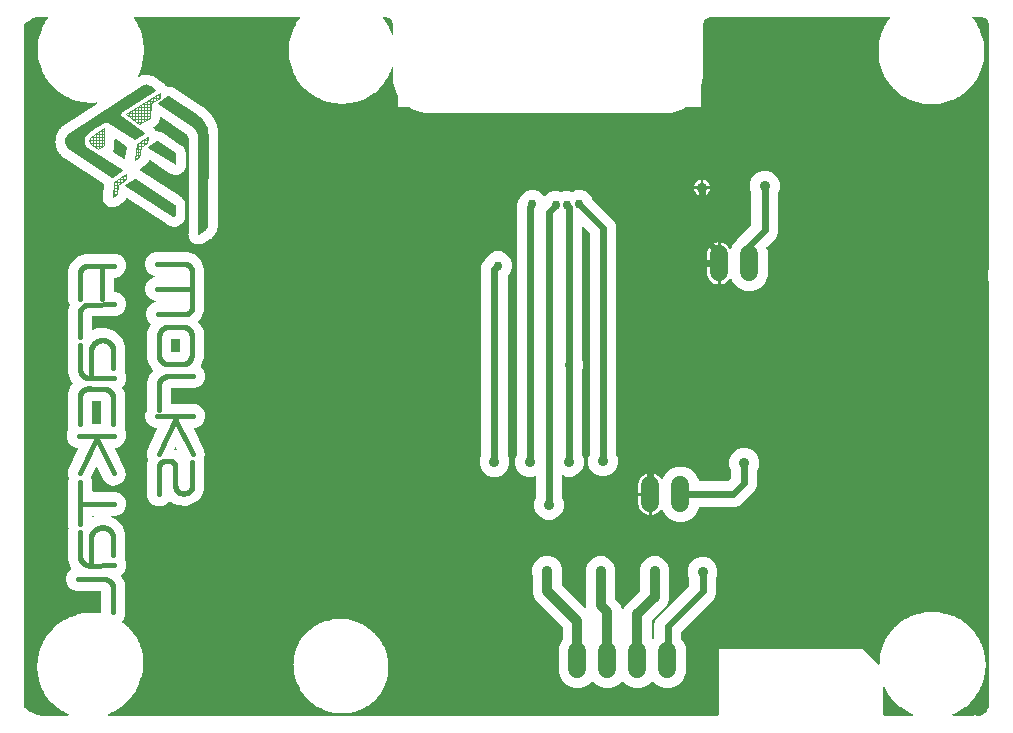
<source format=gbl>
G04 EAGLE Gerber RS-274X export*
G75*
%MOMM*%
%FSLAX34Y34*%
%LPD*%
%INBottom Copper*%
%IPPOS*%
%AMOC8*
5,1,8,0,0,1.08239X$1,22.5*%
G01*
%ADD10C,1.524000*%
%ADD11C,0.076200*%
%ADD12C,0.406400*%
%ADD13C,0.889000*%
%ADD14C,0.609600*%
%ADD15C,0.812800*%
%ADD16C,0.756400*%

G36*
X912943Y97275D02*
X912943Y97275D01*
X913067Y97285D01*
X915517Y97853D01*
X915520Y97855D01*
X915524Y97855D01*
X915697Y97926D01*
X917954Y99264D01*
X917956Y99266D01*
X917959Y99267D01*
X918007Y99307D01*
X918037Y99325D01*
X918055Y99347D01*
X918103Y99387D01*
X919850Y101345D01*
X919851Y101348D01*
X919854Y101350D01*
X919955Y101508D01*
X921027Y103902D01*
X921040Y103952D01*
X921071Y104041D01*
X921246Y104945D01*
X921246Y104993D01*
X921257Y105066D01*
X921257Y464347D01*
X921252Y464377D01*
X921254Y464408D01*
X921226Y464522D01*
X921218Y464568D01*
X921212Y464577D01*
X921209Y464589D01*
X920205Y467013D01*
X920205Y472787D01*
X921209Y475211D01*
X921216Y475241D01*
X921230Y475268D01*
X921247Y475385D01*
X921257Y475430D01*
X921255Y475440D01*
X921257Y475453D01*
X921257Y678840D01*
X921256Y678848D01*
X921257Y678856D01*
X921232Y678999D01*
X921232Y679006D01*
X921230Y679010D01*
X921225Y679041D01*
X921132Y679318D01*
X921256Y681081D01*
X921254Y681101D01*
X921257Y681125D01*
X921257Y682615D01*
X921249Y682661D01*
X921236Y682777D01*
X920731Y684690D01*
X920726Y684700D01*
X920725Y684710D01*
X920646Y684880D01*
X919515Y686580D01*
X919508Y686587D01*
X919504Y686597D01*
X919374Y686732D01*
X917755Y687977D01*
X917746Y687981D01*
X917739Y687989D01*
X917572Y688074D01*
X915639Y688731D01*
X915590Y688738D01*
X915486Y688762D01*
X914465Y688845D01*
X914442Y688843D01*
X914413Y688847D01*
X912141Y688845D01*
X912131Y688847D01*
X912121Y688845D01*
X912108Y688847D01*
X908086Y688847D01*
X908019Y688835D01*
X907950Y688833D01*
X907909Y688815D01*
X907865Y688808D01*
X907806Y688773D01*
X907743Y688746D01*
X907710Y688716D01*
X907672Y688693D01*
X907629Y688640D01*
X907579Y688594D01*
X907559Y688554D01*
X907531Y688519D01*
X907509Y688454D01*
X907478Y688393D01*
X907473Y688349D01*
X907459Y688307D01*
X907461Y688238D01*
X907453Y688170D01*
X907464Y688127D01*
X907465Y688082D01*
X907491Y688019D01*
X907508Y687952D01*
X907536Y687909D01*
X907550Y687875D01*
X907577Y687844D01*
X907609Y687795D01*
X907866Y687502D01*
X907867Y687501D01*
X907953Y687432D01*
X908042Y687362D01*
X908189Y687142D01*
X908214Y687116D01*
X908239Y687076D01*
X908420Y686871D01*
X908423Y686843D01*
X908423Y686842D01*
X908423Y686841D01*
X908503Y686672D01*
X911170Y682681D01*
X911170Y682680D01*
X911247Y682601D01*
X911325Y682519D01*
X911326Y682519D01*
X911442Y682282D01*
X911463Y682254D01*
X911484Y682211D01*
X911636Y681983D01*
X911635Y681955D01*
X911636Y681954D01*
X911645Y681924D01*
X911645Y681916D01*
X911656Y681890D01*
X911693Y681775D01*
X913815Y677471D01*
X913816Y677470D01*
X913816Y677469D01*
X913881Y677382D01*
X913949Y677290D01*
X914034Y677040D01*
X914051Y677009D01*
X914066Y676963D01*
X914187Y676718D01*
X914182Y676690D01*
X914183Y676689D01*
X914182Y676688D01*
X914216Y676504D01*
X915759Y671959D01*
X915759Y671958D01*
X915812Y671862D01*
X915867Y671763D01*
X915919Y671504D01*
X915932Y671471D01*
X915940Y671423D01*
X916028Y671165D01*
X916020Y671138D01*
X916021Y671137D01*
X916020Y671136D01*
X916029Y670949D01*
X916966Y666241D01*
X916966Y666240D01*
X917007Y666136D01*
X917048Y666033D01*
X917048Y666032D01*
X917065Y665769D01*
X917074Y665734D01*
X917076Y665687D01*
X917129Y665418D01*
X917118Y665393D01*
X917118Y665392D01*
X917118Y665391D01*
X917102Y665204D01*
X917413Y660467D01*
X917418Y660445D01*
X917417Y660424D01*
X917445Y660337D01*
X917449Y660321D01*
X917449Y659938D01*
X917452Y659919D01*
X917450Y659896D01*
X917470Y659592D01*
X917470Y659591D01*
X917470Y659590D01*
X917478Y659557D01*
X917478Y659553D01*
X917482Y659517D01*
X917478Y659469D01*
X917478Y659468D01*
X917470Y659430D01*
X917450Y659126D01*
X917452Y659107D01*
X917449Y659084D01*
X917449Y658721D01*
X917418Y658582D01*
X917413Y658561D01*
X917413Y658559D01*
X917413Y658555D01*
X917106Y653884D01*
X917107Y653883D01*
X917106Y653882D01*
X917119Y653778D01*
X917132Y653661D01*
X917080Y653402D01*
X917080Y653366D01*
X917069Y653320D01*
X917052Y653047D01*
X917034Y653025D01*
X917034Y653024D01*
X917033Y653023D01*
X916970Y652847D01*
X916047Y648205D01*
X916047Y648204D01*
X916046Y648203D01*
X916044Y648090D01*
X916042Y647980D01*
X916043Y647980D01*
X915958Y647730D01*
X915952Y647695D01*
X915936Y647650D01*
X915883Y647382D01*
X915863Y647362D01*
X915862Y647362D01*
X915862Y647361D01*
X915776Y647194D01*
X914254Y642712D01*
X914254Y642711D01*
X914237Y642599D01*
X914221Y642491D01*
X914221Y642490D01*
X914104Y642253D01*
X914095Y642219D01*
X914073Y642177D01*
X913985Y641918D01*
X913962Y641901D01*
X913962Y641900D01*
X913961Y641900D01*
X913878Y641780D01*
X913862Y641761D01*
X913860Y641755D01*
X913854Y641746D01*
X911761Y637501D01*
X911761Y637500D01*
X911760Y637500D01*
X911729Y637390D01*
X911699Y637285D01*
X911552Y637065D01*
X911538Y637033D01*
X911511Y636994D01*
X911390Y636748D01*
X911365Y636735D01*
X911364Y636734D01*
X911238Y636595D01*
X908608Y632660D01*
X908608Y632659D01*
X908607Y632658D01*
X908567Y632566D01*
X908518Y632454D01*
X908518Y632453D01*
X908344Y632255D01*
X908326Y632225D01*
X908294Y632189D01*
X908142Y631962D01*
X908116Y631952D01*
X908115Y631951D01*
X908114Y631951D01*
X907971Y631830D01*
X904851Y628271D01*
X904850Y628271D01*
X904850Y628270D01*
X904791Y628171D01*
X904735Y628079D01*
X904536Y627904D01*
X904514Y627877D01*
X904478Y627846D01*
X904297Y627640D01*
X904270Y627633D01*
X904269Y627633D01*
X904111Y627531D01*
X900552Y624411D01*
X900552Y624410D01*
X900551Y624410D01*
X900482Y624322D01*
X900413Y624235D01*
X900412Y624235D01*
X900193Y624088D01*
X900167Y624063D01*
X900127Y624038D01*
X899921Y623857D01*
X899893Y623854D01*
X899892Y623854D01*
X899722Y623774D01*
X895787Y621144D01*
X895786Y621144D01*
X895705Y621065D01*
X895625Y620989D01*
X895625Y620988D01*
X895388Y620871D01*
X895360Y620850D01*
X895317Y620830D01*
X895089Y620678D01*
X895061Y620679D01*
X895060Y620678D01*
X894881Y620621D01*
X890636Y618528D01*
X890636Y618527D01*
X890635Y618527D01*
X890545Y618461D01*
X890456Y618395D01*
X890455Y618394D01*
X890205Y618309D01*
X890175Y618292D01*
X890129Y618278D01*
X889884Y618157D01*
X889856Y618161D01*
X889855Y618161D01*
X889854Y618161D01*
X889670Y618128D01*
X885188Y616606D01*
X885187Y616606D01*
X885186Y616606D01*
X885089Y616551D01*
X884991Y616498D01*
X884991Y616497D01*
X884732Y616446D01*
X884699Y616433D01*
X884652Y616424D01*
X884393Y616336D01*
X884366Y616344D01*
X884365Y616344D01*
X884364Y616344D01*
X884177Y616335D01*
X879535Y615412D01*
X879534Y615412D01*
X879429Y615370D01*
X879326Y615330D01*
X879062Y615313D01*
X879028Y615304D01*
X878980Y615302D01*
X878712Y615248D01*
X878686Y615260D01*
X878685Y615260D01*
X878498Y615276D01*
X873827Y614969D01*
X873805Y614964D01*
X873784Y614965D01*
X873697Y614937D01*
X873681Y614933D01*
X873298Y614933D01*
X873279Y614930D01*
X873256Y614932D01*
X872894Y614908D01*
X872752Y614929D01*
X872732Y614933D01*
X872729Y614933D01*
X872726Y614933D01*
X872508Y614933D01*
X872486Y614929D01*
X872465Y614932D01*
X872377Y614910D01*
X872361Y614907D01*
X871978Y614932D01*
X871959Y614930D01*
X871936Y614933D01*
X871573Y614933D01*
X871434Y614964D01*
X871413Y614969D01*
X871411Y614969D01*
X871407Y614969D01*
X866769Y615273D01*
X866768Y615273D01*
X866663Y615261D01*
X866546Y615248D01*
X866287Y615299D01*
X866252Y615300D01*
X866205Y615310D01*
X865932Y615328D01*
X865910Y615346D01*
X865909Y615346D01*
X865908Y615347D01*
X865732Y615410D01*
X861123Y616327D01*
X861122Y616327D01*
X861121Y616327D01*
X861008Y616329D01*
X860898Y616331D01*
X860648Y616416D01*
X860613Y616421D01*
X860568Y616437D01*
X860299Y616490D01*
X860280Y616511D01*
X860279Y616511D01*
X860279Y616512D01*
X860112Y616597D01*
X855662Y618108D01*
X855661Y618108D01*
X855660Y618109D01*
X855552Y618125D01*
X855440Y618142D01*
X855439Y618142D01*
X855202Y618258D01*
X855168Y618268D01*
X855126Y618290D01*
X854867Y618378D01*
X854850Y618401D01*
X854849Y618402D01*
X854695Y618509D01*
X850480Y620587D01*
X850479Y620587D01*
X850479Y620588D01*
X850369Y620619D01*
X850264Y620649D01*
X850044Y620796D01*
X850012Y620810D01*
X849973Y620837D01*
X849727Y620958D01*
X849714Y620983D01*
X849713Y620984D01*
X849574Y621110D01*
X845666Y623721D01*
X845665Y623722D01*
X845572Y623762D01*
X845461Y623811D01*
X845460Y623811D01*
X845262Y623985D01*
X845232Y624003D01*
X845196Y624036D01*
X844968Y624188D01*
X844958Y624214D01*
X844957Y624215D01*
X844836Y624358D01*
X841303Y627457D01*
X841302Y627457D01*
X841302Y627458D01*
X841205Y627516D01*
X841111Y627573D01*
X841110Y627573D01*
X840936Y627771D01*
X840908Y627793D01*
X840877Y627830D01*
X840672Y628010D01*
X840665Y628038D01*
X840664Y628039D01*
X840563Y628197D01*
X837464Y631730D01*
X837464Y631731D01*
X837463Y631731D01*
X837414Y631771D01*
X837377Y631811D01*
X837338Y631831D01*
X837289Y631870D01*
X837288Y631870D01*
X837142Y632090D01*
X837117Y632115D01*
X837091Y632156D01*
X836911Y632361D01*
X836908Y632389D01*
X836907Y632390D01*
X836907Y632391D01*
X836827Y632560D01*
X834216Y636468D01*
X834216Y636469D01*
X834215Y636469D01*
X834141Y636546D01*
X834061Y636630D01*
X834060Y636630D01*
X833943Y636867D01*
X833922Y636895D01*
X833902Y636938D01*
X833750Y637166D01*
X833751Y637194D01*
X833750Y637195D01*
X833693Y637374D01*
X831615Y641589D01*
X831614Y641590D01*
X831543Y641685D01*
X831481Y641770D01*
X831396Y642020D01*
X831379Y642051D01*
X831364Y642096D01*
X831243Y642342D01*
X831248Y642370D01*
X831247Y642370D01*
X831248Y642371D01*
X831214Y642556D01*
X829703Y647006D01*
X829703Y647007D01*
X829650Y647102D01*
X829595Y647202D01*
X829595Y647203D01*
X829543Y647462D01*
X829530Y647494D01*
X829522Y647542D01*
X829434Y647801D01*
X829442Y647828D01*
X829442Y647829D01*
X829433Y648017D01*
X828516Y652626D01*
X828516Y652627D01*
X828476Y652728D01*
X828434Y652835D01*
X828416Y653099D01*
X828408Y653133D01*
X828405Y653181D01*
X828352Y653449D01*
X828363Y653475D01*
X828364Y653476D01*
X828379Y653663D01*
X828075Y658301D01*
X828070Y658323D01*
X828071Y658344D01*
X828043Y658431D01*
X828039Y658447D01*
X828039Y658830D01*
X828036Y658849D01*
X828038Y658872D01*
X828014Y659234D01*
X828035Y659376D01*
X828039Y659396D01*
X828039Y659399D01*
X828039Y659402D01*
X828039Y659874D01*
X828035Y659896D01*
X828038Y659917D01*
X828026Y659964D01*
X828026Y659978D01*
X828017Y659999D01*
X828016Y660005D01*
X828013Y660021D01*
X828038Y660404D01*
X828036Y660423D01*
X828039Y660446D01*
X828039Y660809D01*
X828070Y660948D01*
X828075Y660969D01*
X828075Y660971D01*
X828075Y660975D01*
X828382Y665646D01*
X828381Y665647D01*
X828382Y665648D01*
X828369Y665752D01*
X828356Y665869D01*
X828408Y666128D01*
X828408Y666164D01*
X828419Y666210D01*
X828436Y666483D01*
X828454Y666505D01*
X828454Y666506D01*
X828455Y666507D01*
X828518Y666683D01*
X829441Y671325D01*
X829441Y671326D01*
X829442Y671327D01*
X829444Y671440D01*
X829446Y671550D01*
X829445Y671550D01*
X829530Y671800D01*
X829536Y671835D01*
X829552Y671880D01*
X829605Y672148D01*
X829625Y672168D01*
X829626Y672168D01*
X829626Y672169D01*
X829654Y672223D01*
X829657Y672227D01*
X829659Y672232D01*
X829712Y672336D01*
X831234Y676818D01*
X831234Y676819D01*
X831242Y676875D01*
X831244Y676879D01*
X831244Y676883D01*
X831250Y676927D01*
X831267Y677039D01*
X831267Y677040D01*
X831384Y677277D01*
X831393Y677311D01*
X831415Y677353D01*
X831503Y677612D01*
X831526Y677629D01*
X831526Y677630D01*
X831527Y677630D01*
X831634Y677784D01*
X833727Y682029D01*
X833727Y682030D01*
X833728Y682030D01*
X833759Y682140D01*
X833789Y682245D01*
X833936Y682465D01*
X833950Y682497D01*
X833977Y682536D01*
X834098Y682782D01*
X834123Y682795D01*
X834124Y682796D01*
X834250Y682935D01*
X836880Y686870D01*
X836880Y686871D01*
X836881Y686872D01*
X836922Y686967D01*
X836970Y687076D01*
X836970Y687077D01*
X837144Y687275D01*
X837162Y687305D01*
X837194Y687341D01*
X837346Y687568D01*
X837372Y687578D01*
X837373Y687579D01*
X837374Y687579D01*
X837517Y687700D01*
X837600Y687795D01*
X837635Y687854D01*
X837678Y687907D01*
X837692Y687949D01*
X837715Y687987D01*
X837728Y688054D01*
X837750Y688119D01*
X837749Y688164D01*
X837757Y688208D01*
X837745Y688275D01*
X837743Y688344D01*
X837727Y688385D01*
X837719Y688429D01*
X837685Y688488D01*
X837659Y688551D01*
X837629Y688584D01*
X837607Y688623D01*
X837554Y688667D01*
X837508Y688717D01*
X837468Y688737D01*
X837434Y688766D01*
X837369Y688788D01*
X837308Y688820D01*
X837257Y688827D01*
X837222Y688839D01*
X837181Y688839D01*
X837123Y688847D01*
X689269Y688847D01*
X689244Y688843D01*
X689218Y688845D01*
X689083Y688814D01*
X689074Y688812D01*
X686985Y688847D01*
X686980Y688846D01*
X686974Y688847D01*
X686850Y688847D01*
X686833Y688844D01*
X686812Y688846D01*
X685736Y688781D01*
X685687Y688770D01*
X685592Y688756D01*
X683481Y688125D01*
X683478Y688124D01*
X683475Y688123D01*
X683306Y688042D01*
X681484Y686802D01*
X681481Y686800D01*
X681478Y686798D01*
X681342Y686670D01*
X679980Y684938D01*
X679978Y684935D01*
X679976Y684932D01*
X679884Y684768D01*
X679110Y682705D01*
X679101Y682656D01*
X679074Y682564D01*
X678948Y681590D01*
X678950Y681555D01*
X678943Y681508D01*
X678943Y640927D01*
X678946Y640907D01*
X678944Y640886D01*
X678979Y640724D01*
X678982Y640706D01*
X678983Y640705D01*
X678984Y640702D01*
X679004Y640651D01*
X678943Y638655D01*
X678944Y638646D01*
X678943Y638635D01*
X678943Y636637D01*
X678922Y636586D01*
X678917Y636566D01*
X678907Y636547D01*
X678877Y636384D01*
X678874Y636367D01*
X678874Y636365D01*
X678874Y636363D01*
X678791Y633629D01*
X677326Y629386D01*
X677325Y629375D01*
X677319Y629365D01*
X677292Y629179D01*
X677292Y612774D01*
X664830Y612774D01*
X664725Y612755D01*
X664620Y612738D01*
X664615Y612736D01*
X664609Y612735D01*
X664580Y612717D01*
X664454Y612651D01*
X662055Y610886D01*
X652881Y607719D01*
X650147Y607636D01*
X650127Y607632D01*
X650106Y607634D01*
X649944Y607594D01*
X649928Y607590D01*
X649926Y607589D01*
X649924Y607588D01*
X649873Y607567D01*
X647874Y607567D01*
X647866Y607566D01*
X647855Y607567D01*
X645859Y607506D01*
X645808Y607526D01*
X645787Y607530D01*
X645768Y607540D01*
X645604Y607564D01*
X645587Y607567D01*
X645585Y607567D01*
X645583Y607567D01*
X448593Y607567D01*
X448579Y607565D01*
X448562Y607567D01*
X443948Y607341D01*
X434503Y609974D01*
X430506Y612666D01*
X430421Y612704D01*
X430337Y612747D01*
X430316Y612750D01*
X430301Y612757D01*
X430251Y612759D01*
X430152Y612774D01*
X421004Y612774D01*
X421004Y622190D01*
X421004Y622191D01*
X421004Y622193D01*
X420984Y622302D01*
X420965Y622411D01*
X420964Y622412D01*
X420963Y622414D01*
X420872Y622577D01*
X420381Y623213D01*
X417145Y632468D01*
X417124Y633845D01*
X417119Y633870D01*
X417121Y633896D01*
X417107Y633950D01*
X417106Y633974D01*
X417093Y634008D01*
X417088Y634029D01*
X417080Y634065D01*
X417077Y634071D01*
X417075Y634078D01*
X417067Y634097D01*
X417067Y637450D01*
X417066Y637455D01*
X417067Y637460D01*
X417035Y639550D01*
X417040Y639560D01*
X417060Y639696D01*
X417067Y639732D01*
X417066Y639738D01*
X417067Y639745D01*
X417067Y645537D01*
X417066Y645546D01*
X417067Y645555D01*
X417046Y645657D01*
X417028Y645758D01*
X417023Y645766D01*
X417021Y645775D01*
X416966Y645862D01*
X416913Y645951D01*
X416906Y645957D01*
X416902Y645965D01*
X416819Y646028D01*
X416739Y646093D01*
X416731Y646096D01*
X416723Y646101D01*
X416624Y646132D01*
X416527Y646165D01*
X416518Y646164D01*
X416509Y646167D01*
X416405Y646161D01*
X416302Y646158D01*
X416294Y646155D01*
X416285Y646154D01*
X416190Y646112D01*
X416095Y646074D01*
X416088Y646068D01*
X416079Y646064D01*
X416005Y645992D01*
X415929Y645922D01*
X415925Y645914D01*
X415918Y645908D01*
X415832Y645741D01*
X414890Y642966D01*
X414890Y642965D01*
X414873Y642853D01*
X414857Y642745D01*
X414857Y642744D01*
X414740Y642507D01*
X414731Y642473D01*
X414709Y642431D01*
X414621Y642172D01*
X414598Y642155D01*
X414598Y642154D01*
X414597Y642154D01*
X414490Y642000D01*
X412397Y637755D01*
X412397Y637754D01*
X412396Y637754D01*
X412365Y637644D01*
X412335Y637539D01*
X412188Y637319D01*
X412174Y637287D01*
X412147Y637248D01*
X412026Y637002D01*
X412001Y636989D01*
X412000Y636988D01*
X411874Y636849D01*
X409244Y632914D01*
X409244Y632913D01*
X409243Y632912D01*
X409235Y632893D01*
X409225Y632881D01*
X409209Y632834D01*
X409202Y632818D01*
X409154Y632708D01*
X409154Y632707D01*
X408980Y632509D01*
X408962Y632479D01*
X408930Y632443D01*
X408778Y632216D01*
X408752Y632206D01*
X408751Y632205D01*
X408750Y632205D01*
X408607Y632084D01*
X405487Y628525D01*
X405486Y628525D01*
X405486Y628524D01*
X405446Y628457D01*
X405433Y628442D01*
X405429Y628429D01*
X405428Y628428D01*
X405371Y628333D01*
X405172Y628158D01*
X405150Y628131D01*
X405114Y628100D01*
X404933Y627894D01*
X404906Y627887D01*
X404905Y627887D01*
X404747Y627785D01*
X401188Y624665D01*
X401188Y624664D01*
X401187Y624664D01*
X401119Y624578D01*
X401049Y624489D01*
X401048Y624489D01*
X400829Y624342D01*
X400803Y624317D01*
X400763Y624292D01*
X400557Y624111D01*
X400529Y624108D01*
X400528Y624108D01*
X400358Y624028D01*
X396423Y621398D01*
X396422Y621398D01*
X396343Y621321D01*
X396261Y621243D01*
X396261Y621242D01*
X396024Y621125D01*
X395996Y621104D01*
X395953Y621084D01*
X395725Y620932D01*
X395697Y620933D01*
X395696Y620932D01*
X395517Y620875D01*
X391272Y618782D01*
X391272Y618781D01*
X391271Y618781D01*
X391182Y618715D01*
X391092Y618649D01*
X391091Y618648D01*
X390841Y618563D01*
X390811Y618546D01*
X390765Y618532D01*
X390520Y618411D01*
X390492Y618415D01*
X390491Y618415D01*
X390490Y618415D01*
X390306Y618382D01*
X385824Y616860D01*
X385823Y616860D01*
X385822Y616860D01*
X385726Y616806D01*
X385627Y616752D01*
X385627Y616751D01*
X385368Y616700D01*
X385335Y616687D01*
X385288Y616678D01*
X385029Y616590D01*
X385002Y616598D01*
X385001Y616598D01*
X385000Y616598D01*
X384813Y616589D01*
X380171Y615666D01*
X380170Y615666D01*
X380064Y615624D01*
X379962Y615584D01*
X379698Y615567D01*
X379664Y615558D01*
X379616Y615556D01*
X379348Y615502D01*
X379322Y615514D01*
X379321Y615514D01*
X379134Y615530D01*
X374463Y615223D01*
X374441Y615218D01*
X374420Y615219D01*
X374333Y615191D01*
X374317Y615187D01*
X374160Y615187D01*
X374138Y615183D01*
X374117Y615186D01*
X374029Y615164D01*
X374013Y615161D01*
X373802Y615175D01*
X373767Y615171D01*
X373720Y615175D01*
X373530Y615162D01*
X373388Y615183D01*
X373368Y615187D01*
X373365Y615187D01*
X373362Y615187D01*
X373225Y615187D01*
X373086Y615218D01*
X373065Y615223D01*
X373063Y615223D01*
X373059Y615223D01*
X368289Y615536D01*
X368288Y615536D01*
X368287Y615536D01*
X368182Y615524D01*
X368066Y615511D01*
X368065Y615511D01*
X367806Y615562D01*
X367771Y615563D01*
X367724Y615573D01*
X367451Y615591D01*
X367429Y615608D01*
X367428Y615609D01*
X367251Y615673D01*
X362512Y616615D01*
X362511Y616615D01*
X362510Y616616D01*
X362397Y616617D01*
X362287Y616620D01*
X362287Y616619D01*
X362037Y616704D01*
X362002Y616710D01*
X361957Y616726D01*
X361688Y616779D01*
X361669Y616799D01*
X361668Y616800D01*
X361501Y616886D01*
X356925Y618440D01*
X356924Y618440D01*
X356923Y618440D01*
X356815Y618456D01*
X356703Y618473D01*
X356466Y618590D01*
X356432Y618599D01*
X356389Y618621D01*
X356130Y618709D01*
X356113Y618732D01*
X356112Y618733D01*
X355958Y618840D01*
X351624Y620977D01*
X351623Y620978D01*
X351513Y621009D01*
X351408Y621039D01*
X351188Y621186D01*
X351156Y621200D01*
X351117Y621228D01*
X350871Y621348D01*
X350858Y621373D01*
X350857Y621374D01*
X350718Y621500D01*
X346700Y624185D01*
X346699Y624186D01*
X346698Y624186D01*
X346606Y624226D01*
X346494Y624275D01*
X346295Y624449D01*
X346265Y624467D01*
X346229Y624500D01*
X346002Y624652D01*
X345992Y624678D01*
X345991Y624678D01*
X345991Y624679D01*
X345870Y624822D01*
X342236Y628009D01*
X342235Y628010D01*
X342142Y628066D01*
X342044Y628124D01*
X341870Y628323D01*
X341842Y628345D01*
X341811Y628382D01*
X341605Y628562D01*
X341599Y628589D01*
X341598Y628590D01*
X341598Y628591D01*
X341497Y628748D01*
X338310Y632382D01*
X338309Y632383D01*
X338257Y632424D01*
X338238Y632445D01*
X338218Y632456D01*
X338135Y632522D01*
X338134Y632522D01*
X337988Y632741D01*
X337963Y632767D01*
X337937Y632807D01*
X337757Y633013D01*
X337754Y633041D01*
X337753Y633041D01*
X337753Y633042D01*
X337673Y633212D01*
X334988Y637230D01*
X334988Y637231D01*
X334914Y637307D01*
X334833Y637392D01*
X334832Y637392D01*
X334716Y637629D01*
X334694Y637657D01*
X334674Y637701D01*
X334522Y637928D01*
X334523Y637956D01*
X334523Y637957D01*
X334465Y638136D01*
X332328Y642470D01*
X332327Y642471D01*
X332327Y642472D01*
X332265Y642556D01*
X332195Y642651D01*
X332194Y642651D01*
X332109Y642901D01*
X332092Y642932D01*
X332078Y642978D01*
X331957Y643223D01*
X331961Y643251D01*
X331961Y643252D01*
X331928Y643437D01*
X330374Y648013D01*
X330374Y648014D01*
X330335Y648085D01*
X330314Y648136D01*
X330295Y648157D01*
X330266Y648209D01*
X330265Y648210D01*
X330214Y648469D01*
X330201Y648502D01*
X330192Y648549D01*
X330104Y648808D01*
X330112Y648835D01*
X330112Y648836D01*
X330103Y649024D01*
X329161Y653763D01*
X329160Y653764D01*
X329160Y653765D01*
X329119Y653870D01*
X329079Y653972D01*
X329078Y653972D01*
X329061Y654236D01*
X329052Y654270D01*
X329050Y654318D01*
X328997Y654586D01*
X329008Y654612D01*
X329008Y654613D01*
X329008Y654614D01*
X329013Y654667D01*
X329017Y654680D01*
X329017Y654710D01*
X329024Y654801D01*
X328711Y659571D01*
X328706Y659593D01*
X328707Y659614D01*
X328679Y659701D01*
X328675Y659717D01*
X328675Y660100D01*
X328672Y660119D01*
X328674Y660142D01*
X328654Y660446D01*
X328654Y660447D01*
X328654Y660448D01*
X328646Y660481D01*
X328646Y660486D01*
X328642Y660521D01*
X328646Y660568D01*
X328646Y660570D01*
X328654Y660608D01*
X328674Y660912D01*
X328672Y660931D01*
X328675Y660954D01*
X328675Y661317D01*
X328706Y661456D01*
X328711Y661477D01*
X328711Y661479D01*
X328711Y661483D01*
X329013Y666088D01*
X329013Y666089D01*
X329002Y666190D01*
X328988Y666311D01*
X329039Y666570D01*
X329040Y666605D01*
X329050Y666652D01*
X329068Y666925D01*
X329086Y666947D01*
X329086Y666948D01*
X329150Y667125D01*
X330060Y671702D01*
X330060Y671703D01*
X330062Y671816D01*
X330064Y671926D01*
X330064Y671927D01*
X330149Y672177D01*
X330154Y672212D01*
X330170Y672257D01*
X330224Y672525D01*
X330244Y672544D01*
X330244Y672545D01*
X330245Y672546D01*
X330331Y672712D01*
X331831Y677131D01*
X331831Y677132D01*
X331847Y677241D01*
X331864Y677353D01*
X331981Y677590D01*
X331991Y677624D01*
X332013Y677667D01*
X332101Y677926D01*
X332123Y677943D01*
X332124Y677943D01*
X332124Y677944D01*
X332231Y678098D01*
X334295Y682283D01*
X334295Y682284D01*
X334296Y682284D01*
X334324Y682385D01*
X334357Y682499D01*
X334504Y682719D01*
X334518Y682751D01*
X334545Y682790D01*
X334666Y683036D01*
X334691Y683049D01*
X334692Y683050D01*
X334818Y683189D01*
X337411Y687069D01*
X337411Y687070D01*
X337412Y687070D01*
X337451Y687160D01*
X337501Y687275D01*
X337675Y687474D01*
X337693Y687504D01*
X337725Y687539D01*
X337940Y687861D01*
X337951Y687886D01*
X337968Y687907D01*
X337995Y687988D01*
X338029Y688066D01*
X338031Y688093D01*
X338040Y688119D01*
X338037Y688205D01*
X338042Y688290D01*
X338034Y688316D01*
X338033Y688344D01*
X338001Y688423D01*
X337976Y688505D01*
X337959Y688526D01*
X337949Y688551D01*
X337891Y688615D01*
X337839Y688683D01*
X337816Y688697D01*
X337797Y688717D01*
X337721Y688756D01*
X337649Y688802D01*
X337622Y688807D01*
X337598Y688820D01*
X337468Y688839D01*
X337429Y688847D01*
X337421Y688846D01*
X337412Y688847D01*
X198022Y688847D01*
X197995Y688842D01*
X197968Y688845D01*
X197885Y688823D01*
X197801Y688808D01*
X197778Y688794D01*
X197751Y688787D01*
X197682Y688737D01*
X197608Y688693D01*
X197591Y688672D01*
X197569Y688657D01*
X197520Y688586D01*
X197467Y688519D01*
X197458Y688494D01*
X197442Y688471D01*
X197422Y688388D01*
X197395Y688307D01*
X197395Y688280D01*
X197389Y688253D01*
X197399Y688168D01*
X197401Y688082D01*
X197411Y688057D01*
X197415Y688030D01*
X197471Y687911D01*
X197486Y687875D01*
X197491Y687869D01*
X197495Y687861D01*
X199598Y684713D01*
X199598Y684712D01*
X199599Y684712D01*
X199675Y684633D01*
X199753Y684551D01*
X199754Y684551D01*
X199871Y684314D01*
X199892Y684286D01*
X199909Y684249D01*
X199911Y684245D01*
X199912Y684243D01*
X200064Y684015D01*
X200063Y683987D01*
X200064Y683986D01*
X200121Y683807D01*
X202185Y679622D01*
X202185Y679621D01*
X202186Y679620D01*
X202249Y679534D01*
X202318Y679441D01*
X202403Y679191D01*
X202420Y679160D01*
X202435Y679114D01*
X202556Y678869D01*
X202552Y678841D01*
X202552Y678840D01*
X202585Y678655D01*
X204085Y674236D01*
X204086Y674236D01*
X204086Y674235D01*
X204139Y674139D01*
X204140Y674138D01*
X204156Y674097D01*
X204171Y674081D01*
X204194Y674040D01*
X204246Y673781D01*
X204258Y673748D01*
X204267Y673701D01*
X204355Y673442D01*
X204347Y673415D01*
X204347Y673414D01*
X204347Y673413D01*
X204356Y673226D01*
X205266Y668649D01*
X205267Y668648D01*
X205267Y668647D01*
X205308Y668542D01*
X205348Y668440D01*
X205349Y668440D01*
X205366Y668176D01*
X205374Y668142D01*
X205377Y668094D01*
X205430Y667826D01*
X205419Y667800D01*
X205419Y667799D01*
X205418Y667798D01*
X205403Y667612D01*
X205705Y663007D01*
X205710Y662985D01*
X205709Y662964D01*
X205737Y662877D01*
X205741Y662861D01*
X205741Y662478D01*
X205744Y662459D01*
X205742Y662436D01*
X205766Y662074D01*
X205745Y661932D01*
X205741Y661912D01*
X205741Y661909D01*
X205741Y661906D01*
X205741Y659656D01*
X205745Y659634D01*
X205742Y659613D01*
X205764Y659525D01*
X205767Y659509D01*
X205742Y659126D01*
X205744Y659107D01*
X205741Y659084D01*
X205741Y658721D01*
X205710Y658582D01*
X205705Y658561D01*
X205705Y658559D01*
X205705Y658555D01*
X205409Y654050D01*
X205409Y654049D01*
X205409Y654048D01*
X205421Y653943D01*
X205435Y653827D01*
X205435Y653826D01*
X205383Y653568D01*
X205383Y653532D01*
X205372Y653485D01*
X205354Y653212D01*
X205337Y653190D01*
X205336Y653189D01*
X205273Y653013D01*
X204382Y648533D01*
X204382Y648532D01*
X204381Y648527D01*
X204381Y648525D01*
X204381Y648515D01*
X204380Y648414D01*
X204378Y648309D01*
X204293Y648059D01*
X204288Y648024D01*
X204271Y647978D01*
X204218Y647710D01*
X204198Y647691D01*
X204198Y647690D01*
X204197Y647690D01*
X204111Y647523D01*
X202643Y643198D01*
X202643Y643197D01*
X202627Y643088D01*
X202610Y642977D01*
X202610Y642976D01*
X202493Y642739D01*
X202483Y642705D01*
X202461Y642663D01*
X202373Y642404D01*
X202351Y642387D01*
X202350Y642386D01*
X202243Y642232D01*
X200607Y638915D01*
X200578Y638815D01*
X200547Y638716D01*
X200547Y638707D01*
X200545Y638699D01*
X200553Y638596D01*
X200558Y638491D01*
X200561Y638484D01*
X200562Y638475D01*
X200605Y638381D01*
X200646Y638285D01*
X200652Y638279D01*
X200655Y638271D01*
X200729Y638198D01*
X200801Y638123D01*
X200808Y638119D01*
X200814Y638113D01*
X200909Y638070D01*
X201002Y638024D01*
X201011Y638023D01*
X201018Y638020D01*
X201123Y638012D01*
X201226Y638002D01*
X201234Y638004D01*
X201242Y638003D01*
X201281Y638015D01*
X201408Y638044D01*
X201627Y638130D01*
X201670Y638157D01*
X201752Y638197D01*
X202298Y638570D01*
X203025Y638723D01*
X203036Y638727D01*
X203049Y638728D01*
X203222Y638800D01*
X203857Y639184D01*
X204512Y639283D01*
X204560Y639300D01*
X204649Y639320D01*
X205265Y639563D01*
X206006Y639550D01*
X206019Y639552D01*
X206032Y639550D01*
X206217Y639582D01*
X206921Y639814D01*
X207581Y639765D01*
X207632Y639771D01*
X207723Y639771D01*
X208378Y639870D01*
X209098Y639693D01*
X209110Y639692D01*
X209122Y639687D01*
X209310Y639677D01*
X210048Y639747D01*
X210681Y639552D01*
X210731Y639546D01*
X210821Y639526D01*
X211481Y639477D01*
X212143Y639144D01*
X212156Y639140D01*
X212166Y639133D01*
X212346Y639081D01*
X213082Y638985D01*
X213655Y638654D01*
X213703Y638637D01*
X213786Y638598D01*
X214419Y638403D01*
X214699Y638171D01*
X214741Y638148D01*
X214778Y638116D01*
X214852Y638085D01*
X214894Y638061D01*
X214920Y638057D01*
X214951Y638044D01*
X215013Y638029D01*
X215962Y637330D01*
X215990Y637316D01*
X216022Y637291D01*
X217043Y636702D01*
X217288Y636383D01*
X217311Y636362D01*
X217415Y636259D01*
X221121Y633528D01*
X221127Y633526D01*
X221132Y633520D01*
X222442Y632599D01*
X222450Y632584D01*
X222554Y632480D01*
X222558Y632475D01*
X222857Y631981D01*
X222881Y631953D01*
X222898Y631921D01*
X222972Y631850D01*
X223005Y631813D01*
X223019Y631805D01*
X223033Y631791D01*
X223280Y631617D01*
X223326Y631595D01*
X223403Y631549D01*
X224022Y631292D01*
X224669Y630646D01*
X224705Y630621D01*
X224751Y630577D01*
X225524Y630030D01*
X225537Y630010D01*
X225576Y629982D01*
X225608Y629947D01*
X225666Y629917D01*
X225719Y629879D01*
X225765Y629866D01*
X225808Y629844D01*
X225872Y629837D01*
X225935Y629819D01*
X225991Y629822D01*
X226030Y629818D01*
X226068Y629827D01*
X226122Y629830D01*
X226761Y629962D01*
X228425Y629641D01*
X228426Y629641D01*
X228427Y629641D01*
X230087Y629325D01*
X231500Y628393D01*
X231501Y628392D01*
X254543Y613270D01*
X254558Y613264D01*
X254569Y613254D01*
X254743Y613184D01*
X254840Y613161D01*
X256033Y612294D01*
X256045Y612288D01*
X256058Y612277D01*
X257290Y611468D01*
X257346Y611385D01*
X257357Y611374D01*
X257364Y611360D01*
X257498Y611229D01*
X257567Y611179D01*
X257611Y611158D01*
X257704Y611103D01*
X258220Y610896D01*
X258954Y610179D01*
X258986Y610157D01*
X259025Y610119D01*
X259855Y609516D01*
X260145Y609041D01*
X260178Y609004D01*
X260243Y608919D01*
X260630Y608540D01*
X260671Y608512D01*
X260755Y608445D01*
X261236Y608165D01*
X261858Y607349D01*
X261887Y607323D01*
X261919Y607280D01*
X262653Y606563D01*
X262872Y606051D01*
X262899Y606010D01*
X262951Y605916D01*
X263279Y605485D01*
X263315Y605452D01*
X263389Y605373D01*
X263824Y605026D01*
X264321Y604129D01*
X264346Y604099D01*
X264372Y604051D01*
X264994Y603235D01*
X265136Y602697D01*
X265157Y602653D01*
X265195Y602552D01*
X265457Y602078D01*
X265488Y602040D01*
X265549Y601952D01*
X265930Y601545D01*
X266292Y600585D01*
X266311Y600552D01*
X266330Y600501D01*
X266828Y599603D01*
X266890Y599050D01*
X266904Y599004D01*
X266927Y598898D01*
X267118Y598392D01*
X267143Y598350D01*
X267191Y598253D01*
X267508Y597796D01*
X267727Y596793D01*
X267742Y596758D01*
X267753Y596705D01*
X268115Y595744D01*
X268097Y595188D01*
X268104Y595140D01*
X268111Y595032D01*
X268227Y594503D01*
X268246Y594458D01*
X268279Y594356D01*
X268527Y593857D01*
X268598Y592833D01*
X268608Y592796D01*
X268611Y592742D01*
X268830Y591740D01*
X268732Y591192D01*
X268732Y591143D01*
X268723Y591036D01*
X268737Y590834D01*
X268739Y590826D01*
X268738Y590819D01*
X268783Y590637D01*
X268865Y590436D01*
X268861Y589076D01*
X268864Y589056D01*
X268862Y589030D01*
X268957Y587673D01*
X268888Y587467D01*
X268886Y587460D01*
X268883Y587453D01*
X268855Y587268D01*
X268612Y515613D01*
X268617Y515583D01*
X268614Y515554D01*
X268619Y515536D01*
X268606Y513800D01*
X268606Y513799D01*
X268606Y513797D01*
X268604Y513197D01*
X268611Y513154D01*
X268612Y513090D01*
X268758Y512218D01*
X268604Y511550D01*
X268603Y511535D01*
X268601Y511527D01*
X268602Y511500D01*
X268588Y511412D01*
X268583Y510726D01*
X268278Y510007D01*
X268275Y509991D01*
X268267Y509977D01*
X268229Y509793D01*
X268187Y509013D01*
X267891Y508394D01*
X267878Y508346D01*
X267846Y508263D01*
X267691Y507595D01*
X267238Y506959D01*
X267231Y506944D01*
X267220Y506932D01*
X267143Y506761D01*
X266933Y506009D01*
X266509Y505469D01*
X266486Y505425D01*
X266463Y505397D01*
X266460Y505386D01*
X266436Y505351D01*
X266140Y504732D01*
X265559Y504210D01*
X265549Y504197D01*
X265536Y504188D01*
X265424Y504038D01*
X265054Y503349D01*
X264524Y502915D01*
X264491Y502876D01*
X264427Y502815D01*
X264003Y502276D01*
X263628Y502065D01*
X263589Y502032D01*
X263544Y502008D01*
X263492Y501952D01*
X263455Y501922D01*
X263441Y501897D01*
X263416Y501871D01*
X263359Y501788D01*
X262361Y501139D01*
X262339Y501118D01*
X262304Y501098D01*
X261383Y500343D01*
X261010Y500230D01*
X260985Y500218D01*
X260847Y500155D01*
X257664Y498086D01*
X257628Y498052D01*
X257561Y498002D01*
X257042Y497484D01*
X256257Y497158D01*
X256218Y497133D01*
X256154Y497104D01*
X255440Y496641D01*
X254719Y496507D01*
X254673Y496489D01*
X254592Y496469D01*
X253915Y496188D01*
X253064Y496188D01*
X253019Y496180D01*
X252948Y496178D01*
X252112Y496022D01*
X251394Y496174D01*
X251345Y496176D01*
X251263Y496188D01*
X250529Y496188D01*
X249744Y496514D01*
X249698Y496524D01*
X249632Y496548D01*
X248800Y496725D01*
X248196Y497140D01*
X248150Y497160D01*
X248079Y497203D01*
X247402Y497484D01*
X246800Y498085D01*
X246762Y498112D01*
X246711Y498160D01*
X246010Y498641D01*
X245610Y499256D01*
X245576Y499292D01*
X245527Y499359D01*
X245008Y499878D01*
X244682Y500663D01*
X244657Y500702D01*
X244628Y500766D01*
X244165Y501479D01*
X244031Y502201D01*
X244013Y502247D01*
X243993Y502328D01*
X243712Y503005D01*
X243712Y503856D01*
X243704Y503901D01*
X243702Y503972D01*
X243546Y504808D01*
X243698Y505526D01*
X243700Y505575D01*
X243712Y505657D01*
X243712Y585969D01*
X243707Y585999D01*
X243708Y586040D01*
X243616Y586854D01*
X243604Y586893D01*
X243597Y586953D01*
X243433Y587537D01*
X243415Y587574D01*
X243399Y587631D01*
X243145Y588182D01*
X243121Y588216D01*
X243096Y588270D01*
X242758Y588773D01*
X242729Y588803D01*
X242695Y588852D01*
X242282Y589296D01*
X242249Y589321D01*
X242208Y589364D01*
X241441Y589961D01*
X241421Y589971D01*
X241400Y589990D01*
X220453Y603766D01*
X220387Y603794D01*
X220326Y603830D01*
X220285Y603838D01*
X220247Y603854D01*
X220175Y603858D01*
X220105Y603870D01*
X220064Y603863D01*
X220023Y603865D01*
X219954Y603843D01*
X219884Y603831D01*
X219848Y603810D01*
X219809Y603797D01*
X219752Y603753D01*
X219691Y603717D01*
X219665Y603685D01*
X219632Y603659D01*
X219594Y603598D01*
X219549Y603543D01*
X219536Y603503D01*
X219514Y603468D01*
X219500Y603398D01*
X219477Y603330D01*
X219477Y603283D01*
X219470Y603248D01*
X219477Y603205D01*
X219477Y603143D01*
X219486Y603082D01*
X219215Y601998D01*
X219213Y601964D01*
X219201Y601919D01*
X219067Y600810D01*
X218840Y600405D01*
X218826Y600365D01*
X218778Y600248D01*
X218665Y599798D01*
X218000Y598900D01*
X217984Y598869D01*
X217956Y598833D01*
X217409Y597858D01*
X217044Y597572D01*
X217017Y597542D01*
X217010Y597538D01*
X216995Y597520D01*
X216926Y597451D01*
X216650Y597078D01*
X215691Y596503D01*
X215665Y596480D01*
X215626Y596458D01*
X214747Y595767D01*
X214300Y595642D01*
X214262Y595623D01*
X214145Y595575D01*
X213957Y595462D01*
X213876Y595392D01*
X213794Y595322D01*
X213792Y595318D01*
X213788Y595315D01*
X213737Y595221D01*
X213685Y595127D01*
X213684Y595122D01*
X213681Y595118D01*
X213666Y595012D01*
X213650Y594905D01*
X213651Y594900D01*
X213650Y594895D01*
X213673Y594791D01*
X213694Y594685D01*
X213697Y594681D01*
X213698Y594676D01*
X213755Y594587D01*
X213812Y594494D01*
X213816Y594491D01*
X213819Y594487D01*
X213843Y594469D01*
X213957Y594375D01*
X215133Y593667D01*
X215195Y593584D01*
X215206Y593574D01*
X215213Y593560D01*
X215352Y593434D01*
X215438Y593377D01*
X216253Y592153D01*
X216263Y592143D01*
X216271Y592128D01*
X216345Y592028D01*
X216375Y591999D01*
X216399Y591965D01*
X216456Y591923D01*
X216508Y591874D01*
X216547Y591858D01*
X216581Y591833D01*
X216649Y591814D01*
X216715Y591787D01*
X216756Y591785D01*
X216797Y591774D01*
X216888Y591779D01*
X216939Y591777D01*
X216958Y591783D01*
X216984Y591784D01*
X217356Y591862D01*
X217363Y591862D01*
X217385Y591855D01*
X217538Y591860D01*
X217562Y591860D01*
X219108Y591526D01*
X219115Y591526D01*
X219123Y591523D01*
X220682Y591227D01*
X220688Y591224D01*
X220706Y591210D01*
X220849Y591156D01*
X220872Y591146D01*
X222172Y590247D01*
X222178Y590244D01*
X222185Y590238D01*
X236865Y580612D01*
X236908Y580594D01*
X236970Y580557D01*
X237738Y580238D01*
X238270Y579706D01*
X238311Y579678D01*
X238371Y579624D01*
X239000Y579212D01*
X239468Y578524D01*
X239501Y578491D01*
X239544Y578433D01*
X240132Y577844D01*
X240420Y577150D01*
X240447Y577108D01*
X240453Y577095D01*
X240468Y577057D01*
X240475Y577050D01*
X240482Y577035D01*
X240905Y576414D01*
X241074Y575599D01*
X241092Y575555D01*
X241109Y575485D01*
X241428Y574717D01*
X241428Y573965D01*
X241436Y573916D01*
X241441Y573835D01*
X241594Y573099D01*
X241439Y572282D01*
X241438Y572235D01*
X241428Y572163D01*
X241428Y564685D01*
X241437Y564636D01*
X241445Y564540D01*
X241589Y563924D01*
X241436Y562986D01*
X241437Y562944D01*
X241428Y562884D01*
X241428Y561933D01*
X241185Y561348D01*
X241175Y561299D01*
X241145Y561208D01*
X241043Y560583D01*
X240543Y559775D01*
X240527Y559736D01*
X240496Y559684D01*
X240132Y558806D01*
X239685Y558358D01*
X239656Y558316D01*
X239594Y558243D01*
X239260Y557705D01*
X238489Y557150D01*
X238459Y557120D01*
X238410Y557084D01*
X237738Y556412D01*
X237153Y556170D01*
X237111Y556142D01*
X237026Y556098D01*
X236512Y555729D01*
X235587Y555511D01*
X235548Y555495D01*
X235489Y555480D01*
X234611Y555116D01*
X233977Y555116D01*
X233928Y555107D01*
X233832Y555099D01*
X233216Y554955D01*
X232278Y555108D01*
X232236Y555107D01*
X232176Y555116D01*
X231225Y555116D01*
X230640Y555359D01*
X230591Y555369D01*
X230500Y555399D01*
X229875Y555501D01*
X229067Y556001D01*
X229028Y556017D01*
X228976Y556048D01*
X228098Y556412D01*
X227650Y556860D01*
X227608Y556888D01*
X227535Y556950D01*
X210971Y567213D01*
X210920Y567233D01*
X210874Y567262D01*
X210817Y567274D01*
X210763Y567295D01*
X210708Y567296D01*
X210654Y567308D01*
X210597Y567299D01*
X210538Y567300D01*
X210487Y567282D01*
X210433Y567274D01*
X210382Y567246D01*
X210326Y567226D01*
X210284Y567192D01*
X210236Y567165D01*
X210189Y567113D01*
X210153Y567084D01*
X210138Y567057D01*
X210110Y567027D01*
X209441Y566026D01*
X209432Y566008D01*
X209416Y565987D01*
X208745Y564806D01*
X208572Y564672D01*
X208567Y564666D01*
X208561Y564663D01*
X208434Y564524D01*
X208313Y564342D01*
X207183Y563589D01*
X207168Y563575D01*
X207145Y563562D01*
X206072Y562728D01*
X205861Y562670D01*
X205855Y562666D01*
X205847Y562666D01*
X205678Y562586D01*
X203337Y561025D01*
X203324Y561012D01*
X203304Y561002D01*
X202439Y560342D01*
X202405Y560305D01*
X202364Y560275D01*
X202330Y560222D01*
X202288Y560177D01*
X202268Y560130D01*
X202240Y560087D01*
X202227Y560026D01*
X202203Y559969D01*
X202202Y559918D01*
X202190Y559868D01*
X202198Y559807D01*
X202196Y559744D01*
X202213Y559696D01*
X202219Y559646D01*
X202248Y559591D01*
X202268Y559532D01*
X202300Y559492D01*
X202324Y559447D01*
X202379Y559395D01*
X202409Y559357D01*
X202433Y559343D01*
X202460Y559318D01*
X203659Y558478D01*
X203667Y558474D01*
X203674Y558467D01*
X236365Y536921D01*
X236409Y536902D01*
X236472Y536864D01*
X237230Y536550D01*
X237770Y536011D01*
X237810Y535983D01*
X237869Y535930D01*
X238506Y535510D01*
X238967Y534830D01*
X239000Y534796D01*
X239044Y534737D01*
X239624Y534156D01*
X239916Y533452D01*
X239943Y533410D01*
X239977Y533339D01*
X240405Y532707D01*
X240570Y531902D01*
X240588Y531858D01*
X240605Y531787D01*
X240920Y531029D01*
X240920Y530266D01*
X240928Y530218D01*
X240933Y530138D01*
X241086Y529391D01*
X240931Y528584D01*
X240931Y528537D01*
X240920Y528464D01*
X240920Y521391D01*
X240927Y521352D01*
X240927Y521296D01*
X241078Y520306D01*
X240938Y519741D01*
X240935Y519691D01*
X240920Y519589D01*
X240920Y519007D01*
X240588Y518206D01*
X240577Y518159D01*
X240551Y518086D01*
X240348Y517058D01*
X240296Y516980D01*
X240290Y516965D01*
X240279Y516953D01*
X240208Y516780D01*
X240186Y516689D01*
X239714Y516048D01*
X239692Y516003D01*
X239639Y515914D01*
X239624Y515880D01*
X239529Y515785D01*
X239506Y515752D01*
X239467Y515712D01*
X239334Y515531D01*
X239322Y515508D01*
X239301Y515482D01*
X238560Y514250D01*
X238485Y514194D01*
X238474Y514183D01*
X238460Y514175D01*
X238334Y514036D01*
X238282Y513958D01*
X237088Y513158D01*
X237069Y513140D01*
X237040Y513123D01*
X235925Y512215D01*
X235835Y512188D01*
X235821Y512181D01*
X235805Y512179D01*
X235640Y512091D01*
X235564Y512035D01*
X234169Y511688D01*
X234146Y511677D01*
X234113Y511671D01*
X232756Y511195D01*
X232663Y511200D01*
X232647Y511199D01*
X232631Y511201D01*
X232446Y511175D01*
X232356Y511148D01*
X231183Y511268D01*
X231178Y511268D01*
X231173Y511269D01*
X231024Y511260D01*
X230869Y511288D01*
X230825Y511288D01*
X230760Y511299D01*
X229430Y511311D01*
X229343Y511348D01*
X229328Y511351D01*
X229314Y511359D01*
X229130Y511397D01*
X229036Y511402D01*
X228360Y511728D01*
X228319Y511739D01*
X228200Y511780D01*
X227680Y511876D01*
X226925Y512365D01*
X226884Y512382D01*
X226828Y512416D01*
X226001Y512768D01*
X225521Y513256D01*
X225480Y513285D01*
X225413Y513344D01*
X191707Y535179D01*
X191641Y535207D01*
X191580Y535243D01*
X191538Y535250D01*
X191500Y535266D01*
X191429Y535269D01*
X191359Y535281D01*
X191317Y535273D01*
X191275Y535275D01*
X191208Y535253D01*
X191138Y535240D01*
X191102Y535219D01*
X191062Y535206D01*
X191006Y535162D01*
X190945Y535125D01*
X190914Y535089D01*
X190886Y535067D01*
X190864Y535030D01*
X190824Y534983D01*
X190512Y534483D01*
X190505Y534466D01*
X190491Y534448D01*
X189833Y533220D01*
X189691Y533104D01*
X189685Y533096D01*
X189676Y533091D01*
X189554Y532949D01*
X189458Y532793D01*
X188324Y531984D01*
X188311Y531970D01*
X188291Y531958D01*
X187213Y531076D01*
X187037Y531023D01*
X187028Y531019D01*
X187019Y531017D01*
X186852Y530932D01*
X184775Y529449D01*
X184762Y529435D01*
X184741Y529423D01*
X183672Y528544D01*
X183488Y528488D01*
X183479Y528484D01*
X183470Y528482D01*
X183303Y528397D01*
X183147Y528285D01*
X181798Y527973D01*
X181781Y527966D01*
X181757Y527962D01*
X180432Y527560D01*
X180241Y527578D01*
X180232Y527578D01*
X180223Y527580D01*
X180036Y527565D01*
X179849Y527522D01*
X178483Y527749D01*
X178464Y527749D01*
X178441Y527755D01*
X177063Y527890D01*
X176893Y527981D01*
X176885Y527983D01*
X176877Y527989D01*
X176699Y528047D01*
X176509Y528078D01*
X175335Y528811D01*
X175317Y528818D01*
X175298Y528833D01*
X174077Y529485D01*
X173955Y529633D01*
X173948Y529639D01*
X173943Y529647D01*
X173800Y529769D01*
X173637Y529870D01*
X172833Y530997D01*
X172819Y531010D01*
X172807Y531031D01*
X171928Y532100D01*
X171872Y532284D01*
X171868Y532293D01*
X171866Y532302D01*
X171781Y532469D01*
X171669Y532625D01*
X171357Y533974D01*
X171350Y533991D01*
X171346Y534015D01*
X170944Y535340D01*
X170962Y535531D01*
X170962Y535540D01*
X170964Y535549D01*
X170949Y535736D01*
X170906Y535923D01*
X171133Y537289D01*
X171133Y537308D01*
X171139Y537331D01*
X172099Y547124D01*
X172097Y547149D01*
X172102Y547173D01*
X172088Y547260D01*
X172081Y547348D01*
X172071Y547370D01*
X172067Y547395D01*
X172024Y547471D01*
X171986Y547551D01*
X171969Y547569D01*
X171957Y547590D01*
X171851Y547685D01*
X171827Y547709D01*
X171822Y547711D01*
X171817Y547715D01*
X140136Y568611D01*
X140123Y568617D01*
X140112Y568626D01*
X139939Y568698D01*
X139821Y568727D01*
X138651Y569589D01*
X138638Y569596D01*
X138624Y569609D01*
X137459Y570377D01*
X137425Y570392D01*
X137383Y570420D01*
X136990Y570608D01*
X136483Y571172D01*
X136445Y571203D01*
X136388Y571259D01*
X135778Y571709D01*
X135376Y572375D01*
X135359Y572395D01*
X135348Y572418D01*
X135253Y572516D01*
X135228Y572544D01*
X135222Y572547D01*
X135217Y572553D01*
X134598Y573024D01*
X134216Y573678D01*
X134184Y573716D01*
X134140Y573783D01*
X133634Y574347D01*
X133375Y575081D01*
X133362Y575103D01*
X133356Y575128D01*
X133326Y575176D01*
X133317Y575197D01*
X133301Y575215D01*
X133283Y575243D01*
X133264Y575276D01*
X133259Y575280D01*
X133255Y575286D01*
X132744Y575873D01*
X132503Y576592D01*
X132479Y576634D01*
X132449Y576709D01*
X132068Y577364D01*
X131963Y578134D01*
X131958Y578150D01*
X131958Y578160D01*
X131954Y578168D01*
X131954Y578185D01*
X131905Y578312D01*
X131894Y578348D01*
X131890Y578353D01*
X131887Y578360D01*
X131505Y579038D01*
X131414Y579791D01*
X131400Y579838D01*
X131386Y579917D01*
X131144Y580635D01*
X131198Y581411D01*
X131195Y581437D01*
X131199Y581463D01*
X131177Y581597D01*
X131173Y581634D01*
X131170Y581640D01*
X131169Y581648D01*
X130932Y582389D01*
X130995Y583144D01*
X130991Y583193D01*
X130993Y583273D01*
X130902Y584026D01*
X131111Y584775D01*
X131113Y584801D01*
X131123Y584825D01*
X131129Y584961D01*
X131132Y584998D01*
X131131Y585005D01*
X131131Y585012D01*
X131049Y585786D01*
X131263Y586513D01*
X131269Y586561D01*
X131287Y586640D01*
X131350Y587395D01*
X131707Y588086D01*
X131714Y588111D01*
X131729Y588133D01*
X131762Y588265D01*
X131773Y588301D01*
X131772Y588307D01*
X131774Y588315D01*
X131850Y589089D01*
X132208Y589758D01*
X132223Y589804D01*
X132257Y589877D01*
X132471Y590604D01*
X132960Y591209D01*
X132973Y591232D01*
X132991Y591250D01*
X133050Y591373D01*
X133068Y591406D01*
X133069Y591412D01*
X133073Y591419D01*
X133304Y592162D01*
X133789Y592744D01*
X133813Y592787D01*
X133861Y592851D01*
X134218Y593520D01*
X134820Y594013D01*
X134836Y594033D01*
X134858Y594048D01*
X134941Y594156D01*
X134965Y594184D01*
X134967Y594190D01*
X134972Y594197D01*
X135349Y594877D01*
X135942Y595350D01*
X135974Y595386D01*
X136034Y595440D01*
X136519Y596022D01*
X136933Y596239D01*
X136979Y596276D01*
X137031Y596303D01*
X137075Y596350D01*
X137110Y596377D01*
X137128Y596406D01*
X137159Y596440D01*
X137223Y596531D01*
X138261Y597201D01*
X138281Y597219D01*
X138312Y597237D01*
X139278Y598007D01*
X139610Y598102D01*
X139620Y598107D01*
X139778Y598179D01*
X166237Y615235D01*
X166284Y615279D01*
X166338Y615315D01*
X166366Y615355D01*
X166401Y615388D01*
X166430Y615446D01*
X166468Y615499D01*
X166480Y615545D01*
X166502Y615588D01*
X166509Y615653D01*
X166525Y615715D01*
X166521Y615763D01*
X166526Y615811D01*
X166510Y615874D01*
X166504Y615939D01*
X166483Y615982D01*
X166471Y616029D01*
X166435Y616082D01*
X166406Y616141D01*
X166372Y616174D01*
X166344Y616214D01*
X166291Y616251D01*
X166245Y616296D01*
X166200Y616315D01*
X166161Y616343D01*
X166098Y616359D01*
X166039Y616385D01*
X165983Y616390D01*
X165944Y616400D01*
X165905Y616396D01*
X165852Y616401D01*
X163389Y616239D01*
X163367Y616234D01*
X163346Y616235D01*
X163259Y616207D01*
X163243Y616203D01*
X162860Y616203D01*
X162841Y616200D01*
X162818Y616202D01*
X162456Y616178D01*
X162314Y616199D01*
X162294Y616203D01*
X162291Y616203D01*
X162288Y616203D01*
X161308Y616203D01*
X161286Y616199D01*
X161265Y616202D01*
X161177Y616180D01*
X161161Y616177D01*
X160778Y616202D01*
X160759Y616200D01*
X160736Y616203D01*
X160373Y616203D01*
X160234Y616234D01*
X160213Y616239D01*
X160211Y616239D01*
X160207Y616239D01*
X155470Y616550D01*
X155469Y616550D01*
X155468Y616550D01*
X155363Y616538D01*
X155247Y616525D01*
X155246Y616525D01*
X154987Y616576D01*
X154952Y616577D01*
X154905Y616587D01*
X154632Y616605D01*
X154610Y616622D01*
X154609Y616623D01*
X154432Y616686D01*
X149725Y617623D01*
X149724Y617623D01*
X149609Y617625D01*
X149501Y617627D01*
X149251Y617712D01*
X149215Y617717D01*
X149170Y617733D01*
X148902Y617786D01*
X148883Y617807D01*
X148882Y617807D01*
X148881Y617808D01*
X148715Y617893D01*
X144170Y619436D01*
X144169Y619436D01*
X144169Y619437D01*
X144063Y619452D01*
X143948Y619470D01*
X143711Y619586D01*
X143677Y619596D01*
X143634Y619618D01*
X143375Y619706D01*
X143359Y619729D01*
X143358Y619729D01*
X143357Y619730D01*
X143203Y619837D01*
X138899Y621959D01*
X138898Y621960D01*
X138788Y621991D01*
X138683Y622021D01*
X138463Y622168D01*
X138431Y622182D01*
X138392Y622210D01*
X138146Y622330D01*
X138133Y622355D01*
X138132Y622356D01*
X137993Y622482D01*
X134002Y625149D01*
X134001Y625150D01*
X133908Y625190D01*
X133797Y625239D01*
X133796Y625239D01*
X133598Y625413D01*
X133568Y625431D01*
X133532Y625463D01*
X133305Y625615D01*
X133294Y625641D01*
X133294Y625642D01*
X133293Y625643D01*
X133172Y625786D01*
X129564Y628950D01*
X129563Y628951D01*
X129467Y629009D01*
X129372Y629066D01*
X129371Y629066D01*
X129197Y629265D01*
X129170Y629287D01*
X129139Y629323D01*
X128933Y629503D01*
X128926Y629531D01*
X128926Y629532D01*
X128824Y629690D01*
X125660Y633298D01*
X125659Y633299D01*
X125577Y633364D01*
X125484Y633438D01*
X125337Y633658D01*
X125312Y633684D01*
X125287Y633724D01*
X125106Y633929D01*
X125103Y633957D01*
X125103Y633958D01*
X125103Y633959D01*
X125023Y634128D01*
X122356Y638119D01*
X122356Y638120D01*
X122281Y638197D01*
X122201Y638281D01*
X122200Y638281D01*
X122084Y638518D01*
X122063Y638546D01*
X122042Y638589D01*
X121890Y638817D01*
X121891Y638845D01*
X121890Y638846D01*
X121833Y639025D01*
X119711Y643329D01*
X119710Y643330D01*
X119710Y643331D01*
X119639Y643426D01*
X119577Y643510D01*
X119492Y643760D01*
X119475Y643791D01*
X119460Y643837D01*
X119339Y644082D01*
X119344Y644110D01*
X119343Y644111D01*
X119344Y644112D01*
X119310Y644296D01*
X117767Y648841D01*
X117767Y648842D01*
X117718Y648931D01*
X117659Y649037D01*
X117607Y649296D01*
X117594Y649329D01*
X117586Y649377D01*
X117498Y649635D01*
X117506Y649662D01*
X117505Y649663D01*
X117506Y649664D01*
X117497Y649851D01*
X116560Y654559D01*
X116560Y654560D01*
X116522Y654657D01*
X116478Y654767D01*
X116478Y654768D01*
X116461Y655031D01*
X116452Y655066D01*
X116450Y655113D01*
X116397Y655382D01*
X116408Y655407D01*
X116408Y655408D01*
X116408Y655409D01*
X116424Y655596D01*
X116113Y660333D01*
X116108Y660355D01*
X116109Y660376D01*
X116081Y660463D01*
X116077Y660479D01*
X116077Y660862D01*
X116074Y660881D01*
X116076Y660904D01*
X116074Y660934D01*
X116074Y660935D01*
X116074Y660936D01*
X116050Y661029D01*
X116056Y661120D01*
X116052Y661156D01*
X116056Y661203D01*
X116051Y661284D01*
X116074Y661390D01*
X116076Y661420D01*
X116074Y661439D01*
X116077Y661462D01*
X116077Y661825D01*
X116108Y661964D01*
X116113Y661985D01*
X116113Y661987D01*
X116113Y661991D01*
X116424Y666728D01*
X116424Y666729D01*
X116424Y666730D01*
X116412Y666835D01*
X116399Y666951D01*
X116399Y666952D01*
X116450Y667211D01*
X116451Y667246D01*
X116461Y667293D01*
X116479Y667566D01*
X116496Y667588D01*
X116497Y667589D01*
X116560Y667765D01*
X117497Y672473D01*
X117497Y672474D01*
X117499Y672582D01*
X117501Y672697D01*
X117586Y672947D01*
X117591Y672983D01*
X117607Y673028D01*
X117660Y673296D01*
X117681Y673315D01*
X117681Y673316D01*
X117682Y673317D01*
X117767Y673483D01*
X119310Y678028D01*
X119310Y678029D01*
X119311Y678029D01*
X119324Y678118D01*
X119334Y678147D01*
X119333Y678178D01*
X119344Y678250D01*
X119460Y678487D01*
X119470Y678521D01*
X119492Y678564D01*
X119580Y678823D01*
X119603Y678839D01*
X119603Y678840D01*
X119604Y678841D01*
X119711Y678995D01*
X121833Y683299D01*
X121834Y683300D01*
X121864Y683406D01*
X121895Y683515D01*
X122042Y683735D01*
X122056Y683767D01*
X122084Y683806D01*
X122204Y684052D01*
X122229Y684065D01*
X122230Y684066D01*
X122356Y684205D01*
X124799Y687861D01*
X124810Y687886D01*
X124827Y687907D01*
X124854Y687988D01*
X124889Y688066D01*
X124890Y688094D01*
X124899Y688119D01*
X124896Y688205D01*
X124901Y688290D01*
X124893Y688316D01*
X124892Y688344D01*
X124860Y688423D01*
X124835Y688505D01*
X124818Y688526D01*
X124808Y688551D01*
X124750Y688615D01*
X124698Y688683D01*
X124675Y688697D01*
X124657Y688717D01*
X124580Y688756D01*
X124508Y688802D01*
X124481Y688807D01*
X124457Y688820D01*
X124327Y688839D01*
X124288Y688847D01*
X124281Y688846D01*
X124272Y688847D01*
X121556Y688847D01*
X121533Y688843D01*
X121509Y688845D01*
X121367Y688813D01*
X121336Y688808D01*
X121332Y688805D01*
X119275Y688847D01*
X119269Y688846D01*
X119262Y688847D01*
X119093Y688847D01*
X119080Y688845D01*
X119063Y688847D01*
X116492Y688726D01*
X116444Y688715D01*
X116366Y688708D01*
X111287Y687420D01*
X111249Y687403D01*
X111129Y687357D01*
X106574Y684768D01*
X106543Y684742D01*
X106439Y684665D01*
X104708Y682934D01*
X104683Y682899D01*
X104652Y682870D01*
X104620Y682807D01*
X104579Y682750D01*
X104569Y682708D01*
X104549Y682671D01*
X104536Y682581D01*
X104524Y682532D01*
X104526Y682511D01*
X104522Y682485D01*
X104522Y104460D01*
X104523Y104451D01*
X104522Y104442D01*
X104543Y104341D01*
X104561Y104239D01*
X104566Y104231D01*
X104568Y104222D01*
X104663Y104061D01*
X105135Y103478D01*
X105171Y103447D01*
X105251Y103367D01*
X109838Y99980D01*
X109880Y99959D01*
X109978Y99901D01*
X115269Y97777D01*
X115316Y97767D01*
X115385Y97743D01*
X117704Y97294D01*
X117752Y97294D01*
X117825Y97283D01*
X141847Y97283D01*
X141926Y97297D01*
X142006Y97303D01*
X142036Y97317D01*
X142068Y97322D01*
X142137Y97363D01*
X142210Y97397D01*
X142233Y97420D01*
X142261Y97437D01*
X142312Y97499D01*
X142369Y97556D01*
X142382Y97585D01*
X142403Y97611D01*
X142428Y97687D01*
X142462Y97760D01*
X142464Y97792D01*
X142475Y97823D01*
X142472Y97903D01*
X142478Y97983D01*
X142469Y98015D01*
X142468Y98048D01*
X142438Y98122D01*
X142416Y98199D01*
X142396Y98225D01*
X142384Y98255D01*
X142330Y98315D01*
X142282Y98379D01*
X142251Y98400D01*
X142232Y98421D01*
X142201Y98437D01*
X142195Y98443D01*
X142174Y98454D01*
X142128Y98486D01*
X142105Y98497D01*
X142071Y98507D01*
X142029Y98529D01*
X141770Y98617D01*
X141753Y98639D01*
X141752Y98640D01*
X141598Y98747D01*
X137502Y100767D01*
X137501Y100767D01*
X137501Y100768D01*
X137392Y100799D01*
X137286Y100829D01*
X137066Y100976D01*
X137034Y100990D01*
X136995Y101017D01*
X136749Y101138D01*
X136736Y101163D01*
X136735Y101164D01*
X136596Y101290D01*
X132799Y103827D01*
X132798Y103828D01*
X132797Y103828D01*
X132699Y103871D01*
X132593Y103917D01*
X132394Y104091D01*
X132377Y104101D01*
X132365Y104115D01*
X132349Y104123D01*
X132328Y104142D01*
X132101Y104294D01*
X132091Y104320D01*
X132090Y104321D01*
X131969Y104464D01*
X128535Y107475D01*
X128535Y107476D01*
X128534Y107476D01*
X128438Y107534D01*
X128343Y107591D01*
X128169Y107790D01*
X128141Y107812D01*
X128110Y107849D01*
X127904Y108029D01*
X127898Y108056D01*
X127897Y108057D01*
X127897Y108058D01*
X127795Y108215D01*
X124784Y111649D01*
X124783Y111650D01*
X124733Y111690D01*
X124700Y111726D01*
X124665Y111744D01*
X124609Y111789D01*
X124608Y111789D01*
X124462Y112008D01*
X124437Y112034D01*
X124411Y112074D01*
X124231Y112280D01*
X124228Y112308D01*
X124227Y112308D01*
X124227Y112309D01*
X124147Y112479D01*
X121610Y116276D01*
X121609Y116277D01*
X121530Y116359D01*
X121455Y116438D01*
X121454Y116438D01*
X121337Y116675D01*
X121316Y116703D01*
X121296Y116746D01*
X121144Y116974D01*
X121144Y117002D01*
X121144Y117003D01*
X121087Y117182D01*
X119067Y121278D01*
X119067Y121279D01*
X119002Y121367D01*
X118934Y121458D01*
X118934Y121459D01*
X118849Y121709D01*
X118832Y121740D01*
X118817Y121785D01*
X118696Y122030D01*
X118700Y122058D01*
X118700Y122059D01*
X118700Y122060D01*
X118667Y122244D01*
X117199Y126569D01*
X117199Y126570D01*
X117198Y126570D01*
X117145Y126666D01*
X117090Y126765D01*
X117090Y126766D01*
X117039Y127025D01*
X117026Y127057D01*
X117017Y127105D01*
X116929Y127364D01*
X116937Y127391D01*
X116937Y127392D01*
X116928Y127579D01*
X116037Y132059D01*
X116037Y132060D01*
X115998Y132157D01*
X115955Y132267D01*
X115955Y132268D01*
X115938Y132531D01*
X115929Y132566D01*
X115927Y132614D01*
X115873Y132882D01*
X115885Y132907D01*
X115885Y132908D01*
X115885Y132909D01*
X115901Y133096D01*
X115605Y137601D01*
X115600Y137623D01*
X115601Y137644D01*
X115573Y137731D01*
X115569Y137747D01*
X115569Y138130D01*
X115566Y138149D01*
X115568Y138172D01*
X115566Y138202D01*
X115566Y138203D01*
X115542Y138297D01*
X115548Y138389D01*
X115544Y138424D01*
X115548Y138472D01*
X115543Y138552D01*
X115566Y138658D01*
X115568Y138689D01*
X115566Y138707D01*
X115569Y138730D01*
X115569Y139093D01*
X115600Y139232D01*
X115605Y139253D01*
X115605Y139255D01*
X115605Y139259D01*
X115925Y144129D01*
X115924Y144130D01*
X115925Y144130D01*
X115913Y144235D01*
X115899Y144352D01*
X115951Y144611D01*
X115951Y144646D01*
X115962Y144693D01*
X115979Y144966D01*
X115997Y144988D01*
X115997Y144989D01*
X115998Y144990D01*
X116061Y145166D01*
X117023Y150004D01*
X117024Y150005D01*
X117025Y150119D01*
X117027Y150228D01*
X117112Y150478D01*
X117117Y150513D01*
X117134Y150559D01*
X117187Y150827D01*
X117207Y150846D01*
X117208Y150847D01*
X117208Y150848D01*
X117294Y151014D01*
X118880Y155685D01*
X118880Y155686D01*
X118896Y155792D01*
X118913Y155907D01*
X119030Y156144D01*
X119039Y156178D01*
X119061Y156221D01*
X119149Y156479D01*
X119172Y156496D01*
X119172Y156497D01*
X119173Y156497D01*
X119280Y156651D01*
X121461Y161075D01*
X121462Y161076D01*
X121492Y161180D01*
X121523Y161291D01*
X121670Y161511D01*
X121684Y161543D01*
X121712Y161582D01*
X121833Y161828D01*
X121857Y161841D01*
X121858Y161842D01*
X121985Y161981D01*
X124725Y166082D01*
X124725Y166083D01*
X124726Y166083D01*
X124731Y166095D01*
X124731Y166096D01*
X124765Y166175D01*
X124814Y166288D01*
X124815Y166288D01*
X124988Y166487D01*
X125007Y166517D01*
X125039Y166552D01*
X125191Y166780D01*
X125217Y166790D01*
X125218Y166791D01*
X125219Y166791D01*
X125362Y166912D01*
X128614Y170620D01*
X128614Y170621D01*
X128615Y170622D01*
X128672Y170718D01*
X128730Y170813D01*
X128928Y170987D01*
X128950Y171015D01*
X128987Y171046D01*
X129167Y171251D01*
X129194Y171258D01*
X129195Y171259D01*
X129196Y171259D01*
X129354Y171360D01*
X133062Y174612D01*
X133062Y174613D01*
X133063Y174613D01*
X133131Y174700D01*
X133202Y174788D01*
X133422Y174935D01*
X133447Y174960D01*
X133487Y174986D01*
X133693Y175166D01*
X133721Y175169D01*
X133722Y175169D01*
X133892Y175249D01*
X137993Y177989D01*
X137994Y177990D01*
X138072Y178065D01*
X138155Y178145D01*
X138155Y178146D01*
X138392Y178262D01*
X138420Y178283D01*
X138463Y178304D01*
X138691Y178456D01*
X138719Y178455D01*
X138720Y178455D01*
X138815Y178486D01*
X138849Y178492D01*
X138867Y178502D01*
X138899Y178513D01*
X143323Y180694D01*
X143323Y180695D01*
X143324Y180695D01*
X143411Y180760D01*
X143503Y180827D01*
X143503Y180828D01*
X143753Y180913D01*
X143784Y180930D01*
X143830Y180944D01*
X144075Y181065D01*
X144103Y181061D01*
X144104Y181061D01*
X144105Y181061D01*
X144289Y181094D01*
X148960Y182680D01*
X148961Y182680D01*
X149055Y182733D01*
X149156Y182788D01*
X149156Y182789D01*
X149415Y182840D01*
X149448Y182853D01*
X149496Y182862D01*
X149755Y182950D01*
X149782Y182942D01*
X149783Y182942D01*
X149970Y182951D01*
X154808Y183913D01*
X154809Y183913D01*
X154913Y183954D01*
X155017Y183995D01*
X155281Y184012D01*
X155315Y184021D01*
X155363Y184023D01*
X155631Y184077D01*
X155657Y184065D01*
X155658Y184065D01*
X155845Y184049D01*
X160715Y184369D01*
X160737Y184374D01*
X160758Y184373D01*
X160845Y184401D01*
X160861Y184405D01*
X161244Y184405D01*
X161263Y184408D01*
X161286Y184406D01*
X161648Y184430D01*
X161790Y184409D01*
X161810Y184405D01*
X161813Y184405D01*
X161816Y184405D01*
X162796Y184405D01*
X162818Y184409D01*
X162839Y184406D01*
X162927Y184428D01*
X162943Y184431D01*
X163326Y184406D01*
X163345Y184408D01*
X163368Y184405D01*
X163731Y184405D01*
X163870Y184374D01*
X163891Y184369D01*
X163893Y184369D01*
X163897Y184369D01*
X168303Y184080D01*
X168304Y184080D01*
X168410Y184092D01*
X168526Y184105D01*
X168785Y184054D01*
X168820Y184053D01*
X168867Y184043D01*
X169249Y184018D01*
X169338Y184028D01*
X169428Y184032D01*
X169449Y184041D01*
X169472Y184043D01*
X169552Y184084D01*
X169635Y184119D01*
X169652Y184134D01*
X169672Y184144D01*
X169733Y184210D01*
X169799Y184272D01*
X169809Y184292D01*
X169825Y184309D01*
X169859Y184392D01*
X169899Y184473D01*
X169903Y184498D01*
X169910Y184516D01*
X169912Y184567D01*
X169925Y184659D01*
X169712Y202065D01*
X169701Y202126D01*
X169699Y202188D01*
X169680Y202235D01*
X169670Y202285D01*
X169638Y202338D01*
X169614Y202395D01*
X169580Y202433D01*
X169553Y202477D01*
X169505Y202515D01*
X169463Y202561D01*
X169418Y202584D01*
X169378Y202616D01*
X169319Y202635D01*
X169263Y202664D01*
X169204Y202672D01*
X169164Y202685D01*
X169128Y202684D01*
X169078Y202691D01*
X148347Y202691D01*
X144612Y204238D01*
X141754Y207096D01*
X140207Y210831D01*
X140207Y214873D01*
X141754Y218608D01*
X144448Y221301D01*
X144482Y221351D01*
X144525Y221395D01*
X144546Y221443D01*
X144576Y221485D01*
X144591Y221544D01*
X144616Y221600D01*
X144619Y221652D01*
X144632Y221703D01*
X144626Y221763D01*
X144629Y221824D01*
X144614Y221874D01*
X144609Y221926D01*
X144582Y221980D01*
X144564Y222039D01*
X144528Y222089D01*
X144509Y222127D01*
X144483Y222152D01*
X144455Y222191D01*
X144406Y222241D01*
X141731Y228847D01*
X141731Y254751D01*
X142236Y255969D01*
X142245Y256010D01*
X142263Y256049D01*
X142268Y256119D01*
X142284Y256188D01*
X142278Y256230D01*
X142281Y256272D01*
X142259Y256360D01*
X142252Y256410D01*
X142242Y256429D01*
X142236Y256454D01*
X141985Y257059D01*
X141985Y273846D01*
X141980Y273876D01*
X141982Y273906D01*
X141954Y274021D01*
X141946Y274066D01*
X141940Y274076D01*
X141937Y274088D01*
X141731Y274585D01*
X141731Y278627D01*
X141937Y279124D01*
X141944Y279154D01*
X141958Y279181D01*
X141975Y279298D01*
X141985Y279343D01*
X141983Y279353D01*
X141985Y279366D01*
X141985Y296661D01*
X142354Y297552D01*
X142360Y297577D01*
X142372Y297600D01*
X142383Y297686D01*
X142402Y297771D01*
X142398Y297797D01*
X142402Y297822D01*
X142376Y297956D01*
X142371Y297993D01*
X142367Y297999D01*
X142366Y298006D01*
X141386Y300767D01*
X141595Y304804D01*
X150354Y323196D01*
X150378Y323287D01*
X150408Y323375D01*
X150408Y323394D01*
X150413Y323413D01*
X150405Y323506D01*
X150402Y323600D01*
X150395Y323617D01*
X150393Y323636D01*
X150353Y323721D01*
X150317Y323807D01*
X150305Y323822D01*
X150296Y323839D01*
X150229Y323904D01*
X150166Y323973D01*
X150149Y323982D01*
X150135Y323995D01*
X150050Y324033D01*
X149966Y324076D01*
X149946Y324079D01*
X149930Y324086D01*
X149880Y324088D01*
X149781Y324103D01*
X148601Y324103D01*
X144866Y325650D01*
X142008Y328508D01*
X140461Y332243D01*
X140461Y336285D01*
X142031Y340074D01*
X142040Y340115D01*
X142058Y340154D01*
X142063Y340224D01*
X142078Y340293D01*
X142072Y340335D01*
X142076Y340377D01*
X142054Y340465D01*
X142047Y340515D01*
X142037Y340533D01*
X142031Y340559D01*
X141477Y341895D01*
X141477Y370079D01*
X144556Y377052D01*
X145889Y378267D01*
X145935Y378327D01*
X145987Y378381D01*
X146002Y378416D01*
X146025Y378446D01*
X146047Y378518D01*
X146078Y378586D01*
X146080Y378624D01*
X146091Y378660D01*
X146087Y378735D01*
X146092Y378810D01*
X146081Y378846D01*
X146078Y378884D01*
X146048Y378953D01*
X146026Y379025D01*
X146001Y379060D01*
X145988Y379090D01*
X145957Y379122D01*
X145917Y379177D01*
X144406Y380737D01*
X141731Y387343D01*
X141731Y413247D01*
X141982Y413852D01*
X141991Y413893D01*
X142009Y413932D01*
X142014Y414002D01*
X142030Y414071D01*
X142024Y414113D01*
X142027Y414155D01*
X142005Y414243D01*
X141998Y414293D01*
X141988Y414311D01*
X141982Y414337D01*
X141477Y415555D01*
X141477Y440846D01*
X143077Y444625D01*
X143088Y444673D01*
X143108Y444717D01*
X143112Y444781D01*
X143126Y444844D01*
X143120Y444892D01*
X143123Y444941D01*
X143103Y445018D01*
X143097Y445066D01*
X143084Y445090D01*
X143076Y445123D01*
X141758Y448189D01*
X141505Y467694D01*
X141500Y467720D01*
X141502Y467747D01*
X141492Y467787D01*
X141492Y467801D01*
X141484Y467820D01*
X141477Y467846D01*
X141477Y469830D01*
X141477Y469834D01*
X141477Y469839D01*
X141452Y471803D01*
X141469Y471921D01*
X141477Y471959D01*
X141476Y471966D01*
X141477Y471974D01*
X141477Y474199D01*
X144184Y480734D01*
X149186Y485736D01*
X155721Y488443D01*
X182615Y488443D01*
X186350Y486896D01*
X189208Y484038D01*
X190755Y480303D01*
X190755Y476261D01*
X189208Y472526D01*
X186350Y469668D01*
X182615Y468121D01*
X180975Y468121D01*
X180910Y468110D01*
X180844Y468108D01*
X180801Y468090D01*
X180754Y468082D01*
X180697Y468048D01*
X180637Y468023D01*
X180602Y467992D01*
X180561Y467967D01*
X180519Y467916D01*
X180471Y467872D01*
X180449Y467830D01*
X180420Y467793D01*
X180399Y467731D01*
X180368Y467672D01*
X180360Y467618D01*
X180348Y467581D01*
X180349Y467541D01*
X180341Y467487D01*
X180341Y456317D01*
X180353Y456248D01*
X180356Y456178D01*
X180373Y456138D01*
X180380Y456096D01*
X180416Y456036D01*
X180443Y455971D01*
X180472Y455940D01*
X180495Y455902D01*
X180549Y455859D01*
X180596Y455808D01*
X180635Y455788D01*
X180669Y455761D01*
X180735Y455739D01*
X180797Y455708D01*
X180847Y455701D01*
X180881Y455689D01*
X180923Y455690D01*
X180983Y455682D01*
X182490Y455701D01*
X186243Y454200D01*
X189136Y451378D01*
X190729Y447662D01*
X190779Y443620D01*
X189278Y439867D01*
X186456Y436974D01*
X182740Y435381D01*
X162425Y435130D01*
X162364Y435118D01*
X162302Y435117D01*
X162255Y435097D01*
X162205Y435088D01*
X162152Y435056D01*
X162095Y435032D01*
X162057Y434998D01*
X162013Y434971D01*
X161975Y434923D01*
X161929Y434881D01*
X161906Y434835D01*
X161874Y434795D01*
X161855Y434736D01*
X161826Y434681D01*
X161818Y434622D01*
X161805Y434582D01*
X161806Y434545D01*
X161799Y434496D01*
X161799Y424004D01*
X161814Y423918D01*
X161823Y423830D01*
X161834Y423808D01*
X161838Y423784D01*
X161883Y423708D01*
X161922Y423629D01*
X161940Y423612D01*
X161953Y423590D01*
X162021Y423535D01*
X162085Y423474D01*
X162107Y423465D01*
X162127Y423449D01*
X162210Y423421D01*
X162291Y423386D01*
X162316Y423385D01*
X162339Y423377D01*
X162427Y423380D01*
X162515Y423376D01*
X162542Y423383D01*
X162564Y423384D01*
X162610Y423403D01*
X162695Y423427D01*
X166330Y425078D01*
X169660Y425172D01*
X170402Y425193D01*
X170453Y425194D01*
X172548Y425253D01*
X174260Y425301D01*
X181453Y422498D01*
X186988Y417117D01*
X189993Y410006D01*
X189993Y389901D01*
X189587Y388921D01*
X189577Y388876D01*
X189558Y388834D01*
X189553Y388767D01*
X189539Y388702D01*
X189546Y388656D01*
X189542Y388610D01*
X189564Y388529D01*
X189571Y388480D01*
X189582Y388459D01*
X189590Y388429D01*
X190984Y385175D01*
X191032Y381133D01*
X189531Y377381D01*
X187726Y375532D01*
X187673Y375454D01*
X187616Y375380D01*
X187611Y375362D01*
X187600Y375346D01*
X187578Y375255D01*
X187550Y375166D01*
X187551Y375147D01*
X187547Y375128D01*
X187557Y375035D01*
X187563Y374942D01*
X187570Y374922D01*
X187572Y374905D01*
X187595Y374860D01*
X187633Y374768D01*
X189200Y372095D01*
X189589Y370092D01*
X189607Y370045D01*
X189628Y369963D01*
X189970Y369163D01*
X189981Y368118D01*
X189990Y368073D01*
X189993Y368004D01*
X190192Y366978D01*
X190018Y366125D01*
X190016Y366075D01*
X190005Y365991D01*
X190268Y342007D01*
X189563Y340249D01*
X189555Y340211D01*
X189538Y340175D01*
X189532Y340102D01*
X189517Y340029D01*
X189523Y339990D01*
X189520Y339952D01*
X189544Y339857D01*
X189551Y339807D01*
X189560Y339792D01*
X189565Y339770D01*
X191009Y336285D01*
X191009Y332243D01*
X189462Y328508D01*
X186604Y325650D01*
X182869Y324103D01*
X181876Y324103D01*
X181779Y324086D01*
X181681Y324073D01*
X181669Y324066D01*
X181655Y324064D01*
X181570Y324013D01*
X181483Y323967D01*
X181474Y323957D01*
X181462Y323949D01*
X181400Y323873D01*
X181334Y323799D01*
X181329Y323786D01*
X181321Y323775D01*
X181289Y323682D01*
X181253Y323590D01*
X181253Y323576D01*
X181249Y323563D01*
X181252Y323464D01*
X181250Y323366D01*
X181255Y323351D01*
X181255Y323338D01*
X181273Y323294D01*
X181308Y323187D01*
X190341Y304961D01*
X190614Y300928D01*
X189322Y297098D01*
X186663Y294054D01*
X183041Y292259D01*
X179008Y291986D01*
X175178Y293278D01*
X172134Y295937D01*
X166464Y307375D01*
X166434Y307417D01*
X166411Y307463D01*
X166367Y307506D01*
X166331Y307555D01*
X166287Y307584D01*
X166250Y307620D01*
X166194Y307644D01*
X166143Y307678D01*
X166092Y307689D01*
X166045Y307710D01*
X165984Y307714D01*
X165924Y307727D01*
X165873Y307720D01*
X165821Y307723D01*
X165762Y307705D01*
X165701Y307697D01*
X165656Y307673D01*
X165606Y307658D01*
X165558Y307620D01*
X165503Y307592D01*
X165469Y307553D01*
X165428Y307522D01*
X165386Y307459D01*
X165355Y307424D01*
X165344Y307397D01*
X165323Y307366D01*
X161460Y299253D01*
X161445Y299196D01*
X161420Y299143D01*
X161415Y299089D01*
X161401Y299036D01*
X161406Y298978D01*
X161401Y298919D01*
X161417Y298857D01*
X161421Y298813D01*
X161436Y298782D01*
X161447Y298737D01*
X162307Y296661D01*
X162307Y287401D01*
X162318Y287336D01*
X162320Y287270D01*
X162338Y287227D01*
X162346Y287180D01*
X162380Y287123D01*
X162405Y287063D01*
X162436Y287028D01*
X162461Y286987D01*
X162512Y286945D01*
X162556Y286897D01*
X162598Y286875D01*
X162635Y286846D01*
X162697Y286825D01*
X162756Y286794D01*
X162810Y286786D01*
X162847Y286774D01*
X162887Y286775D01*
X162941Y286767D01*
X182615Y286767D01*
X186350Y285220D01*
X189208Y282362D01*
X190755Y278627D01*
X190755Y274585D01*
X189208Y270850D01*
X186350Y267992D01*
X182615Y266445D01*
X178559Y266445D01*
X178453Y266426D01*
X178348Y266409D01*
X178343Y266406D01*
X178338Y266406D01*
X178245Y266351D01*
X178153Y266298D01*
X178149Y266294D01*
X178145Y266291D01*
X178078Y266209D01*
X178008Y266126D01*
X178007Y266121D01*
X178003Y266117D01*
X177969Y266015D01*
X177933Y265915D01*
X177933Y265910D01*
X177932Y265905D01*
X177935Y265799D01*
X177936Y265690D01*
X177938Y265686D01*
X177938Y265680D01*
X177978Y265582D01*
X178017Y265481D01*
X178021Y265477D01*
X178022Y265473D01*
X178095Y265394D01*
X178166Y265313D01*
X178171Y265310D01*
X178174Y265307D01*
X178202Y265293D01*
X178329Y265220D01*
X181453Y264002D01*
X186988Y258621D01*
X189993Y251510D01*
X189993Y231405D01*
X189587Y230425D01*
X189577Y230380D01*
X189558Y230338D01*
X189553Y230271D01*
X189539Y230206D01*
X189546Y230160D01*
X189542Y230114D01*
X189564Y230033D01*
X189571Y229984D01*
X189582Y229963D01*
X189590Y229933D01*
X190984Y226679D01*
X191032Y222637D01*
X189531Y218885D01*
X186907Y216197D01*
X186866Y216136D01*
X186817Y216081D01*
X186803Y216044D01*
X186781Y216011D01*
X186764Y215940D01*
X186738Y215871D01*
X186737Y215832D01*
X186728Y215794D01*
X186736Y215720D01*
X186736Y215647D01*
X186750Y215604D01*
X186754Y215571D01*
X186774Y215531D01*
X186794Y215469D01*
X189609Y209879D01*
X189780Y208143D01*
X189781Y208140D01*
X189781Y208137D01*
X189828Y207955D01*
X189967Y207631D01*
X189986Y206075D01*
X189991Y206051D01*
X189989Y206020D01*
X190142Y204472D01*
X190040Y204134D01*
X190039Y204131D01*
X190038Y204128D01*
X190012Y203942D01*
X190271Y182761D01*
X188769Y179008D01*
X187432Y177637D01*
X187425Y177628D01*
X187416Y177621D01*
X187363Y177535D01*
X187306Y177452D01*
X187303Y177440D01*
X187297Y177431D01*
X187277Y177332D01*
X187253Y177234D01*
X187254Y177222D01*
X187252Y177211D01*
X187267Y177111D01*
X187279Y177011D01*
X187284Y177001D01*
X187286Y176989D01*
X187335Y176901D01*
X187381Y176811D01*
X187389Y176803D01*
X187395Y176793D01*
X187503Y176694D01*
X187517Y176680D01*
X187523Y176676D01*
X187533Y176667D01*
X188555Y175984D01*
X188556Y175984D01*
X188557Y175983D01*
X188655Y175941D01*
X188761Y175894D01*
X188762Y175894D01*
X188960Y175720D01*
X188990Y175702D01*
X189026Y175670D01*
X189253Y175518D01*
X189263Y175491D01*
X189264Y175491D01*
X189264Y175490D01*
X189385Y175347D01*
X192744Y172402D01*
X192745Y172401D01*
X192841Y172343D01*
X192936Y172286D01*
X192937Y172286D01*
X193111Y172087D01*
X193138Y172065D01*
X193169Y172029D01*
X193375Y171848D01*
X193382Y171821D01*
X193382Y171820D01*
X193484Y171662D01*
X196429Y168303D01*
X196430Y168303D01*
X196430Y168302D01*
X196516Y168234D01*
X196605Y168164D01*
X196605Y168163D01*
X196752Y167944D01*
X196776Y167918D01*
X196802Y167878D01*
X196982Y167672D01*
X196986Y167644D01*
X196986Y167643D01*
X197066Y167473D01*
X199548Y163759D01*
X199549Y163758D01*
X199628Y163676D01*
X199704Y163597D01*
X199821Y163360D01*
X199842Y163332D01*
X199862Y163289D01*
X200014Y163061D01*
X200014Y163033D01*
X200014Y163032D01*
X200071Y162853D01*
X202047Y158847D01*
X202047Y158846D01*
X202047Y158845D01*
X202114Y158755D01*
X202180Y158666D01*
X202265Y158416D01*
X202282Y158385D01*
X202297Y158339D01*
X202418Y158094D01*
X202414Y158066D01*
X202414Y158065D01*
X202414Y158064D01*
X202447Y157880D01*
X203883Y153650D01*
X203883Y153649D01*
X203884Y153648D01*
X203937Y153552D01*
X203992Y153453D01*
X204043Y153194D01*
X204056Y153161D01*
X204065Y153114D01*
X204153Y152855D01*
X204145Y152828D01*
X204145Y152827D01*
X204154Y152639D01*
X205025Y148258D01*
X205026Y148257D01*
X205026Y148256D01*
X205066Y148154D01*
X205107Y148049D01*
X205108Y148049D01*
X205125Y147785D01*
X205133Y147751D01*
X205136Y147703D01*
X205189Y147435D01*
X205178Y147409D01*
X205178Y147408D01*
X205177Y147408D01*
X205162Y147221D01*
X205454Y142763D01*
X205454Y142762D01*
X205454Y142761D01*
X205482Y142652D01*
X205508Y142545D01*
X205491Y142282D01*
X205495Y142246D01*
X205491Y142199D01*
X205509Y141926D01*
X205494Y141902D01*
X205494Y141901D01*
X205494Y141900D01*
X205471Y141795D01*
X205459Y141759D01*
X205460Y141742D01*
X205454Y141717D01*
X205121Y136629D01*
X205120Y136628D01*
X205131Y136538D01*
X205133Y136461D01*
X205142Y136439D01*
X205146Y136406D01*
X205094Y136147D01*
X205094Y136112D01*
X205084Y136065D01*
X205066Y135792D01*
X205048Y135770D01*
X205048Y135769D01*
X205047Y135769D01*
X204984Y135592D01*
X203989Y130592D01*
X203989Y130591D01*
X203989Y130590D01*
X203987Y130476D01*
X203985Y130367D01*
X203901Y130117D01*
X203895Y130082D01*
X203879Y130037D01*
X203826Y129769D01*
X203805Y129749D01*
X203805Y129748D01*
X203804Y129748D01*
X203719Y129581D01*
X202080Y124753D01*
X202080Y124752D01*
X202079Y124752D01*
X202067Y124666D01*
X202056Y124635D01*
X202057Y124601D01*
X202046Y124531D01*
X201930Y124294D01*
X201920Y124260D01*
X201898Y124217D01*
X201810Y123959D01*
X201787Y123942D01*
X201787Y123941D01*
X201786Y123941D01*
X201679Y123787D01*
X199424Y119214D01*
X199424Y119213D01*
X199393Y119103D01*
X199362Y118998D01*
X199216Y118778D01*
X199202Y118746D01*
X199174Y118707D01*
X199053Y118461D01*
X199029Y118448D01*
X199028Y118447D01*
X199027Y118447D01*
X198901Y118308D01*
X196069Y114069D01*
X196068Y114068D01*
X196068Y114067D01*
X196025Y113969D01*
X195979Y113863D01*
X195805Y113664D01*
X195787Y113634D01*
X195755Y113598D01*
X195603Y113371D01*
X195576Y113361D01*
X195576Y113360D01*
X195575Y113360D01*
X195432Y113239D01*
X192070Y109405D01*
X192069Y109404D01*
X192012Y109308D01*
X191954Y109213D01*
X191756Y109039D01*
X191734Y109011D01*
X191697Y108980D01*
X191517Y108775D01*
X191490Y108768D01*
X191489Y108767D01*
X191488Y108767D01*
X191331Y108666D01*
X187497Y105304D01*
X187496Y105303D01*
X187428Y105217D01*
X187357Y105129D01*
X187357Y105128D01*
X187138Y104981D01*
X187112Y104957D01*
X187072Y104931D01*
X186866Y104751D01*
X186838Y104748D01*
X186838Y104747D01*
X186837Y104747D01*
X186667Y104667D01*
X182428Y101835D01*
X182428Y101834D01*
X182427Y101834D01*
X182344Y101754D01*
X182266Y101679D01*
X182029Y101562D01*
X182001Y101541D01*
X181958Y101520D01*
X181730Y101368D01*
X181702Y101369D01*
X181701Y101369D01*
X181522Y101312D01*
X176949Y99057D01*
X176949Y99056D01*
X176948Y99056D01*
X176861Y98991D01*
X176769Y98923D01*
X176519Y98838D01*
X176488Y98821D01*
X176442Y98806D01*
X176197Y98685D01*
X176169Y98690D01*
X176168Y98689D01*
X176167Y98690D01*
X175983Y98656D01*
X175574Y98518D01*
X175566Y98513D01*
X175557Y98512D01*
X175469Y98459D01*
X175378Y98409D01*
X175372Y98402D01*
X175364Y98397D01*
X175299Y98317D01*
X175232Y98239D01*
X175229Y98230D01*
X175223Y98223D01*
X175190Y98125D01*
X175154Y98028D01*
X175154Y98019D01*
X175151Y98011D01*
X175154Y97908D01*
X175154Y97804D01*
X175157Y97795D01*
X175158Y97786D01*
X175196Y97691D01*
X175232Y97594D01*
X175238Y97587D01*
X175242Y97579D01*
X175312Y97502D01*
X175379Y97424D01*
X175387Y97420D01*
X175393Y97413D01*
X175485Y97366D01*
X175576Y97316D01*
X175585Y97315D01*
X175593Y97310D01*
X175778Y97283D01*
X692277Y97283D01*
X692342Y97294D01*
X692408Y97296D01*
X692451Y97314D01*
X692498Y97322D01*
X692555Y97356D01*
X692615Y97381D01*
X692650Y97412D01*
X692691Y97437D01*
X692733Y97488D01*
X692781Y97532D01*
X692803Y97574D01*
X692832Y97611D01*
X692853Y97673D01*
X692884Y97732D01*
X692892Y97786D01*
X692904Y97823D01*
X692903Y97863D01*
X692911Y97917D01*
X692911Y153478D01*
X693358Y153925D01*
X814386Y153925D01*
X827704Y140606D01*
X827761Y140567D01*
X827811Y140520D01*
X827852Y140504D01*
X827889Y140478D01*
X827955Y140461D01*
X828018Y140435D01*
X828063Y140433D01*
X828106Y140422D01*
X828174Y140429D01*
X828243Y140427D01*
X828285Y140441D01*
X828329Y140445D01*
X828391Y140476D01*
X828456Y140497D01*
X828490Y140525D01*
X828530Y140545D01*
X828577Y140595D01*
X828631Y140638D01*
X828654Y140676D01*
X828684Y140708D01*
X828711Y140771D01*
X828746Y140830D01*
X828757Y140880D01*
X828772Y140915D01*
X828773Y140956D01*
X828786Y141013D01*
X828800Y141228D01*
X828798Y141247D01*
X828801Y141270D01*
X828801Y141633D01*
X828832Y141772D01*
X828837Y141793D01*
X828837Y141795D01*
X828837Y141799D01*
X829139Y146404D01*
X829139Y146405D01*
X829127Y146508D01*
X829114Y146627D01*
X829165Y146886D01*
X829166Y146921D01*
X829176Y146968D01*
X829194Y147241D01*
X829212Y147263D01*
X829212Y147264D01*
X829276Y147441D01*
X830186Y152018D01*
X830186Y152019D01*
X830188Y152132D01*
X830190Y152242D01*
X830190Y152243D01*
X830275Y152493D01*
X830280Y152528D01*
X830296Y152573D01*
X830350Y152841D01*
X830370Y152860D01*
X830370Y152861D01*
X830371Y152862D01*
X830457Y153028D01*
X831957Y157447D01*
X831957Y157448D01*
X831974Y157558D01*
X831990Y157669D01*
X832107Y157906D01*
X832117Y157940D01*
X832139Y157983D01*
X832227Y158242D01*
X832249Y158259D01*
X832250Y158259D01*
X832250Y158260D01*
X832357Y158414D01*
X834421Y162599D01*
X834421Y162600D01*
X834422Y162600D01*
X834451Y162703D01*
X834483Y162815D01*
X834630Y163035D01*
X834644Y163067D01*
X834671Y163106D01*
X834792Y163352D01*
X834817Y163365D01*
X834818Y163366D01*
X834833Y163382D01*
X834836Y163384D01*
X834847Y163398D01*
X834944Y163505D01*
X837537Y167385D01*
X837537Y167386D01*
X837538Y167386D01*
X837575Y167473D01*
X837627Y167591D01*
X837801Y167790D01*
X837819Y167820D01*
X837851Y167855D01*
X838003Y168083D01*
X838029Y168093D01*
X838030Y168094D01*
X838031Y168094D01*
X838174Y168215D01*
X841251Y171724D01*
X841252Y171725D01*
X841292Y171793D01*
X841301Y171803D01*
X841304Y171812D01*
X841308Y171820D01*
X841366Y171916D01*
X841565Y172090D01*
X841587Y172118D01*
X841624Y172149D01*
X841804Y172355D01*
X841831Y172361D01*
X841832Y172362D01*
X841833Y172362D01*
X841990Y172463D01*
X845499Y175540D01*
X845499Y175541D01*
X845500Y175541D01*
X845562Y175619D01*
X845639Y175716D01*
X845859Y175863D01*
X845884Y175887D01*
X845924Y175913D01*
X846130Y176094D01*
X846158Y176097D01*
X846159Y176097D01*
X846329Y176177D01*
X850209Y178770D01*
X850210Y178770D01*
X850210Y178771D01*
X850287Y178845D01*
X850371Y178925D01*
X850371Y178926D01*
X850608Y179043D01*
X850636Y179064D01*
X850679Y179084D01*
X850907Y179236D01*
X850935Y179235D01*
X850936Y179236D01*
X851115Y179293D01*
X855300Y181357D01*
X855301Y181357D01*
X855302Y181357D01*
X855389Y181422D01*
X855481Y181490D01*
X855731Y181575D01*
X855762Y181592D01*
X855808Y181607D01*
X856053Y181728D01*
X856081Y181724D01*
X856082Y181724D01*
X856267Y181757D01*
X860686Y183257D01*
X860686Y183258D01*
X860687Y183258D01*
X860780Y183309D01*
X860882Y183366D01*
X861141Y183418D01*
X861174Y183430D01*
X861221Y183439D01*
X861480Y183527D01*
X861507Y183519D01*
X861508Y183519D01*
X861509Y183519D01*
X861696Y183528D01*
X866273Y184438D01*
X866274Y184439D01*
X866275Y184439D01*
X866380Y184480D01*
X866482Y184520D01*
X866482Y184521D01*
X866746Y184538D01*
X866780Y184546D01*
X866828Y184549D01*
X867096Y184602D01*
X867122Y184591D01*
X867123Y184591D01*
X867124Y184590D01*
X867310Y184575D01*
X871915Y184877D01*
X871937Y184882D01*
X871958Y184881D01*
X872045Y184909D01*
X872061Y184913D01*
X872445Y184913D01*
X872463Y184916D01*
X872486Y184914D01*
X872848Y184938D01*
X872990Y184917D01*
X873010Y184913D01*
X873013Y184913D01*
X873016Y184913D01*
X873488Y184913D01*
X873510Y184917D01*
X873531Y184914D01*
X873619Y184936D01*
X873635Y184939D01*
X874018Y184914D01*
X874037Y184916D01*
X874060Y184913D01*
X874423Y184913D01*
X874562Y184882D01*
X874583Y184877D01*
X874585Y184877D01*
X874589Y184877D01*
X879326Y184566D01*
X879327Y184566D01*
X879328Y184566D01*
X879433Y184578D01*
X879549Y184591D01*
X879550Y184591D01*
X879809Y184540D01*
X879844Y184539D01*
X879891Y184529D01*
X880164Y184511D01*
X880186Y184494D01*
X880187Y184493D01*
X880364Y184430D01*
X885071Y183493D01*
X885072Y183493D01*
X885187Y183491D01*
X885295Y183489D01*
X885545Y183404D01*
X885581Y183399D01*
X885626Y183383D01*
X885894Y183330D01*
X885913Y183309D01*
X885914Y183309D01*
X885915Y183308D01*
X886081Y183223D01*
X890626Y181680D01*
X890627Y181680D01*
X890627Y181679D01*
X890733Y181664D01*
X890848Y181646D01*
X891085Y181530D01*
X891119Y181520D01*
X891162Y181498D01*
X891421Y181410D01*
X891437Y181387D01*
X891438Y181387D01*
X891439Y181386D01*
X891593Y181279D01*
X895897Y179157D01*
X895898Y179156D01*
X896008Y179125D01*
X896113Y179095D01*
X896333Y178948D01*
X896365Y178934D01*
X896404Y178906D01*
X896650Y178786D01*
X896663Y178761D01*
X896664Y178760D01*
X896803Y178634D01*
X900794Y175967D01*
X900795Y175966D01*
X900889Y175926D01*
X900999Y175877D01*
X901000Y175877D01*
X901198Y175703D01*
X901228Y175685D01*
X901264Y175653D01*
X901491Y175501D01*
X901502Y175475D01*
X901502Y175474D01*
X901503Y175473D01*
X901624Y175330D01*
X905232Y172166D01*
X905233Y172165D01*
X905332Y172106D01*
X905424Y172050D01*
X905425Y172050D01*
X905599Y171851D01*
X905626Y171829D01*
X905657Y171793D01*
X905863Y171613D01*
X905870Y171585D01*
X905870Y171584D01*
X905972Y171426D01*
X909136Y167818D01*
X909137Y167817D01*
X909226Y167746D01*
X909312Y167678D01*
X909459Y167458D01*
X909484Y167432D01*
X909509Y167392D01*
X909690Y167187D01*
X909693Y167159D01*
X909693Y167158D01*
X909693Y167157D01*
X909773Y166988D01*
X912440Y162997D01*
X912440Y162996D01*
X912519Y162914D01*
X912595Y162835D01*
X912596Y162835D01*
X912712Y162598D01*
X912733Y162570D01*
X912754Y162527D01*
X912906Y162299D01*
X912905Y162271D01*
X912906Y162270D01*
X912963Y162091D01*
X915085Y157787D01*
X915086Y157786D01*
X915086Y157785D01*
X915151Y157698D01*
X915219Y157606D01*
X915304Y157356D01*
X915321Y157325D01*
X915336Y157279D01*
X915457Y157034D01*
X915452Y157006D01*
X915453Y157005D01*
X915452Y157004D01*
X915486Y156820D01*
X917029Y152275D01*
X917029Y152274D01*
X917082Y152178D01*
X917137Y152079D01*
X917189Y151820D01*
X917202Y151787D01*
X917210Y151739D01*
X917298Y151481D01*
X917290Y151454D01*
X917291Y151453D01*
X917290Y151452D01*
X917299Y151265D01*
X918236Y146557D01*
X918236Y146556D01*
X918277Y146452D01*
X918318Y146349D01*
X918318Y146348D01*
X918335Y146085D01*
X918344Y146050D01*
X918346Y146003D01*
X918399Y145734D01*
X918388Y145709D01*
X918388Y145708D01*
X918388Y145707D01*
X918372Y145520D01*
X918683Y140783D01*
X918688Y140761D01*
X918687Y140740D01*
X918715Y140653D01*
X918719Y140637D01*
X918719Y140480D01*
X918723Y140458D01*
X918720Y140437D01*
X918742Y140349D01*
X918745Y140333D01*
X918731Y140122D01*
X918735Y140087D01*
X918731Y140040D01*
X918744Y139850D01*
X918723Y139708D01*
X918719Y139688D01*
X918719Y139685D01*
X918719Y139682D01*
X918719Y139545D01*
X918688Y139406D01*
X918683Y139385D01*
X918683Y139383D01*
X918683Y139379D01*
X918372Y134642D01*
X918372Y134641D01*
X918372Y134640D01*
X918385Y134532D01*
X918397Y134419D01*
X918397Y134418D01*
X918346Y134159D01*
X918346Y134152D01*
X918345Y134148D01*
X918345Y134124D01*
X918335Y134077D01*
X918317Y133804D01*
X918300Y133782D01*
X918299Y133781D01*
X918236Y133605D01*
X917299Y128897D01*
X917299Y128896D01*
X917297Y128782D01*
X917295Y128673D01*
X917210Y128423D01*
X917205Y128387D01*
X917189Y128342D01*
X917136Y128074D01*
X917115Y128055D01*
X917115Y128054D01*
X917114Y128053D01*
X917029Y127887D01*
X915486Y123342D01*
X915486Y123341D01*
X915485Y123341D01*
X915469Y123232D01*
X915452Y123120D01*
X915336Y122883D01*
X915326Y122849D01*
X915304Y122806D01*
X915216Y122547D01*
X915193Y122531D01*
X915193Y122530D01*
X915192Y122529D01*
X915085Y122375D01*
X912963Y118071D01*
X912962Y118070D01*
X912930Y117957D01*
X912901Y117855D01*
X912754Y117635D01*
X912740Y117603D01*
X912712Y117564D01*
X912592Y117318D01*
X912567Y117305D01*
X912566Y117304D01*
X912440Y117165D01*
X909773Y113174D01*
X909772Y113173D01*
X909732Y113080D01*
X909683Y112969D01*
X909683Y112968D01*
X909509Y112770D01*
X909491Y112740D01*
X909459Y112704D01*
X909307Y112477D01*
X909281Y112466D01*
X909280Y112466D01*
X909279Y112465D01*
X909136Y112344D01*
X905972Y108736D01*
X905971Y108735D01*
X905913Y108639D01*
X905856Y108544D01*
X905856Y108543D01*
X905657Y108369D01*
X905635Y108342D01*
X905599Y108311D01*
X905419Y108105D01*
X905391Y108098D01*
X905390Y108098D01*
X905232Y107996D01*
X901624Y104832D01*
X901623Y104831D01*
X901554Y104745D01*
X901484Y104656D01*
X901264Y104509D01*
X901238Y104484D01*
X901198Y104459D01*
X900993Y104278D01*
X900965Y104275D01*
X900964Y104275D01*
X900963Y104275D01*
X900794Y104195D01*
X896803Y101528D01*
X896802Y101528D01*
X896723Y101451D01*
X896641Y101373D01*
X896641Y101372D01*
X896404Y101256D01*
X896376Y101235D01*
X896333Y101214D01*
X896105Y101062D01*
X896077Y101063D01*
X896076Y101062D01*
X895897Y101005D01*
X891593Y98883D01*
X891592Y98882D01*
X891591Y98882D01*
X891496Y98811D01*
X891412Y98749D01*
X891162Y98664D01*
X891131Y98647D01*
X891085Y98632D01*
X890788Y98486D01*
X890724Y98438D01*
X890655Y98397D01*
X890634Y98372D01*
X890608Y98353D01*
X890564Y98285D01*
X890513Y98223D01*
X890503Y98192D01*
X890485Y98165D01*
X890467Y98086D01*
X890441Y98011D01*
X890442Y97978D01*
X890435Y97946D01*
X890446Y97866D01*
X890448Y97786D01*
X890460Y97756D01*
X890465Y97724D01*
X890502Y97653D01*
X890532Y97579D01*
X890554Y97554D01*
X890570Y97525D01*
X890629Y97472D01*
X890684Y97413D01*
X890713Y97398D01*
X890737Y97376D01*
X890812Y97347D01*
X890883Y97310D01*
X890920Y97305D01*
X890946Y97295D01*
X890994Y97294D01*
X891069Y97283D01*
X908763Y97283D01*
X908768Y97284D01*
X908773Y97283D01*
X908958Y97314D01*
X909287Y97420D01*
X910997Y97285D01*
X911019Y97287D01*
X911047Y97283D01*
X912829Y97283D01*
X912880Y97270D01*
X912891Y97271D01*
X912900Y97269D01*
X912943Y97275D01*
G37*
%LPC*%
G36*
X546393Y263016D02*
X546393Y263016D01*
X541771Y264931D01*
X538235Y268467D01*
X536320Y273089D01*
X536320Y278091D01*
X537669Y281347D01*
X537676Y281377D01*
X537690Y281405D01*
X537707Y281522D01*
X537717Y281566D01*
X537715Y281577D01*
X537717Y281590D01*
X537717Y299352D01*
X537704Y299428D01*
X537698Y299505D01*
X537684Y299538D01*
X537678Y299573D01*
X537638Y299639D01*
X537606Y299710D01*
X537582Y299735D01*
X537563Y299766D01*
X537503Y299815D01*
X537449Y299870D01*
X537417Y299885D01*
X537389Y299907D01*
X537316Y299932D01*
X537246Y299965D01*
X537210Y299968D01*
X537177Y299979D01*
X537099Y299977D01*
X537022Y299983D01*
X536983Y299973D01*
X536952Y299972D01*
X536909Y299955D01*
X536840Y299938D01*
X535393Y299338D01*
X530391Y299338D01*
X525769Y301253D01*
X522233Y304789D01*
X520318Y309411D01*
X520318Y314413D01*
X521667Y317669D01*
X521674Y317699D01*
X521688Y317727D01*
X521705Y317844D01*
X521715Y317888D01*
X521713Y317899D01*
X521715Y317912D01*
X521715Y530289D01*
X523417Y534397D01*
X524003Y534984D01*
X524021Y535009D01*
X524044Y535029D01*
X524105Y535130D01*
X524131Y535168D01*
X524134Y535178D01*
X524141Y535189D01*
X524827Y536845D01*
X528177Y540195D01*
X532555Y542009D01*
X537293Y542009D01*
X541671Y540195D01*
X544508Y537358D01*
X544563Y537320D01*
X544610Y537275D01*
X544654Y537257D01*
X544693Y537230D01*
X544756Y537213D01*
X544817Y537188D01*
X544864Y537186D01*
X544910Y537174D01*
X544975Y537181D01*
X545041Y537178D01*
X545086Y537192D01*
X545133Y537197D01*
X545192Y537226D01*
X545255Y537246D01*
X545299Y537279D01*
X545334Y537296D01*
X545361Y537325D01*
X545405Y537358D01*
X547735Y539687D01*
X552113Y541501D01*
X556851Y541501D01*
X558632Y540763D01*
X558673Y540754D01*
X558712Y540736D01*
X558782Y540730D01*
X558851Y540715D01*
X558893Y540721D01*
X558935Y540718D01*
X559023Y540740D01*
X559073Y540747D01*
X559091Y540757D01*
X559117Y540763D01*
X561511Y541755D01*
X566249Y541755D01*
X568665Y540754D01*
X568706Y540745D01*
X568745Y540727D01*
X568815Y540721D01*
X568884Y540706D01*
X568926Y540712D01*
X568968Y540709D01*
X569056Y540731D01*
X569106Y540738D01*
X569124Y540748D01*
X569150Y540754D01*
X572179Y542009D01*
X576917Y542009D01*
X581295Y540195D01*
X584645Y536845D01*
X585331Y535189D01*
X585348Y535164D01*
X585357Y535134D01*
X585428Y535039D01*
X585452Y535001D01*
X585461Y534994D01*
X585469Y534984D01*
X600856Y519596D01*
X604089Y516363D01*
X605791Y512255D01*
X605791Y318420D01*
X605796Y318390D01*
X605794Y318359D01*
X605822Y318244D01*
X605830Y318199D01*
X605836Y318190D01*
X605839Y318177D01*
X607188Y314921D01*
X607188Y309919D01*
X605273Y305297D01*
X601737Y301761D01*
X597115Y299846D01*
X592113Y299846D01*
X587491Y301761D01*
X583955Y305297D01*
X582040Y309919D01*
X582040Y314921D01*
X583389Y318177D01*
X583396Y318207D01*
X583410Y318235D01*
X583427Y318352D01*
X583437Y318396D01*
X583435Y318407D01*
X583437Y318420D01*
X583437Y505140D01*
X583430Y505182D01*
X583432Y505224D01*
X583410Y505291D01*
X583398Y505361D01*
X583376Y505397D01*
X583363Y505438D01*
X583309Y505510D01*
X583283Y505554D01*
X583267Y505567D01*
X583251Y505588D01*
X578171Y510668D01*
X578098Y510719D01*
X578029Y510775D01*
X578007Y510783D01*
X577987Y510796D01*
X577901Y510819D01*
X577817Y510847D01*
X577793Y510846D01*
X577770Y510852D01*
X577681Y510843D01*
X577592Y510840D01*
X577570Y510832D01*
X577547Y510829D01*
X577467Y510790D01*
X577385Y510756D01*
X577367Y510740D01*
X577346Y510730D01*
X577285Y510665D01*
X577219Y510605D01*
X577208Y510584D01*
X577192Y510566D01*
X577157Y510484D01*
X577116Y510405D01*
X577113Y510379D01*
X577104Y510360D01*
X577102Y510309D01*
X577089Y510220D01*
X577089Y398475D01*
X577094Y398445D01*
X577092Y398415D01*
X577120Y398300D01*
X577128Y398255D01*
X577134Y398245D01*
X577137Y398233D01*
X577823Y396577D01*
X577823Y391839D01*
X577137Y390183D01*
X577130Y390153D01*
X577116Y390126D01*
X577099Y390009D01*
X577089Y389964D01*
X577091Y389954D01*
X577089Y389941D01*
X577089Y318166D01*
X577094Y318136D01*
X577092Y318105D01*
X577120Y317990D01*
X577128Y317945D01*
X577134Y317936D01*
X577137Y317923D01*
X578486Y314667D01*
X578486Y309665D01*
X576571Y305043D01*
X573035Y301507D01*
X568413Y299592D01*
X563411Y299592D01*
X560948Y300613D01*
X560872Y300629D01*
X560799Y300654D01*
X560763Y300653D01*
X560728Y300660D01*
X560652Y300650D01*
X560574Y300647D01*
X560542Y300634D01*
X560506Y300629D01*
X560438Y300592D01*
X560367Y300563D01*
X560340Y300539D01*
X560309Y300522D01*
X560258Y300464D01*
X560201Y300412D01*
X560185Y300380D01*
X560161Y300353D01*
X560134Y300281D01*
X560098Y300212D01*
X560092Y300172D01*
X560082Y300144D01*
X560081Y300097D01*
X560071Y300027D01*
X560071Y281590D01*
X560076Y281560D01*
X560074Y281529D01*
X560102Y281414D01*
X560110Y281369D01*
X560116Y281360D01*
X560119Y281347D01*
X561468Y278091D01*
X561468Y273089D01*
X559553Y268467D01*
X556017Y264931D01*
X551395Y263016D01*
X546393Y263016D01*
G37*
%LPD*%
%LPC*%
G36*
X569764Y120827D02*
X569764Y120827D01*
X563976Y123225D01*
X559546Y127655D01*
X557148Y133443D01*
X557148Y154948D01*
X559546Y160737D01*
X560518Y161709D01*
X560543Y161744D01*
X560574Y161773D01*
X560606Y161836D01*
X560647Y161894D01*
X560657Y161935D01*
X560677Y161973D01*
X560690Y162062D01*
X560703Y162111D01*
X560700Y162132D01*
X560704Y162158D01*
X560704Y172106D01*
X560697Y172148D01*
X560699Y172190D01*
X560687Y172225D01*
X560687Y172240D01*
X560675Y172270D01*
X560665Y172327D01*
X560643Y172363D01*
X560630Y172404D01*
X560609Y172432D01*
X560603Y172448D01*
X560575Y172478D01*
X560550Y172520D01*
X560534Y172533D01*
X560518Y172554D01*
X537034Y196039D01*
X535177Y200521D01*
X535177Y216417D01*
X535172Y216447D01*
X535174Y216478D01*
X535146Y216593D01*
X535138Y216638D01*
X535132Y216647D01*
X535129Y216660D01*
X534796Y217463D01*
X534796Y222465D01*
X536711Y227087D01*
X540247Y230623D01*
X544869Y232538D01*
X549871Y232538D01*
X554493Y230623D01*
X558029Y227087D01*
X559944Y222465D01*
X559944Y217463D01*
X559611Y216660D01*
X559604Y216630D01*
X559590Y216602D01*
X559573Y216485D01*
X559563Y216440D01*
X559565Y216430D01*
X559563Y216417D01*
X559563Y208259D01*
X559570Y208217D01*
X559568Y208175D01*
X559576Y208152D01*
X559576Y208131D01*
X559593Y208090D01*
X559602Y208038D01*
X559624Y208002D01*
X559637Y207961D01*
X559655Y207937D01*
X559661Y207923D01*
X559684Y207898D01*
X559691Y207889D01*
X559717Y207845D01*
X559733Y207832D01*
X559749Y207811D01*
X579307Y188253D01*
X579380Y188202D01*
X579449Y188146D01*
X579471Y188138D01*
X579491Y188125D01*
X579577Y188102D01*
X579661Y188074D01*
X579685Y188074D01*
X579708Y188069D01*
X579797Y188078D01*
X579886Y188080D01*
X579908Y188089D01*
X579931Y188092D01*
X580011Y188131D01*
X580093Y188165D01*
X580111Y188181D01*
X580132Y188191D01*
X580193Y188256D01*
X580259Y188316D01*
X580270Y188337D01*
X580286Y188355D01*
X580321Y188436D01*
X580362Y188516D01*
X580365Y188542D01*
X580374Y188561D01*
X580376Y188612D01*
X580389Y188701D01*
X580389Y215909D01*
X580384Y215939D01*
X580386Y215970D01*
X580358Y216085D01*
X580350Y216130D01*
X580344Y216139D01*
X580341Y216152D01*
X580008Y216955D01*
X580008Y221957D01*
X581923Y226579D01*
X585459Y230115D01*
X590081Y232030D01*
X595083Y232030D01*
X599705Y230115D01*
X603241Y226579D01*
X605156Y221957D01*
X605156Y216955D01*
X604823Y216152D01*
X604816Y216122D01*
X604802Y216094D01*
X604785Y215977D01*
X604784Y215974D01*
X604782Y215967D01*
X604782Y215963D01*
X604775Y215932D01*
X604777Y215922D01*
X604775Y215909D01*
X604775Y196321D01*
X604782Y196279D01*
X604780Y196237D01*
X604802Y196170D01*
X604814Y196100D01*
X604836Y196064D01*
X604849Y196023D01*
X604903Y195951D01*
X604929Y195907D01*
X604945Y195894D01*
X604961Y195873D01*
X608760Y192073D01*
X610617Y187591D01*
X610617Y186732D01*
X610635Y186633D01*
X610649Y186533D01*
X610654Y186523D01*
X610656Y186511D01*
X610707Y186425D01*
X610755Y186336D01*
X610764Y186328D01*
X610771Y186318D01*
X610848Y186255D01*
X610924Y186188D01*
X610936Y186184D01*
X610945Y186177D01*
X611040Y186145D01*
X611134Y186109D01*
X611146Y186109D01*
X611157Y186105D01*
X611257Y186108D01*
X611358Y186107D01*
X611370Y186111D01*
X611382Y186111D01*
X611474Y186149D01*
X611569Y186184D01*
X611578Y186191D01*
X611589Y186196D01*
X611664Y186264D01*
X611740Y186329D01*
X611747Y186340D01*
X611755Y186347D01*
X611776Y186388D01*
X611837Y186489D01*
X613361Y190168D01*
X625923Y202731D01*
X625948Y202765D01*
X625979Y202794D01*
X626011Y202857D01*
X626017Y202865D01*
X626030Y202882D01*
X626032Y202887D01*
X626052Y202915D01*
X626062Y202956D01*
X626082Y202994D01*
X626092Y203064D01*
X626102Y203094D01*
X626102Y203110D01*
X626108Y203132D01*
X626105Y203153D01*
X626109Y203179D01*
X626109Y215909D01*
X626104Y215939D01*
X626106Y215970D01*
X626078Y216085D01*
X626070Y216130D01*
X626064Y216139D01*
X626061Y216152D01*
X625728Y216955D01*
X625728Y221957D01*
X627643Y226579D01*
X631179Y230115D01*
X635801Y232030D01*
X640803Y232030D01*
X645425Y230115D01*
X648961Y226579D01*
X650876Y221957D01*
X650876Y216955D01*
X650543Y216152D01*
X650536Y216122D01*
X650522Y216094D01*
X650505Y215977D01*
X650504Y215974D01*
X650502Y215967D01*
X650502Y215963D01*
X650495Y215932D01*
X650497Y215922D01*
X650495Y215909D01*
X650495Y195441D01*
X648638Y190959D01*
X636076Y178396D01*
X636051Y178362D01*
X636020Y178333D01*
X635988Y178270D01*
X635947Y178212D01*
X635937Y178171D01*
X635917Y178133D01*
X635904Y178044D01*
X635891Y177995D01*
X635894Y177974D01*
X635890Y177948D01*
X635890Y162412D01*
X635905Y162324D01*
X635915Y162236D01*
X635925Y162214D01*
X635929Y162191D01*
X635975Y162114D01*
X636014Y162035D01*
X636031Y162018D01*
X636044Y161998D01*
X636113Y161942D01*
X636177Y161881D01*
X636199Y161871D01*
X636218Y161856D01*
X636302Y161828D01*
X636384Y161793D01*
X636408Y161792D01*
X636430Y161785D01*
X636519Y161787D01*
X636608Y161783D01*
X636631Y161790D01*
X636655Y161791D01*
X636737Y161825D01*
X636822Y161852D01*
X636843Y161868D01*
X636862Y161875D01*
X636900Y161909D01*
X636972Y161963D01*
X637989Y162979D01*
X638013Y163014D01*
X638044Y163043D01*
X638076Y163106D01*
X638117Y163164D01*
X638127Y163205D01*
X638147Y163243D01*
X638160Y163332D01*
X638173Y163381D01*
X638170Y163402D01*
X638174Y163428D01*
X638174Y175070D01*
X639876Y179178D01*
X667579Y206882D01*
X667604Y206917D01*
X667635Y206945D01*
X667667Y207008D01*
X667708Y207066D01*
X667718Y207107D01*
X667738Y207145D01*
X667751Y207235D01*
X667764Y207283D01*
X667761Y207304D01*
X667765Y207330D01*
X667765Y212948D01*
X667760Y212978D01*
X667762Y213009D01*
X667734Y213124D01*
X667726Y213169D01*
X667720Y213178D01*
X667717Y213191D01*
X666368Y216447D01*
X666368Y221449D01*
X668283Y226071D01*
X671819Y229607D01*
X676441Y231522D01*
X681443Y231522D01*
X686065Y229607D01*
X689601Y226071D01*
X691516Y221449D01*
X691516Y216447D01*
X690167Y213191D01*
X690160Y213161D01*
X690146Y213133D01*
X690129Y213016D01*
X690119Y212972D01*
X690121Y212961D01*
X690119Y212948D01*
X690119Y200215D01*
X688417Y196107D01*
X660714Y168403D01*
X660689Y168368D01*
X660658Y168340D01*
X660626Y168277D01*
X660585Y168219D01*
X660575Y168178D01*
X660555Y168140D01*
X660542Y168050D01*
X660529Y168002D01*
X660532Y167981D01*
X660528Y167955D01*
X660528Y162920D01*
X660535Y162878D01*
X660533Y162836D01*
X660555Y162769D01*
X660567Y162699D01*
X660589Y162663D01*
X660602Y162622D01*
X660656Y162549D01*
X660682Y162506D01*
X660698Y162493D01*
X660714Y162471D01*
X662448Y160737D01*
X664846Y154948D01*
X664846Y133443D01*
X662448Y127655D01*
X658018Y123225D01*
X652230Y120827D01*
X645964Y120827D01*
X640176Y123225D01*
X636845Y126555D01*
X636791Y126593D01*
X636744Y126638D01*
X636700Y126656D01*
X636661Y126683D01*
X636598Y126700D01*
X636537Y126725D01*
X636490Y126727D01*
X636444Y126739D01*
X636379Y126732D01*
X636313Y126735D01*
X636268Y126721D01*
X636221Y126716D01*
X636162Y126687D01*
X636099Y126667D01*
X636055Y126634D01*
X636020Y126617D01*
X635993Y126588D01*
X635948Y126555D01*
X632618Y123225D01*
X626830Y120827D01*
X620564Y120827D01*
X614776Y123225D01*
X611446Y126555D01*
X611391Y126593D01*
X611344Y126638D01*
X611300Y126656D01*
X611261Y126683D01*
X611198Y126700D01*
X611137Y126725D01*
X611090Y126727D01*
X611044Y126739D01*
X610979Y126732D01*
X610913Y126735D01*
X610868Y126721D01*
X610821Y126716D01*
X610762Y126687D01*
X610699Y126667D01*
X610655Y126634D01*
X610620Y126617D01*
X610593Y126588D01*
X610549Y126555D01*
X607218Y123225D01*
X601430Y120827D01*
X595164Y120827D01*
X589376Y123225D01*
X586046Y126555D01*
X585991Y126593D01*
X585944Y126638D01*
X585900Y126656D01*
X585861Y126683D01*
X585798Y126700D01*
X585737Y126725D01*
X585690Y126727D01*
X585644Y126739D01*
X585579Y126732D01*
X585513Y126735D01*
X585468Y126721D01*
X585421Y126716D01*
X585362Y126687D01*
X585299Y126667D01*
X585255Y126634D01*
X585220Y126617D01*
X585193Y126588D01*
X585149Y126555D01*
X581818Y123225D01*
X576030Y120827D01*
X569764Y120827D01*
G37*
%LPD*%
%LPC*%
G36*
X213288Y275803D02*
X213288Y275803D01*
X210399Y278629D01*
X208810Y282346D01*
X208555Y305297D01*
X208534Y307227D01*
X208496Y310622D01*
X209600Y313091D01*
X209611Y313136D01*
X209632Y313179D01*
X209638Y313245D01*
X209654Y313309D01*
X209649Y313355D01*
X209653Y313402D01*
X209636Y313466D01*
X209629Y313532D01*
X209608Y313574D01*
X209596Y313619D01*
X209555Y313680D01*
X208188Y317531D01*
X208397Y321568D01*
X217156Y339960D01*
X217180Y340051D01*
X217210Y340139D01*
X217210Y340158D01*
X217215Y340177D01*
X217207Y340270D01*
X217204Y340364D01*
X217197Y340381D01*
X217195Y340400D01*
X217155Y340485D01*
X217119Y340571D01*
X217107Y340586D01*
X217098Y340603D01*
X217031Y340668D01*
X216968Y340737D01*
X216951Y340746D01*
X216937Y340759D01*
X216852Y340797D01*
X216768Y340840D01*
X216748Y340843D01*
X216732Y340850D01*
X216682Y340852D01*
X216583Y340867D01*
X215403Y340867D01*
X211668Y342414D01*
X208810Y345272D01*
X207263Y349007D01*
X207263Y353049D01*
X208231Y355385D01*
X208238Y355415D01*
X208252Y355443D01*
X208269Y355560D01*
X208279Y355605D01*
X208277Y355615D01*
X208279Y355628D01*
X208279Y379641D01*
X210779Y386108D01*
X213501Y389102D01*
X213541Y389164D01*
X213587Y389222D01*
X213600Y389259D01*
X213620Y389292D01*
X213635Y389364D01*
X213659Y389434D01*
X213658Y389473D01*
X213666Y389511D01*
X213655Y389585D01*
X213653Y389659D01*
X213638Y389695D01*
X213632Y389733D01*
X213596Y389798D01*
X213568Y389867D01*
X213539Y389900D01*
X213523Y389929D01*
X213489Y389958D01*
X213446Y390009D01*
X212420Y390894D01*
X209365Y396438D01*
X209094Y398255D01*
X209078Y398302D01*
X209052Y398405D01*
X208787Y399045D01*
X208787Y400266D01*
X208780Y400305D01*
X208780Y400360D01*
X208600Y401568D01*
X208768Y402240D01*
X208772Y402290D01*
X208787Y402394D01*
X208787Y422222D01*
X211614Y428503D01*
X211630Y428565D01*
X211655Y428624D01*
X211657Y428673D01*
X211669Y428721D01*
X211662Y428784D01*
X211665Y428848D01*
X211650Y428895D01*
X211644Y428944D01*
X211616Y429001D01*
X211596Y429061D01*
X211562Y429108D01*
X211543Y429144D01*
X211516Y429170D01*
X211485Y429212D01*
X209318Y431378D01*
X207771Y435113D01*
X207771Y439155D01*
X209318Y442890D01*
X212176Y445748D01*
X215467Y447111D01*
X215542Y447159D01*
X215620Y447201D01*
X215636Y447219D01*
X215656Y447232D01*
X215709Y447303D01*
X215768Y447370D01*
X215776Y447392D01*
X215791Y447411D01*
X215816Y447497D01*
X215848Y447580D01*
X215848Y447604D01*
X215855Y447626D01*
X215849Y447715D01*
X215849Y447804D01*
X215841Y447827D01*
X215840Y447850D01*
X215803Y447931D01*
X215773Y448015D01*
X215757Y448033D01*
X215748Y448055D01*
X215685Y448118D01*
X215628Y448186D01*
X215605Y448200D01*
X215590Y448215D01*
X215545Y448236D01*
X215467Y448283D01*
X211668Y449856D01*
X208810Y452714D01*
X207263Y456449D01*
X207263Y460491D01*
X208810Y464226D01*
X211668Y467084D01*
X214779Y468372D01*
X214854Y468420D01*
X214933Y468463D01*
X214948Y468481D01*
X214968Y468494D01*
X215022Y468565D01*
X215080Y468632D01*
X215089Y468654D01*
X215103Y468673D01*
X215128Y468758D01*
X215160Y468841D01*
X215160Y468865D01*
X215167Y468888D01*
X215161Y468977D01*
X215162Y469066D01*
X215154Y469088D01*
X215152Y469112D01*
X215116Y469193D01*
X215085Y469277D01*
X215070Y469295D01*
X215060Y469317D01*
X214998Y469380D01*
X214940Y469448D01*
X214917Y469461D01*
X214903Y469476D01*
X214857Y469498D01*
X214779Y469544D01*
X211414Y470938D01*
X208556Y473796D01*
X207009Y477531D01*
X207009Y481573D01*
X208556Y485308D01*
X211414Y488166D01*
X215149Y489713D01*
X243243Y489713D01*
X249624Y487001D01*
X254436Y482011D01*
X256914Y475535D01*
X256795Y472267D01*
X256797Y472256D01*
X256795Y472244D01*
X256795Y439615D01*
X254094Y433460D01*
X252115Y431639D01*
X252064Y431572D01*
X252007Y431510D01*
X251996Y431483D01*
X251979Y431460D01*
X251955Y431380D01*
X251923Y431301D01*
X251922Y431273D01*
X251914Y431246D01*
X251919Y431162D01*
X251917Y431077D01*
X251926Y431050D01*
X251928Y431022D01*
X251962Y430945D01*
X251990Y430865D01*
X252009Y430839D01*
X252019Y430817D01*
X252054Y430781D01*
X252104Y430716D01*
X253791Y429087D01*
X256539Y422620D01*
X256539Y421250D01*
X256541Y421243D01*
X256541Y419099D01*
X256541Y419098D01*
X256542Y416983D01*
X256541Y416980D01*
X256542Y416974D01*
X256542Y416965D01*
X256541Y416956D01*
X256541Y399663D01*
X254412Y393669D01*
X253984Y393142D01*
X253968Y393113D01*
X253945Y393088D01*
X253914Y393015D01*
X253876Y392945D01*
X253871Y392913D01*
X253858Y392882D01*
X253854Y392802D01*
X253842Y392724D01*
X253849Y392691D01*
X253848Y392658D01*
X253872Y392582D01*
X253889Y392504D01*
X253906Y392476D01*
X253916Y392444D01*
X253982Y392355D01*
X254008Y392314D01*
X254019Y392306D01*
X254028Y392293D01*
X256010Y390312D01*
X257557Y386577D01*
X257557Y382535D01*
X256010Y378800D01*
X253152Y375942D01*
X249417Y374395D01*
X229235Y374395D01*
X229170Y374384D01*
X229104Y374382D01*
X229061Y374364D01*
X229014Y374356D01*
X228957Y374322D01*
X228897Y374297D01*
X228862Y374266D01*
X228821Y374241D01*
X228779Y374190D01*
X228731Y374146D01*
X228709Y374104D01*
X228680Y374067D01*
X228659Y374005D01*
X228628Y373946D01*
X228620Y373892D01*
X228608Y373855D01*
X228609Y373815D01*
X228601Y373761D01*
X228601Y361823D01*
X228612Y361758D01*
X228614Y361692D01*
X228632Y361649D01*
X228640Y361602D01*
X228674Y361545D01*
X228699Y361485D01*
X228730Y361450D01*
X228755Y361409D01*
X228806Y361367D01*
X228850Y361319D01*
X228892Y361297D01*
X228929Y361268D01*
X228991Y361247D01*
X229050Y361216D01*
X229104Y361208D01*
X229141Y361196D01*
X229181Y361197D01*
X229235Y361189D01*
X231822Y361189D01*
X231836Y361191D01*
X231850Y361189D01*
X232034Y361225D01*
X232187Y361280D01*
X233926Y361190D01*
X233941Y361191D01*
X233959Y361189D01*
X249671Y361189D01*
X253406Y359642D01*
X256264Y356784D01*
X257811Y353049D01*
X257811Y349007D01*
X256264Y345272D01*
X253406Y342414D01*
X249671Y340867D01*
X248678Y340867D01*
X248581Y340850D01*
X248483Y340837D01*
X248471Y340830D01*
X248457Y340828D01*
X248372Y340777D01*
X248285Y340731D01*
X248276Y340721D01*
X248264Y340713D01*
X248202Y340637D01*
X248136Y340563D01*
X248131Y340550D01*
X248123Y340539D01*
X248091Y340446D01*
X248055Y340354D01*
X248055Y340340D01*
X248051Y340327D01*
X248054Y340228D01*
X248052Y340130D01*
X248057Y340115D01*
X248057Y340102D01*
X248075Y340058D01*
X248110Y339951D01*
X257143Y321725D01*
X257416Y317692D01*
X256676Y315497D01*
X256672Y315476D01*
X256664Y315457D01*
X256656Y315366D01*
X256643Y315275D01*
X256647Y315254D01*
X256645Y315234D01*
X256685Y315073D01*
X256689Y315056D01*
X256690Y315054D01*
X256691Y315052D01*
X257049Y314187D01*
X257049Y292288D01*
X257050Y292282D01*
X257049Y292276D01*
X257080Y292092D01*
X257176Y291797D01*
X257051Y290203D01*
X257053Y290181D01*
X257049Y290154D01*
X257049Y288555D01*
X256930Y288269D01*
X256929Y288263D01*
X256926Y288259D01*
X256884Y288076D01*
X256862Y287800D01*
X255518Y284215D01*
X255512Y284185D01*
X255497Y284147D01*
X255486Y284103D01*
X254280Y282481D01*
X252559Y280167D01*
X247862Y276817D01*
X242364Y275069D01*
X239480Y275081D01*
X237333Y275090D01*
X235489Y275098D01*
X233803Y275847D01*
X231868Y276706D01*
X231841Y276718D01*
X231733Y276766D01*
X229047Y277960D01*
X228375Y278654D01*
X228314Y278698D01*
X228260Y278749D01*
X228224Y278763D01*
X228193Y278786D01*
X228121Y278805D01*
X228052Y278834D01*
X228014Y278835D01*
X227977Y278845D01*
X227902Y278839D01*
X227828Y278841D01*
X227791Y278829D01*
X227753Y278826D01*
X227686Y278794D01*
X227615Y278770D01*
X227580Y278744D01*
X227550Y278730D01*
X227519Y278698D01*
X227465Y278657D01*
X224799Y275931D01*
X221082Y274342D01*
X217040Y274297D01*
X213288Y275803D01*
G37*
%LPD*%
%LPC*%
G36*
X373553Y99052D02*
X373553Y99052D01*
X373551Y99052D01*
X373551Y99053D01*
X373541Y99054D01*
X373370Y99092D01*
X369023Y99377D01*
X369023Y99376D01*
X369022Y99377D01*
X368917Y99364D01*
X368800Y99351D01*
X368541Y99403D01*
X368506Y99403D01*
X368459Y99414D01*
X368186Y99431D01*
X368164Y99449D01*
X368163Y99449D01*
X368163Y99450D01*
X367986Y99513D01*
X363719Y100362D01*
X363718Y100362D01*
X363717Y100362D01*
X363604Y100364D01*
X363494Y100366D01*
X363244Y100451D01*
X363209Y100456D01*
X363164Y100472D01*
X362896Y100526D01*
X362876Y100546D01*
X362875Y100547D01*
X362708Y100633D01*
X358588Y102031D01*
X358587Y102031D01*
X358587Y102032D01*
X358479Y102048D01*
X358366Y102065D01*
X358129Y102181D01*
X358095Y102191D01*
X358052Y102213D01*
X357794Y102301D01*
X357777Y102324D01*
X357776Y102324D01*
X357776Y102325D01*
X357622Y102432D01*
X353719Y104356D01*
X353718Y104357D01*
X353611Y104387D01*
X353504Y104418D01*
X353503Y104418D01*
X353284Y104565D01*
X353251Y104579D01*
X353212Y104606D01*
X352967Y104727D01*
X352953Y104752D01*
X352952Y104753D01*
X352813Y104879D01*
X349196Y107296D01*
X349195Y107297D01*
X349194Y107297D01*
X349102Y107337D01*
X348990Y107386D01*
X348791Y107560D01*
X348761Y107578D01*
X348725Y107611D01*
X348498Y107762D01*
X348488Y107789D01*
X348487Y107789D01*
X348487Y107790D01*
X348366Y107933D01*
X345095Y110802D01*
X345094Y110802D01*
X345093Y110803D01*
X344997Y110861D01*
X344902Y110918D01*
X344728Y111116D01*
X344700Y111138D01*
X344669Y111175D01*
X344464Y111355D01*
X344457Y111383D01*
X344456Y111383D01*
X344456Y111384D01*
X344355Y111542D01*
X341486Y114813D01*
X341485Y114814D01*
X341436Y114853D01*
X341396Y114897D01*
X341353Y114919D01*
X341311Y114953D01*
X341310Y114953D01*
X341164Y115172D01*
X341139Y115198D01*
X341113Y115238D01*
X340933Y115444D01*
X340930Y115472D01*
X340929Y115472D01*
X340929Y115473D01*
X340849Y115643D01*
X338432Y119260D01*
X338431Y119261D01*
X338431Y119262D01*
X338358Y119337D01*
X338276Y119422D01*
X338159Y119659D01*
X338138Y119687D01*
X338118Y119731D01*
X337966Y119958D01*
X337966Y119987D01*
X337966Y119988D01*
X337909Y120166D01*
X335985Y124069D01*
X335984Y124069D01*
X335984Y124070D01*
X335919Y124157D01*
X335851Y124249D01*
X335766Y124499D01*
X335749Y124530D01*
X335734Y124576D01*
X335613Y124821D01*
X335618Y124849D01*
X335617Y124850D01*
X335618Y124851D01*
X335584Y125035D01*
X334186Y129155D01*
X334185Y129156D01*
X334185Y129157D01*
X334136Y129246D01*
X334077Y129352D01*
X334025Y129611D01*
X334012Y129644D01*
X334004Y129691D01*
X333916Y129950D01*
X333924Y129977D01*
X333924Y129978D01*
X333924Y129979D01*
X333915Y130166D01*
X333066Y134433D01*
X333066Y134434D01*
X333066Y134435D01*
X333024Y134540D01*
X332984Y134642D01*
X332967Y134906D01*
X332958Y134940D01*
X332956Y134988D01*
X332902Y135256D01*
X332914Y135282D01*
X332914Y135283D01*
X332914Y135284D01*
X332930Y135470D01*
X332645Y139817D01*
X332634Y139859D01*
X332633Y139893D01*
X332614Y139942D01*
X332591Y140032D01*
X332591Y140033D01*
X332591Y140034D01*
X332589Y140037D01*
X332607Y140294D01*
X332603Y140330D01*
X332608Y140381D01*
X332590Y140647D01*
X332607Y140675D01*
X332607Y140676D01*
X332608Y140677D01*
X332610Y140687D01*
X332648Y140858D01*
X332968Y145330D01*
X332956Y145438D01*
X332945Y145547D01*
X332944Y145550D01*
X332944Y145553D01*
X332941Y145557D01*
X332995Y145804D01*
X332996Y145842D01*
X333008Y145893D01*
X333026Y146153D01*
X333049Y146180D01*
X333050Y146183D01*
X333051Y146186D01*
X333058Y146206D01*
X333115Y146356D01*
X334069Y150741D01*
X334073Y150849D01*
X334078Y150959D01*
X334077Y150962D01*
X334077Y150965D01*
X334076Y150970D01*
X334164Y151206D01*
X334170Y151244D01*
X334189Y151293D01*
X334245Y151548D01*
X334270Y151571D01*
X334272Y151574D01*
X334274Y151576D01*
X334284Y151596D01*
X334361Y151735D01*
X335929Y155940D01*
X335949Y156047D01*
X335969Y156155D01*
X335969Y156158D01*
X335969Y156161D01*
X335968Y156166D01*
X336089Y156387D01*
X336101Y156424D01*
X336127Y156470D01*
X336218Y156714D01*
X336247Y156734D01*
X336249Y156736D01*
X336251Y156738D01*
X336264Y156756D01*
X336360Y156883D01*
X336541Y157216D01*
X336542Y157216D01*
X338511Y160822D01*
X338545Y160924D01*
X338581Y161029D01*
X338581Y161033D01*
X338582Y161035D01*
X338582Y161040D01*
X338733Y161242D01*
X338750Y161276D01*
X338781Y161318D01*
X338907Y161547D01*
X338938Y161562D01*
X338940Y161565D01*
X338943Y161566D01*
X338958Y161582D01*
X339071Y161694D01*
X341761Y165287D01*
X341810Y165384D01*
X341859Y165482D01*
X341860Y165485D01*
X341861Y165487D01*
X341862Y165493D01*
X342040Y165671D01*
X342062Y165702D01*
X342099Y165739D01*
X342256Y165948D01*
X342289Y165959D01*
X342291Y165961D01*
X342294Y165961D01*
X342311Y165975D01*
X342439Y166070D01*
X345613Y169244D01*
X345674Y169332D01*
X345738Y169422D01*
X345739Y169426D01*
X345741Y169428D01*
X345742Y169433D01*
X345944Y169584D01*
X345970Y169612D01*
X346012Y169643D01*
X346197Y169828D01*
X346231Y169833D01*
X346234Y169835D01*
X346237Y169836D01*
X346257Y169847D01*
X346396Y169922D01*
X349989Y172612D01*
X350064Y172693D01*
X350139Y172771D01*
X350140Y172774D01*
X350142Y172776D01*
X350144Y172781D01*
X350365Y172902D01*
X350395Y172925D01*
X350441Y172950D01*
X350650Y173107D01*
X350685Y173108D01*
X350688Y173109D01*
X350691Y173109D01*
X350711Y173117D01*
X350861Y173172D01*
X354800Y175323D01*
X354885Y175391D01*
X354971Y175459D01*
X354972Y175462D01*
X354975Y175464D01*
X354977Y175468D01*
X355213Y175556D01*
X355246Y175576D01*
X355296Y175594D01*
X355525Y175719D01*
X355559Y175715D01*
X355562Y175715D01*
X355565Y175715D01*
X355587Y175721D01*
X355743Y175754D01*
X356282Y175955D01*
X357983Y176589D01*
X359683Y177223D01*
X359948Y177322D01*
X360041Y177377D01*
X360136Y177432D01*
X360138Y177435D01*
X360141Y177436D01*
X360144Y177440D01*
X360390Y177494D01*
X360425Y177508D01*
X360477Y177519D01*
X360721Y177611D01*
X360755Y177602D01*
X360758Y177602D01*
X360761Y177601D01*
X360783Y177603D01*
X360942Y177614D01*
X365327Y178568D01*
X365428Y178610D01*
X365530Y178650D01*
X365532Y178653D01*
X365535Y178654D01*
X365539Y178657D01*
X365790Y178675D01*
X365827Y178685D01*
X365879Y178688D01*
X366134Y178743D01*
X366166Y178730D01*
X366170Y178730D01*
X366172Y178729D01*
X366195Y178728D01*
X366353Y178715D01*
X370774Y179032D01*
X370793Y179037D01*
X370813Y179036D01*
X370901Y179064D01*
X370928Y179071D01*
X371298Y179071D01*
X371318Y179074D01*
X371343Y179072D01*
X371653Y179094D01*
X371655Y179095D01*
X371693Y179104D01*
X371703Y179106D01*
X371753Y179102D01*
X371759Y179102D01*
X371804Y179092D01*
X372114Y179072D01*
X372133Y179074D01*
X372156Y179071D01*
X372519Y179071D01*
X372658Y179040D01*
X372679Y179035D01*
X372681Y179035D01*
X372685Y179035D01*
X376925Y178757D01*
X376926Y178757D01*
X376927Y178757D01*
X377031Y178769D01*
X377148Y178782D01*
X377407Y178731D01*
X377443Y178730D01*
X377489Y178720D01*
X377762Y178702D01*
X377784Y178684D01*
X377785Y178684D01*
X377786Y178684D01*
X377962Y178620D01*
X382181Y177781D01*
X382182Y177781D01*
X382295Y177779D01*
X382405Y177777D01*
X382655Y177692D01*
X382690Y177687D01*
X382736Y177671D01*
X383004Y177617D01*
X383023Y177597D01*
X383024Y177597D01*
X383024Y177596D01*
X383191Y177510D01*
X387264Y176128D01*
X387265Y176128D01*
X387265Y176127D01*
X387374Y176111D01*
X387486Y176094D01*
X387723Y175978D01*
X387757Y175968D01*
X387800Y175946D01*
X388059Y175858D01*
X388075Y175835D01*
X388076Y175835D01*
X388076Y175834D01*
X388230Y175727D01*
X392088Y173825D01*
X392089Y173825D01*
X392202Y173792D01*
X392304Y173763D01*
X392524Y173616D01*
X392556Y173602D01*
X392595Y173575D01*
X392841Y173454D01*
X392854Y173429D01*
X392855Y173429D01*
X392855Y173428D01*
X392994Y173302D01*
X396570Y170912D01*
X396571Y170912D01*
X396572Y170912D01*
X396670Y170869D01*
X396776Y170823D01*
X396975Y170649D01*
X397005Y170630D01*
X397041Y170598D01*
X397268Y170446D01*
X397278Y170420D01*
X397279Y170419D01*
X397400Y170276D01*
X400634Y167440D01*
X400635Y167439D01*
X400731Y167381D01*
X400826Y167324D01*
X400827Y167324D01*
X401001Y167125D01*
X401028Y167103D01*
X401059Y167067D01*
X401265Y166886D01*
X401272Y166859D01*
X401272Y166858D01*
X401374Y166700D01*
X404210Y163466D01*
X404211Y163465D01*
X404302Y163393D01*
X404385Y163326D01*
X404532Y163106D01*
X404557Y163081D01*
X404583Y163041D01*
X404763Y162835D01*
X404766Y162807D01*
X404767Y162806D01*
X404846Y162636D01*
X407236Y159060D01*
X407237Y159060D01*
X407237Y159059D01*
X407317Y158977D01*
X407368Y158923D01*
X407370Y158921D01*
X407371Y158921D01*
X407392Y158898D01*
X407509Y158661D01*
X407530Y158633D01*
X407550Y158590D01*
X407702Y158362D01*
X407702Y158334D01*
X407702Y158333D01*
X407759Y158154D01*
X409661Y154296D01*
X409662Y154296D01*
X409662Y154295D01*
X409729Y154205D01*
X409795Y154116D01*
X409880Y153866D01*
X409897Y153835D01*
X409912Y153789D01*
X410033Y153544D01*
X410028Y153516D01*
X410029Y153515D01*
X410028Y153514D01*
X410062Y153330D01*
X411444Y149257D01*
X411445Y149256D01*
X411498Y149160D01*
X411553Y149061D01*
X411605Y148802D01*
X411618Y148769D01*
X411626Y148721D01*
X411714Y148462D01*
X411706Y148435D01*
X411706Y148434D01*
X411715Y148247D01*
X412554Y144028D01*
X412554Y144027D01*
X412555Y144027D01*
X412596Y143922D01*
X412636Y143819D01*
X412654Y143555D01*
X412662Y143521D01*
X412665Y143473D01*
X412718Y143205D01*
X412707Y143179D01*
X412707Y143178D01*
X412706Y143178D01*
X412691Y142991D01*
X412972Y138694D01*
X413001Y138579D01*
X413025Y138479D01*
X413026Y138478D01*
X413026Y138477D01*
X413028Y138474D01*
X413010Y138217D01*
X413014Y138181D01*
X413009Y138130D01*
X413027Y137864D01*
X413010Y137836D01*
X413010Y137835D01*
X413009Y137834D01*
X413007Y137824D01*
X412969Y137653D01*
X412646Y133127D01*
X412657Y133019D01*
X412668Y132910D01*
X412669Y132907D01*
X412669Y132904D01*
X412672Y132899D01*
X412618Y132653D01*
X412617Y132615D01*
X412605Y132564D01*
X412587Y132303D01*
X412565Y132276D01*
X412563Y132273D01*
X412562Y132271D01*
X412555Y132250D01*
X412498Y132101D01*
X411533Y127663D01*
X411529Y127554D01*
X411524Y127445D01*
X411524Y127441D01*
X411524Y127438D01*
X411526Y127434D01*
X411438Y127198D01*
X411431Y127160D01*
X411412Y127111D01*
X411357Y126856D01*
X411331Y126832D01*
X411330Y126829D01*
X411328Y126828D01*
X411318Y126808D01*
X411302Y126779D01*
X411278Y126750D01*
X411267Y126715D01*
X411241Y126668D01*
X409653Y122412D01*
X409634Y122306D01*
X409613Y122198D01*
X409614Y122194D01*
X409613Y122192D01*
X409614Y122186D01*
X409493Y121965D01*
X409481Y121929D01*
X409456Y121883D01*
X409365Y121639D01*
X409336Y121619D01*
X409334Y121616D01*
X409332Y121615D01*
X409319Y121597D01*
X409223Y121470D01*
X408989Y121042D01*
X408296Y119773D01*
X407257Y117871D01*
X407257Y117870D01*
X407046Y117483D01*
X407011Y117380D01*
X406976Y117276D01*
X406976Y117273D01*
X406975Y117270D01*
X406975Y117265D01*
X406824Y117063D01*
X406807Y117029D01*
X406775Y116987D01*
X406650Y116758D01*
X406619Y116743D01*
X406616Y116740D01*
X406614Y116739D01*
X406599Y116723D01*
X406485Y116611D01*
X403763Y112975D01*
X403714Y112877D01*
X403664Y112780D01*
X403664Y112777D01*
X403663Y112774D01*
X403662Y112769D01*
X403484Y112591D01*
X403462Y112559D01*
X403425Y112522D01*
X403268Y112314D01*
X403235Y112303D01*
X403233Y112301D01*
X403230Y112300D01*
X403213Y112286D01*
X403085Y112191D01*
X399873Y108979D01*
X399811Y108891D01*
X399747Y108801D01*
X399746Y108797D01*
X399745Y108795D01*
X399743Y108790D01*
X399542Y108639D01*
X399516Y108611D01*
X399473Y108580D01*
X399289Y108395D01*
X399254Y108390D01*
X399251Y108388D01*
X399249Y108388D01*
X399229Y108376D01*
X399089Y108301D01*
X395453Y105579D01*
X395378Y105498D01*
X395303Y105420D01*
X395302Y105417D01*
X395300Y105414D01*
X395298Y105410D01*
X395077Y105289D01*
X395047Y105265D01*
X395001Y105240D01*
X394792Y105084D01*
X394757Y105083D01*
X394754Y105082D01*
X394751Y105082D01*
X394731Y105073D01*
X394581Y105018D01*
X390594Y102841D01*
X390509Y102773D01*
X390424Y102705D01*
X390422Y102702D01*
X390420Y102701D01*
X390417Y102696D01*
X390181Y102608D01*
X390148Y102589D01*
X390099Y102571D01*
X389870Y102446D01*
X389835Y102450D01*
X389832Y102449D01*
X389829Y102449D01*
X389807Y102444D01*
X389652Y102411D01*
X389361Y102303D01*
X389361Y102302D01*
X387661Y101668D01*
X385960Y101034D01*
X385396Y100823D01*
X385302Y100768D01*
X385207Y100713D01*
X385205Y100711D01*
X385203Y100709D01*
X385199Y100705D01*
X384953Y100652D01*
X384918Y100637D01*
X384866Y100626D01*
X384622Y100535D01*
X384588Y100544D01*
X384585Y100544D01*
X384582Y100544D01*
X384560Y100542D01*
X384401Y100531D01*
X379963Y99566D01*
X379862Y99524D01*
X379761Y99483D01*
X379758Y99481D01*
X379755Y99480D01*
X379752Y99477D01*
X379500Y99459D01*
X379463Y99449D01*
X379411Y99446D01*
X379156Y99390D01*
X379124Y99404D01*
X379121Y99404D01*
X379118Y99405D01*
X379095Y99406D01*
X378937Y99418D01*
X374411Y99095D01*
X374299Y99066D01*
X374195Y99040D01*
X374194Y99040D01*
X374193Y99039D01*
X374191Y99038D01*
X373934Y99055D01*
X373897Y99051D01*
X373847Y99054D01*
X373580Y99035D01*
X373553Y99052D01*
G37*
%LPD*%
%LPC*%
G36*
X500165Y299338D02*
X500165Y299338D01*
X495543Y301253D01*
X492007Y304789D01*
X490092Y309411D01*
X490092Y314413D01*
X491441Y317669D01*
X491448Y317699D01*
X491462Y317727D01*
X491479Y317844D01*
X491489Y317888D01*
X491487Y317899D01*
X491489Y317912D01*
X491489Y477457D01*
X493191Y481565D01*
X494793Y483168D01*
X494811Y483193D01*
X494834Y483213D01*
X494895Y483314D01*
X494921Y483352D01*
X494924Y483362D01*
X494931Y483373D01*
X495617Y485029D01*
X498967Y488379D01*
X503345Y490193D01*
X508083Y490193D01*
X512461Y488379D01*
X515811Y485029D01*
X517625Y480651D01*
X517625Y475913D01*
X515811Y471535D01*
X514029Y469752D01*
X514004Y469717D01*
X513973Y469689D01*
X513941Y469626D01*
X513900Y469568D01*
X513890Y469527D01*
X513870Y469489D01*
X513857Y469399D01*
X513844Y469351D01*
X513847Y469330D01*
X513843Y469304D01*
X513843Y317912D01*
X513848Y317882D01*
X513846Y317851D01*
X513874Y317736D01*
X513882Y317691D01*
X513888Y317682D01*
X513891Y317669D01*
X515240Y314413D01*
X515240Y309411D01*
X513325Y304789D01*
X509789Y301253D01*
X505167Y299338D01*
X500165Y299338D01*
G37*
%LPD*%
%LPC*%
G36*
X657013Y261365D02*
X657013Y261365D01*
X651225Y263763D01*
X646795Y268193D01*
X644994Y272541D01*
X644959Y272595D01*
X644933Y272654D01*
X644899Y272689D01*
X644873Y272730D01*
X644821Y272769D01*
X644776Y272815D01*
X644732Y272836D01*
X644693Y272865D01*
X644632Y272883D01*
X644573Y272911D01*
X644525Y272915D01*
X644478Y272929D01*
X644414Y272925D01*
X644350Y272930D01*
X644303Y272917D01*
X644254Y272914D01*
X644196Y272887D01*
X644134Y272870D01*
X644094Y272842D01*
X644050Y272822D01*
X644004Y272777D01*
X643952Y272739D01*
X643919Y272693D01*
X643890Y272665D01*
X643874Y272630D01*
X643843Y272586D01*
X643436Y271789D01*
X642496Y270495D01*
X641365Y269364D01*
X640071Y268424D01*
X638646Y267698D01*
X637125Y267203D01*
X636015Y267028D01*
X636015Y284099D01*
X636004Y284164D01*
X636002Y284229D01*
X635984Y284273D01*
X635976Y284320D01*
X635942Y284376D01*
X635917Y284437D01*
X635885Y284472D01*
X635861Y284513D01*
X635810Y284554D01*
X635766Y284603D01*
X635724Y284625D01*
X635687Y284654D01*
X635625Y284675D01*
X635566Y284705D01*
X635512Y284714D01*
X635475Y284726D01*
X635435Y284725D01*
X635381Y284733D01*
X634745Y284733D01*
X634745Y284735D01*
X635381Y284735D01*
X635446Y284747D01*
X635511Y284748D01*
X635555Y284766D01*
X635602Y284775D01*
X635659Y284808D01*
X635719Y284833D01*
X635754Y284865D01*
X635795Y284889D01*
X635836Y284940D01*
X635885Y284984D01*
X635907Y285026D01*
X635936Y285063D01*
X635957Y285125D01*
X635988Y285184D01*
X635996Y285238D01*
X636008Y285275D01*
X636007Y285315D01*
X636015Y285369D01*
X636015Y302440D01*
X637125Y302265D01*
X638646Y301770D01*
X640071Y301044D01*
X641365Y300104D01*
X642496Y298973D01*
X643436Y297679D01*
X643843Y296882D01*
X643882Y296830D01*
X643912Y296774D01*
X643949Y296742D01*
X643978Y296703D01*
X644033Y296668D01*
X644081Y296626D01*
X644127Y296609D01*
X644168Y296582D01*
X644231Y296569D01*
X644291Y296546D01*
X644340Y296546D01*
X644387Y296536D01*
X644451Y296545D01*
X644515Y296544D01*
X644561Y296561D01*
X644609Y296568D01*
X644666Y296599D01*
X644726Y296621D01*
X644763Y296652D01*
X644806Y296676D01*
X644848Y296724D01*
X644897Y296766D01*
X644927Y296815D01*
X644953Y296845D01*
X644966Y296881D01*
X644994Y296927D01*
X646795Y301275D01*
X651225Y305705D01*
X657013Y308103D01*
X663279Y308103D01*
X669067Y305705D01*
X673497Y301275D01*
X675557Y296302D01*
X675586Y296257D01*
X675606Y296207D01*
X675646Y296163D01*
X675678Y296113D01*
X675721Y296081D01*
X675758Y296041D01*
X675810Y296014D01*
X675857Y295979D01*
X675909Y295963D01*
X675957Y295938D01*
X676028Y295928D01*
X676072Y295915D01*
X676103Y295917D01*
X676143Y295911D01*
X699958Y295911D01*
X700000Y295918D01*
X700042Y295916D01*
X700109Y295938D01*
X700179Y295950D01*
X700215Y295972D01*
X700256Y295985D01*
X700328Y296039D01*
X700372Y296065D01*
X700385Y296081D01*
X700406Y296097D01*
X702885Y298576D01*
X702910Y298611D01*
X702941Y298639D01*
X702973Y298702D01*
X703014Y298760D01*
X703024Y298801D01*
X703044Y298839D01*
X703057Y298929D01*
X703070Y298977D01*
X703067Y298998D01*
X703071Y299024D01*
X703071Y305150D01*
X703066Y305180D01*
X703068Y305211D01*
X703040Y305326D01*
X703032Y305371D01*
X703026Y305380D01*
X703023Y305393D01*
X701674Y308649D01*
X701674Y313651D01*
X703589Y318273D01*
X707125Y321809D01*
X711747Y323724D01*
X716749Y323724D01*
X721371Y321809D01*
X724907Y318273D01*
X726822Y313651D01*
X726822Y308649D01*
X725473Y305393D01*
X725466Y305363D01*
X725452Y305335D01*
X725435Y305218D01*
X725425Y305174D01*
X725427Y305163D01*
X725425Y305150D01*
X725425Y291909D01*
X723723Y287801D01*
X711181Y275259D01*
X707073Y273557D01*
X676143Y273557D01*
X676090Y273548D01*
X676035Y273548D01*
X675980Y273528D01*
X675922Y273518D01*
X675875Y273490D01*
X675824Y273472D01*
X675780Y273433D01*
X675729Y273403D01*
X675695Y273361D01*
X675653Y273326D01*
X675617Y273265D01*
X675587Y273229D01*
X675578Y273200D01*
X675557Y273166D01*
X673497Y268193D01*
X669067Y263763D01*
X663279Y261365D01*
X657013Y261365D01*
G37*
%LPD*%
%LPC*%
G36*
X715179Y456691D02*
X715179Y456691D01*
X709391Y459089D01*
X704961Y463519D01*
X703160Y467867D01*
X703125Y467921D01*
X703099Y467980D01*
X703065Y468015D01*
X703039Y468056D01*
X702987Y468095D01*
X702942Y468141D01*
X702898Y468162D01*
X702859Y468191D01*
X702798Y468209D01*
X702739Y468237D01*
X702691Y468241D01*
X702644Y468255D01*
X702580Y468251D01*
X702516Y468256D01*
X702469Y468243D01*
X702420Y468240D01*
X702362Y468213D01*
X702300Y468196D01*
X702260Y468168D01*
X702216Y468148D01*
X702170Y468103D01*
X702118Y468065D01*
X702085Y468019D01*
X702056Y467990D01*
X702040Y467956D01*
X702009Y467912D01*
X701602Y467115D01*
X700662Y465821D01*
X699531Y464690D01*
X698237Y463750D01*
X696812Y463024D01*
X695291Y462529D01*
X694181Y462354D01*
X694181Y479425D01*
X694170Y479490D01*
X694168Y479555D01*
X694150Y479599D01*
X694142Y479646D01*
X694108Y479702D01*
X694083Y479763D01*
X694051Y479798D01*
X694027Y479839D01*
X693976Y479880D01*
X693932Y479929D01*
X693890Y479951D01*
X693853Y479980D01*
X693791Y480001D01*
X693732Y480031D01*
X693678Y480040D01*
X693641Y480052D01*
X693601Y480051D01*
X693547Y480059D01*
X692911Y480059D01*
X692911Y480061D01*
X693547Y480061D01*
X693612Y480073D01*
X693677Y480074D01*
X693721Y480092D01*
X693768Y480101D01*
X693825Y480134D01*
X693885Y480159D01*
X693920Y480191D01*
X693961Y480215D01*
X694002Y480266D01*
X694051Y480310D01*
X694073Y480352D01*
X694102Y480389D01*
X694123Y480451D01*
X694154Y480510D01*
X694162Y480564D01*
X694174Y480601D01*
X694173Y480641D01*
X694181Y480695D01*
X694181Y497766D01*
X695291Y497591D01*
X696812Y497096D01*
X698237Y496370D01*
X699531Y495430D01*
X700662Y494299D01*
X701602Y493005D01*
X702009Y492208D01*
X702048Y492156D01*
X702078Y492100D01*
X702115Y492068D01*
X702144Y492029D01*
X702199Y491994D01*
X702247Y491952D01*
X702293Y491935D01*
X702334Y491909D01*
X702397Y491895D01*
X702457Y491872D01*
X702506Y491872D01*
X702553Y491862D01*
X702617Y491871D01*
X702681Y491870D01*
X702727Y491887D01*
X702775Y491894D01*
X702832Y491925D01*
X702892Y491947D01*
X702929Y491978D01*
X702972Y492002D01*
X703014Y492050D01*
X703063Y492092D01*
X703093Y492141D01*
X703119Y492171D01*
X703132Y492207D01*
X703160Y492253D01*
X704961Y496601D01*
X708111Y499751D01*
X708129Y499776D01*
X708152Y499796D01*
X708213Y499898D01*
X708239Y499935D01*
X708242Y499946D01*
X708249Y499957D01*
X708837Y501377D01*
X720157Y512698D01*
X720182Y512733D01*
X720213Y512761D01*
X720245Y512824D01*
X720286Y512882D01*
X720296Y512923D01*
X720316Y512961D01*
X720329Y513051D01*
X720342Y513099D01*
X720339Y513120D01*
X720343Y513146D01*
X720343Y539846D01*
X720338Y539876D01*
X720340Y539907D01*
X720312Y540022D01*
X720304Y540067D01*
X720298Y540076D01*
X720295Y540089D01*
X718946Y543345D01*
X718946Y548347D01*
X720861Y552969D01*
X724397Y556505D01*
X729019Y558420D01*
X734021Y558420D01*
X738643Y556505D01*
X742179Y552969D01*
X744094Y548347D01*
X744094Y543345D01*
X742745Y540089D01*
X742738Y540059D01*
X742724Y540031D01*
X742707Y539914D01*
X742697Y539870D01*
X742699Y539859D01*
X742697Y539846D01*
X742697Y506031D01*
X740995Y501923D01*
X733137Y494065D01*
X733106Y494021D01*
X733068Y493983D01*
X733043Y493929D01*
X733009Y493881D01*
X732996Y493828D01*
X732973Y493779D01*
X732968Y493721D01*
X732953Y493664D01*
X732959Y493610D01*
X732954Y493556D01*
X732972Y493487D01*
X732977Y493440D01*
X732990Y493413D01*
X733000Y493374D01*
X734061Y490813D01*
X734061Y469307D01*
X731663Y463519D01*
X727233Y459089D01*
X721445Y456691D01*
X715179Y456691D01*
G37*
%LPD*%
G36*
X179343Y552588D02*
X179343Y552588D01*
X179409Y552587D01*
X179431Y552597D01*
X179449Y552599D01*
X179482Y552620D01*
X179541Y552646D01*
X187923Y558488D01*
X187948Y558516D01*
X187980Y558536D01*
X188006Y558579D01*
X188039Y558617D01*
X188049Y558653D01*
X188068Y558685D01*
X188072Y558735D01*
X188086Y558784D01*
X188079Y558820D01*
X188082Y558858D01*
X188063Y558904D01*
X188054Y558954D01*
X188031Y558984D01*
X188017Y559018D01*
X187972Y559062D01*
X187949Y559092D01*
X187931Y559101D01*
X187913Y559119D01*
X158973Y577905D01*
X157876Y578776D01*
X156976Y579825D01*
X156292Y581026D01*
X155848Y582334D01*
X155661Y583703D01*
X155736Y585083D01*
X156072Y586424D01*
X156656Y587676D01*
X157467Y588795D01*
X158483Y589746D01*
X165363Y594600D01*
X172632Y598843D01*
X173214Y599070D01*
X173818Y599160D01*
X174428Y599114D01*
X175011Y598932D01*
X175571Y598607D01*
X198172Y584386D01*
X198232Y584365D01*
X198289Y584337D01*
X198313Y584338D01*
X198335Y584330D01*
X198399Y584338D01*
X198462Y584338D01*
X198486Y584349D01*
X198507Y584352D01*
X198539Y584373D01*
X198594Y584398D01*
X206468Y589986D01*
X206484Y590004D01*
X206505Y590016D01*
X206541Y590068D01*
X206583Y590116D01*
X206589Y590139D01*
X206603Y590159D01*
X206611Y590222D01*
X206628Y590283D01*
X206623Y590307D01*
X206627Y590330D01*
X206607Y590391D01*
X206594Y590453D01*
X206580Y590472D01*
X206572Y590495D01*
X206510Y590562D01*
X206489Y590590D01*
X206481Y590594D01*
X206474Y590602D01*
X187941Y604311D01*
X187465Y604707D01*
X187124Y605179D01*
X186910Y605720D01*
X186838Y606298D01*
X186910Y606876D01*
X187124Y607417D01*
X187465Y607889D01*
X187930Y608276D01*
X216358Y626297D01*
X216382Y626321D01*
X216412Y626338D01*
X216442Y626382D01*
X216479Y626421D01*
X216490Y626453D01*
X216509Y626482D01*
X216516Y626534D01*
X216533Y626585D01*
X216528Y626619D01*
X216533Y626653D01*
X216516Y626704D01*
X216508Y626757D01*
X216489Y626785D01*
X216478Y626818D01*
X216432Y626867D01*
X216410Y626899D01*
X216395Y626908D01*
X216380Y626924D01*
X211554Y630480D01*
X211536Y630488D01*
X211518Y630503D01*
X210490Y631096D01*
X210456Y631106D01*
X210411Y631130D01*
X209277Y631479D01*
X209242Y631481D01*
X209193Y631495D01*
X208010Y631582D01*
X207975Y631577D01*
X207924Y631579D01*
X206751Y631401D01*
X206719Y631388D01*
X206669Y631379D01*
X205564Y630944D01*
X205536Y630924D01*
X205489Y630904D01*
X204514Y630237D01*
X143050Y590616D01*
X143038Y590603D01*
X143019Y590593D01*
X141737Y589573D01*
X141718Y589548D01*
X141682Y589519D01*
X140634Y588260D01*
X140619Y588231D01*
X140590Y588196D01*
X139818Y586750D01*
X139810Y586719D01*
X139789Y586679D01*
X139325Y585108D01*
X139323Y585075D01*
X139311Y585032D01*
X139174Y583399D01*
X139179Y583367D01*
X139176Y583321D01*
X139372Y581695D01*
X139384Y581665D01*
X139390Y581619D01*
X139911Y580066D01*
X139928Y580039D01*
X139943Y579996D01*
X140768Y578580D01*
X140791Y578557D01*
X140814Y578518D01*
X141909Y577299D01*
X141935Y577280D01*
X141966Y577247D01*
X143284Y576274D01*
X143293Y576270D01*
X143301Y576263D01*
X179115Y552641D01*
X179177Y552618D01*
X179236Y552588D01*
X179257Y552588D01*
X179277Y552581D01*
X179343Y552588D01*
G37*
G36*
X252222Y504328D02*
X252222Y504328D01*
X252295Y504325D01*
X252310Y504331D01*
X252323Y504331D01*
X252357Y504350D01*
X252429Y504379D01*
X257509Y507681D01*
X257522Y507695D01*
X257543Y507706D01*
X258595Y508567D01*
X258616Y508594D01*
X258653Y508627D01*
X259493Y509696D01*
X259507Y509727D01*
X259537Y509767D01*
X260123Y510993D01*
X260130Y511027D01*
X260151Y511072D01*
X260456Y512397D01*
X260456Y512431D01*
X260466Y512480D01*
X260476Y513839D01*
X260476Y513840D01*
X260476Y513841D01*
X260730Y588771D01*
X260727Y588783D01*
X260729Y588798D01*
X260534Y591605D01*
X260527Y591628D01*
X260527Y591660D01*
X259927Y594409D01*
X259916Y594431D01*
X259911Y594462D01*
X258919Y597095D01*
X258906Y597115D01*
X258896Y597145D01*
X257532Y599607D01*
X257516Y599625D01*
X257502Y599653D01*
X255797Y601891D01*
X255784Y601901D01*
X255777Y601915D01*
X255768Y601921D01*
X255760Y601933D01*
X253748Y603899D01*
X253727Y603912D01*
X253706Y603935D01*
X251430Y605590D01*
X251422Y605593D01*
X251415Y605600D01*
X227031Y621602D01*
X226971Y621624D01*
X226915Y621653D01*
X226891Y621653D01*
X226868Y621661D01*
X226805Y621655D01*
X226742Y621656D01*
X226717Y621645D01*
X226696Y621643D01*
X226664Y621622D01*
X226609Y621599D01*
X217973Y615757D01*
X217947Y615728D01*
X217914Y615708D01*
X217889Y615666D01*
X217855Y615630D01*
X217844Y615593D01*
X217824Y615559D01*
X217820Y615510D01*
X217806Y615464D01*
X217813Y615425D01*
X217810Y615387D01*
X217828Y615341D01*
X217836Y615293D01*
X217859Y615262D01*
X217873Y615226D01*
X217916Y615184D01*
X217939Y615153D01*
X217958Y615143D01*
X217977Y615124D01*
X246158Y596591D01*
X247753Y595350D01*
X249120Y593883D01*
X250237Y592218D01*
X251075Y590397D01*
X251615Y588465D01*
X251842Y586465D01*
X251842Y504698D01*
X251858Y504627D01*
X251870Y504555D01*
X251878Y504543D01*
X251881Y504529D01*
X251928Y504473D01*
X251969Y504414D01*
X251982Y504407D01*
X251991Y504396D01*
X252058Y504366D01*
X252122Y504331D01*
X252136Y504331D01*
X252150Y504325D01*
X252222Y504328D01*
G37*
G36*
X231550Y519412D02*
X231550Y519412D01*
X231648Y519422D01*
X231975Y519519D01*
X232003Y519535D01*
X232092Y519578D01*
X232366Y519780D01*
X232387Y519805D01*
X232456Y519875D01*
X232645Y520158D01*
X232656Y520189D01*
X232698Y520278D01*
X232779Y520609D01*
X232780Y520645D01*
X232790Y520700D01*
X232790Y529336D01*
X232784Y529363D01*
X232786Y529391D01*
X232764Y529446D01*
X232751Y529505D01*
X232733Y529526D01*
X232723Y529552D01*
X232665Y529609D01*
X232641Y529638D01*
X232630Y529643D01*
X232619Y529654D01*
X199091Y551752D01*
X199037Y551772D01*
X198986Y551800D01*
X198956Y551801D01*
X198929Y551811D01*
X198871Y551805D01*
X198813Y551808D01*
X198781Y551796D01*
X198756Y551793D01*
X198727Y551774D01*
X198678Y551755D01*
X190296Y546421D01*
X190264Y546388D01*
X190226Y546364D01*
X190204Y546327D01*
X190175Y546297D01*
X190161Y546254D01*
X190138Y546215D01*
X190134Y546172D01*
X190121Y546132D01*
X190128Y546087D01*
X190124Y546042D01*
X190140Y546003D01*
X190146Y545961D01*
X190172Y545923D01*
X190189Y545881D01*
X190225Y545846D01*
X190245Y545818D01*
X190268Y545805D01*
X190293Y545781D01*
X230679Y519619D01*
X230706Y519609D01*
X230737Y519588D01*
X231051Y519455D01*
X231083Y519449D01*
X231178Y519425D01*
X231518Y519406D01*
X231550Y519412D01*
G37*
G36*
X856726Y97297D02*
X856726Y97297D01*
X856806Y97303D01*
X856836Y97317D01*
X856868Y97322D01*
X856937Y97363D01*
X857010Y97397D01*
X857033Y97420D01*
X857061Y97437D01*
X857112Y97499D01*
X857169Y97555D01*
X857182Y97585D01*
X857203Y97611D01*
X857228Y97687D01*
X857262Y97760D01*
X857264Y97792D01*
X857275Y97823D01*
X857272Y97903D01*
X857278Y97983D01*
X857269Y98015D01*
X857268Y98048D01*
X857238Y98122D01*
X857216Y98199D01*
X857196Y98225D01*
X857184Y98255D01*
X857130Y98315D01*
X857082Y98379D01*
X857052Y98400D01*
X857032Y98421D01*
X856990Y98443D01*
X856928Y98486D01*
X856592Y98652D01*
X856558Y98661D01*
X856515Y98683D01*
X856256Y98771D01*
X856239Y98794D01*
X856238Y98795D01*
X856084Y98902D01*
X851750Y101039D01*
X851749Y101040D01*
X851639Y101071D01*
X851534Y101101D01*
X851314Y101248D01*
X851282Y101262D01*
X851243Y101290D01*
X850997Y101410D01*
X850984Y101435D01*
X850983Y101436D01*
X850844Y101562D01*
X846826Y104247D01*
X846825Y104248D01*
X846824Y104248D01*
X846732Y104288D01*
X846620Y104337D01*
X846421Y104511D01*
X846391Y104529D01*
X846355Y104562D01*
X846128Y104714D01*
X846118Y104740D01*
X846117Y104740D01*
X846117Y104741D01*
X845996Y104884D01*
X842362Y108071D01*
X842361Y108072D01*
X842268Y108128D01*
X842170Y108186D01*
X841996Y108385D01*
X841968Y108407D01*
X841937Y108444D01*
X841731Y108624D01*
X841725Y108651D01*
X841724Y108652D01*
X841724Y108653D01*
X841623Y108810D01*
X838436Y112444D01*
X838435Y112445D01*
X838349Y112513D01*
X838261Y112584D01*
X838260Y112584D01*
X838114Y112803D01*
X838089Y112829D01*
X838063Y112869D01*
X837883Y113075D01*
X837880Y113103D01*
X837879Y113103D01*
X837879Y113104D01*
X837799Y113274D01*
X835114Y117292D01*
X835114Y117293D01*
X835039Y117370D01*
X834995Y117416D01*
X834978Y117434D01*
X834977Y117435D01*
X834959Y117454D01*
X834958Y117454D01*
X834842Y117691D01*
X834821Y117719D01*
X834800Y117762D01*
X834648Y117990D01*
X834649Y118018D01*
X834649Y118019D01*
X834591Y118198D01*
X833054Y121316D01*
X833006Y121380D01*
X832965Y121449D01*
X832940Y121470D01*
X832921Y121496D01*
X832853Y121540D01*
X832791Y121591D01*
X832760Y121601D01*
X832733Y121619D01*
X832654Y121637D01*
X832579Y121662D01*
X832546Y121662D01*
X832514Y121669D01*
X832434Y121658D01*
X832354Y121656D01*
X832324Y121644D01*
X832292Y121639D01*
X832221Y121602D01*
X832147Y121572D01*
X832122Y121550D01*
X832093Y121534D01*
X832040Y121474D01*
X831981Y121420D01*
X831966Y121391D01*
X831944Y121367D01*
X831915Y121292D01*
X831878Y121221D01*
X831873Y121184D01*
X831863Y121158D01*
X831862Y121110D01*
X831851Y121035D01*
X831851Y97917D01*
X831862Y97852D01*
X831864Y97786D01*
X831882Y97743D01*
X831890Y97696D01*
X831924Y97639D01*
X831949Y97579D01*
X831980Y97544D01*
X832005Y97503D01*
X832056Y97461D01*
X832100Y97413D01*
X832142Y97391D01*
X832179Y97362D01*
X832241Y97341D01*
X832300Y97310D01*
X832354Y97302D01*
X832391Y97290D01*
X832431Y97291D01*
X832485Y97283D01*
X856647Y97283D01*
X856726Y97297D01*
G37*
G36*
X232950Y563257D02*
X232950Y563257D01*
X233019Y563259D01*
X233035Y563268D01*
X233054Y563271D01*
X233111Y563309D01*
X233171Y563342D01*
X233182Y563357D01*
X233197Y563368D01*
X233231Y563428D01*
X233271Y563484D01*
X233275Y563504D01*
X233283Y563518D01*
X233285Y563557D01*
X233298Y563626D01*
X233298Y573024D01*
X233292Y573052D01*
X233294Y573080D01*
X233272Y573135D01*
X233259Y573193D01*
X233241Y573215D01*
X233230Y573241D01*
X233173Y573297D01*
X233149Y573326D01*
X233137Y573331D01*
X233127Y573342D01*
X217633Y583502D01*
X217577Y583522D01*
X217526Y583550D01*
X217497Y583552D01*
X217470Y583561D01*
X217411Y583555D01*
X217352Y583557D01*
X217322Y583545D01*
X217298Y583543D01*
X217268Y583523D01*
X217218Y583504D01*
X209344Y578424D01*
X209311Y578389D01*
X209271Y578362D01*
X209251Y578328D01*
X209224Y578299D01*
X209209Y578253D01*
X209185Y578212D01*
X209183Y578172D01*
X209171Y578134D01*
X209178Y578086D01*
X209175Y578039D01*
X209191Y578002D01*
X209197Y577963D01*
X209225Y577923D01*
X209243Y577879D01*
X209278Y577847D01*
X209296Y577821D01*
X209321Y577807D01*
X209350Y577781D01*
X232718Y563303D01*
X232783Y563281D01*
X232846Y563253D01*
X232864Y563253D01*
X232882Y563247D01*
X232950Y563257D01*
G37*
G36*
X165034Y344427D02*
X165034Y344427D01*
X165048Y344425D01*
X165232Y344461D01*
X165385Y344516D01*
X167124Y344426D01*
X167139Y344427D01*
X167157Y344425D01*
X169278Y344425D01*
X169346Y344437D01*
X169415Y344440D01*
X169456Y344457D01*
X169499Y344464D01*
X169558Y344500D01*
X169622Y344526D01*
X169654Y344556D01*
X169692Y344579D01*
X169736Y344632D01*
X169786Y344680D01*
X169806Y344719D01*
X169833Y344753D01*
X169855Y344818D01*
X169886Y344880D01*
X169893Y344930D01*
X169905Y344965D01*
X169904Y345007D01*
X169912Y345066D01*
X169713Y363156D01*
X169703Y363210D01*
X169702Y363265D01*
X169682Y363319D01*
X169671Y363376D01*
X169642Y363423D01*
X169623Y363475D01*
X169585Y363519D01*
X169555Y363568D01*
X169512Y363602D01*
X169475Y363644D01*
X169424Y363672D01*
X169379Y363707D01*
X169326Y363725D01*
X169278Y363751D01*
X169210Y363763D01*
X169166Y363777D01*
X169134Y363776D01*
X169093Y363783D01*
X162447Y363930D01*
X162375Y363919D01*
X162302Y363917D01*
X162265Y363902D01*
X162225Y363896D01*
X162162Y363860D01*
X162095Y363833D01*
X162065Y363806D01*
X162030Y363786D01*
X161983Y363730D01*
X161929Y363681D01*
X161911Y363646D01*
X161885Y363615D01*
X161860Y363547D01*
X161826Y363482D01*
X161820Y363436D01*
X161808Y363404D01*
X161808Y363360D01*
X161799Y363296D01*
X161799Y345059D01*
X161810Y344994D01*
X161812Y344928D01*
X161830Y344885D01*
X161838Y344838D01*
X161872Y344781D01*
X161897Y344721D01*
X161928Y344686D01*
X161953Y344645D01*
X162004Y344603D01*
X162048Y344555D01*
X162090Y344533D01*
X162127Y344504D01*
X162189Y344483D01*
X162248Y344452D01*
X162302Y344444D01*
X162339Y344432D01*
X162379Y344433D01*
X162433Y344425D01*
X165020Y344425D01*
X165034Y344427D01*
G37*
%LPC*%
G36*
X682751Y481329D02*
X682751Y481329D01*
X682751Y488480D01*
X683001Y490059D01*
X683496Y491580D01*
X684222Y493005D01*
X685162Y494299D01*
X686293Y495430D01*
X687587Y496370D01*
X689012Y497096D01*
X690533Y497591D01*
X691643Y497766D01*
X691643Y481329D01*
X682751Y481329D01*
G37*
%LPD*%
%LPC*%
G36*
X624585Y286003D02*
X624585Y286003D01*
X624585Y293154D01*
X624835Y294733D01*
X625330Y296254D01*
X626056Y297679D01*
X626996Y298973D01*
X628127Y300104D01*
X629421Y301044D01*
X630846Y301770D01*
X632367Y302265D01*
X633477Y302440D01*
X633477Y286003D01*
X624585Y286003D01*
G37*
%LPD*%
%LPC*%
G36*
X690533Y462529D02*
X690533Y462529D01*
X689012Y463024D01*
X687587Y463750D01*
X686293Y464690D01*
X685162Y465821D01*
X684222Y467115D01*
X683496Y468540D01*
X683001Y470061D01*
X682751Y471640D01*
X682751Y478791D01*
X691643Y478791D01*
X691643Y462354D01*
X690533Y462529D01*
G37*
%LPD*%
%LPC*%
G36*
X632367Y267203D02*
X632367Y267203D01*
X630846Y267698D01*
X629421Y268424D01*
X628127Y269364D01*
X626996Y270495D01*
X626056Y271789D01*
X625330Y273214D01*
X624835Y274735D01*
X624585Y276314D01*
X624585Y283465D01*
X633477Y283465D01*
X633477Y267028D01*
X632367Y267203D01*
G37*
%LPD*%
G36*
X189251Y568101D02*
X189251Y568101D01*
X189291Y568100D01*
X189361Y568122D01*
X189432Y568136D01*
X189467Y568156D01*
X189505Y568169D01*
X189562Y568214D01*
X189624Y568252D01*
X189649Y568283D01*
X189681Y568308D01*
X189719Y568370D01*
X189764Y568427D01*
X189780Y568470D01*
X189797Y568500D01*
X189806Y568543D01*
X189828Y568604D01*
X189973Y569328D01*
X189973Y569346D01*
X189979Y569368D01*
X191236Y578707D01*
X191234Y578750D01*
X191242Y578792D01*
X191230Y578861D01*
X191226Y578931D01*
X191210Y578970D01*
X191202Y579013D01*
X191166Y579073D01*
X191139Y579137D01*
X191110Y579169D01*
X191088Y579206D01*
X191020Y579264D01*
X190985Y579301D01*
X190966Y579310D01*
X190946Y579328D01*
X181948Y584989D01*
X181931Y584996D01*
X181916Y585008D01*
X181827Y585038D01*
X181740Y585074D01*
X181721Y585074D01*
X181704Y585080D01*
X181610Y585077D01*
X181515Y585080D01*
X181498Y585074D01*
X181479Y585073D01*
X181392Y585038D01*
X181303Y585008D01*
X181289Y584996D01*
X181272Y584989D01*
X181202Y584926D01*
X181129Y584866D01*
X181120Y584850D01*
X181106Y584838D01*
X181063Y584754D01*
X181015Y584673D01*
X181012Y584655D01*
X181003Y584638D01*
X180976Y584453D01*
X180976Y580715D01*
X180982Y580681D01*
X180981Y580635D01*
X181121Y579530D01*
X180998Y579078D01*
X180994Y579036D01*
X180976Y578911D01*
X180976Y578443D01*
X180549Y577414D01*
X180542Y577381D01*
X180524Y577338D01*
X180230Y576264D01*
X179944Y575894D01*
X179924Y575856D01*
X179905Y575824D01*
X179885Y575799D01*
X179878Y575779D01*
X179859Y575748D01*
X179680Y575316D01*
X179530Y575166D01*
X179519Y575150D01*
X179504Y575138D01*
X179455Y575058D01*
X179402Y574982D01*
X179397Y574963D01*
X179387Y574946D01*
X179370Y574855D01*
X179346Y574764D01*
X179348Y574745D01*
X179345Y574725D01*
X179360Y574634D01*
X179370Y574541D01*
X179378Y574524D01*
X179382Y574504D01*
X179428Y574423D01*
X179469Y574340D01*
X179483Y574327D01*
X179493Y574310D01*
X179628Y574190D01*
X179632Y574186D01*
X179633Y574186D01*
X179634Y574185D01*
X188860Y568196D01*
X188928Y568168D01*
X188991Y568131D01*
X189030Y568125D01*
X189067Y568109D01*
X189140Y568106D01*
X189212Y568094D01*
X189251Y568101D01*
G37*
G36*
X235650Y404888D02*
X235650Y404888D01*
X235716Y404890D01*
X235759Y404908D01*
X235806Y404916D01*
X235863Y404950D01*
X235923Y404975D01*
X235958Y405006D01*
X235999Y405031D01*
X236041Y405082D01*
X236089Y405126D01*
X236111Y405168D01*
X236140Y405205D01*
X236161Y405267D01*
X236192Y405326D01*
X236200Y405380D01*
X236212Y405417D01*
X236212Y405420D01*
X236211Y405457D01*
X236219Y405511D01*
X236219Y415417D01*
X236208Y415482D01*
X236206Y415548D01*
X236188Y415591D01*
X236180Y415638D01*
X236146Y415695D01*
X236121Y415755D01*
X236090Y415790D01*
X236065Y415831D01*
X236014Y415873D01*
X235970Y415921D01*
X235928Y415943D01*
X235891Y415972D01*
X235829Y415993D01*
X235770Y416024D01*
X235716Y416032D01*
X235679Y416044D01*
X235639Y416043D01*
X235585Y416051D01*
X229743Y416051D01*
X229678Y416040D01*
X229612Y416038D01*
X229569Y416020D01*
X229522Y416012D01*
X229465Y415978D01*
X229405Y415953D01*
X229370Y415922D01*
X229329Y415897D01*
X229287Y415846D01*
X229239Y415802D01*
X229217Y415760D01*
X229188Y415723D01*
X229167Y415661D01*
X229136Y415602D01*
X229128Y415548D01*
X229116Y415511D01*
X229117Y415471D01*
X229109Y415417D01*
X229109Y405511D01*
X229120Y405446D01*
X229122Y405380D01*
X229140Y405337D01*
X229148Y405290D01*
X229182Y405233D01*
X229207Y405173D01*
X229238Y405138D01*
X229263Y405097D01*
X229314Y405055D01*
X229358Y405007D01*
X229400Y404985D01*
X229437Y404956D01*
X229499Y404935D01*
X229558Y404904D01*
X229612Y404896D01*
X229649Y404884D01*
X229689Y404885D01*
X229743Y404877D01*
X235585Y404877D01*
X235650Y404888D01*
G37*
G36*
X416442Y673195D02*
X416442Y673195D01*
X416546Y673195D01*
X416554Y673198D01*
X416564Y673198D01*
X416659Y673237D01*
X416756Y673273D01*
X416763Y673279D01*
X416771Y673283D01*
X416847Y673352D01*
X416926Y673420D01*
X416930Y673428D01*
X416937Y673434D01*
X416984Y673526D01*
X417034Y673617D01*
X417035Y673626D01*
X417040Y673634D01*
X417067Y673819D01*
X417067Y681803D01*
X417063Y681829D01*
X417064Y681863D01*
X416971Y682843D01*
X416958Y682892D01*
X416941Y682986D01*
X416302Y684884D01*
X416300Y684887D01*
X416300Y684890D01*
X416212Y685056D01*
X415029Y686672D01*
X415027Y686675D01*
X415026Y686678D01*
X414892Y686809D01*
X413276Y687992D01*
X413273Y687994D01*
X413271Y687996D01*
X413104Y688082D01*
X411206Y688721D01*
X411156Y688728D01*
X411063Y688751D01*
X410083Y688844D01*
X410057Y688842D01*
X410023Y688847D01*
X408722Y688847D01*
X408655Y688835D01*
X408586Y688833D01*
X408545Y688815D01*
X408501Y688808D01*
X408442Y688773D01*
X408379Y688746D01*
X408346Y688716D01*
X408308Y688693D01*
X408265Y688640D01*
X408215Y688594D01*
X408195Y688554D01*
X408167Y688519D01*
X408145Y688454D01*
X408114Y688393D01*
X408109Y688349D01*
X408095Y688307D01*
X408097Y688238D01*
X408089Y688170D01*
X408100Y688127D01*
X408101Y688082D01*
X408127Y688019D01*
X408144Y687952D01*
X408172Y687909D01*
X408186Y687875D01*
X408213Y687844D01*
X408245Y687795D01*
X408502Y687502D01*
X408503Y687501D01*
X408589Y687432D01*
X408678Y687362D01*
X408825Y687142D01*
X408850Y687116D01*
X408875Y687076D01*
X409056Y686871D01*
X409059Y686843D01*
X409059Y686842D01*
X409059Y686841D01*
X409139Y686672D01*
X411806Y682681D01*
X411806Y682680D01*
X411883Y682601D01*
X411961Y682519D01*
X411962Y682519D01*
X412078Y682282D01*
X412099Y682254D01*
X412120Y682211D01*
X412272Y681983D01*
X412271Y681955D01*
X412272Y681954D01*
X412281Y681924D01*
X412281Y681916D01*
X412292Y681890D01*
X412329Y681775D01*
X414451Y677471D01*
X414452Y677470D01*
X414452Y677469D01*
X414517Y677382D01*
X414585Y677290D01*
X414670Y677040D01*
X414687Y677009D01*
X414702Y676963D01*
X414823Y676718D01*
X414818Y676690D01*
X414819Y676689D01*
X414818Y676688D01*
X414852Y676504D01*
X415832Y673615D01*
X415837Y673607D01*
X415838Y673598D01*
X415891Y673509D01*
X415941Y673419D01*
X415948Y673413D01*
X415953Y673405D01*
X416033Y673340D01*
X416111Y673273D01*
X416120Y673269D01*
X416127Y673264D01*
X416224Y673231D01*
X416322Y673195D01*
X416331Y673195D01*
X416339Y673192D01*
X416442Y673195D01*
G37*
%LPC*%
G36*
X679386Y545274D02*
X679386Y545274D01*
X679386Y551255D01*
X680472Y551039D01*
X681743Y550513D01*
X682887Y549748D01*
X683860Y548775D01*
X684625Y547631D01*
X685151Y546360D01*
X685367Y545274D01*
X679386Y545274D01*
G37*
%LPD*%
%LPC*%
G36*
X671501Y545274D02*
X671501Y545274D01*
X671717Y546360D01*
X672243Y547631D01*
X673008Y548775D01*
X673981Y549748D01*
X675125Y550513D01*
X676396Y551039D01*
X677482Y551255D01*
X677482Y545274D01*
X671501Y545274D01*
G37*
%LPD*%
%LPC*%
G36*
X679386Y543370D02*
X679386Y543370D01*
X685367Y543370D01*
X685151Y542284D01*
X684625Y541013D01*
X683860Y539869D01*
X682887Y538896D01*
X681743Y538131D01*
X680472Y537605D01*
X679386Y537389D01*
X679386Y543370D01*
G37*
%LPD*%
%LPC*%
G36*
X676396Y537605D02*
X676396Y537605D01*
X675125Y538131D01*
X673981Y538896D01*
X673008Y539869D01*
X672243Y541013D01*
X671717Y542284D01*
X671501Y543370D01*
X677482Y543370D01*
X677482Y537389D01*
X676396Y537605D01*
G37*
%LPD*%
G36*
X233393Y321835D02*
X233393Y321835D01*
X233425Y321832D01*
X233503Y321850D01*
X233583Y321861D01*
X233612Y321876D01*
X233643Y321884D01*
X233710Y321929D01*
X233781Y321967D01*
X233802Y321991D01*
X233829Y322009D01*
X233876Y322074D01*
X233930Y322134D01*
X233942Y322165D01*
X233961Y322191D01*
X233982Y322269D01*
X234011Y322344D01*
X234011Y322376D01*
X234020Y322407D01*
X234013Y322488D01*
X234014Y322568D01*
X234003Y322603D01*
X234000Y322631D01*
X233980Y322674D01*
X233957Y322746D01*
X233266Y324139D01*
X233236Y324181D01*
X233213Y324227D01*
X233169Y324270D01*
X233133Y324319D01*
X233089Y324348D01*
X233052Y324384D01*
X232996Y324408D01*
X232945Y324442D01*
X232894Y324453D01*
X232847Y324474D01*
X232786Y324478D01*
X232726Y324491D01*
X232675Y324484D01*
X232623Y324487D01*
X232564Y324469D01*
X232503Y324461D01*
X232458Y324437D01*
X232408Y324422D01*
X232360Y324384D01*
X232305Y324356D01*
X232271Y324317D01*
X232230Y324286D01*
X232188Y324223D01*
X232157Y324188D01*
X232146Y324161D01*
X232125Y324130D01*
X231635Y323100D01*
X231604Y322989D01*
X231576Y322885D01*
X231576Y322884D01*
X231586Y322765D01*
X231595Y322661D01*
X231596Y322661D01*
X231596Y322660D01*
X231647Y322552D01*
X231692Y322458D01*
X231692Y322457D01*
X231774Y322378D01*
X231852Y322302D01*
X231853Y322302D01*
X231853Y322301D01*
X231858Y322299D01*
X232021Y322221D01*
X233202Y321858D01*
X233282Y321849D01*
X233361Y321831D01*
X233393Y321835D01*
G37*
G36*
X163050Y265118D02*
X163050Y265118D01*
X163072Y265119D01*
X163118Y265137D01*
X163203Y265162D01*
X163361Y265234D01*
X163435Y265285D01*
X163513Y265331D01*
X163527Y265348D01*
X163546Y265361D01*
X163598Y265435D01*
X163655Y265505D01*
X163662Y265526D01*
X163675Y265545D01*
X163698Y265632D01*
X163726Y265717D01*
X163726Y265740D01*
X163731Y265762D01*
X163722Y265852D01*
X163720Y265942D01*
X163711Y265962D01*
X163709Y265985D01*
X163669Y266066D01*
X163635Y266149D01*
X163620Y266166D01*
X163610Y266187D01*
X163545Y266248D01*
X163484Y266315D01*
X163464Y266325D01*
X163448Y266341D01*
X163365Y266376D01*
X163284Y266418D01*
X163260Y266421D01*
X163241Y266429D01*
X163191Y266432D01*
X163099Y266445D01*
X162941Y266445D01*
X162876Y266434D01*
X162810Y266432D01*
X162767Y266414D01*
X162720Y266406D01*
X162663Y266372D01*
X162603Y266347D01*
X162568Y266316D01*
X162527Y266291D01*
X162485Y266240D01*
X162437Y266196D01*
X162415Y266154D01*
X162386Y266117D01*
X162365Y266055D01*
X162334Y265996D01*
X162326Y265942D01*
X162314Y265905D01*
X162315Y265865D01*
X162307Y265811D01*
X162307Y265739D01*
X162322Y265653D01*
X162331Y265565D01*
X162342Y265543D01*
X162346Y265518D01*
X162391Y265443D01*
X162430Y265364D01*
X162448Y265347D01*
X162461Y265325D01*
X162529Y265270D01*
X162593Y265209D01*
X162615Y265199D01*
X162635Y265184D01*
X162718Y265156D01*
X162799Y265121D01*
X162824Y265120D01*
X162847Y265112D01*
X162935Y265115D01*
X163023Y265110D01*
X163050Y265118D01*
G37*
D10*
X623697Y136576D02*
X623697Y151816D01*
X598297Y151816D02*
X598297Y136576D01*
X572897Y136576D02*
X572897Y151816D01*
X649097Y151816D02*
X649097Y136576D01*
X692912Y472440D02*
X692912Y487680D01*
X718312Y487680D02*
X718312Y472440D01*
X634746Y292354D02*
X634746Y277114D01*
X660146Y277114D02*
X660146Y292354D01*
D11*
X201930Y598170D02*
X191008Y606298D01*
X201930Y598170D02*
X210820Y603504D01*
X212344Y616204D01*
X219202Y620522D01*
X219202Y624078D01*
X191008Y606298D01*
X200223Y599440D02*
X204047Y599440D01*
X208280Y601980D02*
X196810Y601980D01*
X193397Y604520D02*
X210942Y604520D01*
X211247Y607060D02*
X192216Y607060D01*
X196244Y609600D02*
X211552Y609600D01*
X211856Y612140D02*
X200272Y612140D01*
X204299Y614680D02*
X212161Y614680D01*
X213958Y617220D02*
X208327Y617220D01*
X212355Y619760D02*
X217992Y619760D01*
X219202Y622300D02*
X216383Y622300D01*
X193040Y607579D02*
X193040Y604786D01*
X195580Y602896D02*
X195580Y609181D01*
X198120Y610783D02*
X198120Y601005D01*
X200660Y599115D02*
X200660Y612385D01*
X203200Y613987D02*
X203200Y598932D01*
X205740Y600456D02*
X205740Y615588D01*
X208280Y617190D02*
X208280Y601980D01*
X210820Y603504D02*
X210820Y618792D01*
X213360Y620394D02*
X213360Y616844D01*
X215900Y618443D02*
X215900Y621996D01*
X218440Y623597D02*
X218440Y620042D01*
X202184Y570484D02*
X198374Y567944D01*
X202184Y570484D02*
X203200Y578612D01*
X208534Y582168D01*
X209296Y587248D01*
X200152Y581152D01*
X198374Y567944D01*
X198511Y568960D02*
X199898Y568960D01*
X198853Y571500D02*
X202311Y571500D01*
X202629Y574040D02*
X199195Y574040D01*
X199537Y576580D02*
X202946Y576580D01*
X203962Y579120D02*
X199878Y579120D01*
X200914Y581660D02*
X207772Y581660D01*
X208839Y584200D02*
X204724Y584200D01*
X208534Y586740D02*
X209220Y586740D01*
X200660Y581491D02*
X200660Y569468D01*
X203200Y578612D02*
X203200Y583184D01*
X205740Y584877D02*
X205740Y580305D01*
X208280Y581999D02*
X208280Y586571D01*
X167132Y577088D02*
X161290Y581152D01*
X160617Y581758D01*
X160116Y582512D01*
X159819Y583367D01*
X159743Y584270D01*
X159893Y585163D01*
X160261Y585990D01*
X160823Y586700D01*
X161544Y587248D01*
X172466Y594614D01*
X172466Y580136D01*
X167132Y577088D01*
X164211Y579120D02*
X170688Y579120D01*
X172466Y581660D02*
X160726Y581660D01*
X159749Y584200D02*
X172466Y584200D01*
X172466Y586740D02*
X160876Y586740D01*
X164557Y589280D02*
X172466Y589280D01*
X172466Y591820D02*
X168323Y591820D01*
X172089Y594360D02*
X172466Y594360D01*
X160020Y585447D02*
X160020Y582789D01*
X162560Y580269D02*
X162560Y587933D01*
X165100Y589646D02*
X165100Y578502D01*
X167640Y577378D02*
X167640Y591359D01*
X170180Y593072D02*
X170180Y578830D01*
X183134Y538734D02*
X179578Y536194D01*
X183134Y538734D02*
X183896Y546354D01*
X190500Y551180D01*
X190500Y556006D01*
X180848Y549148D01*
X179578Y536194D01*
X179802Y538480D02*
X182778Y538480D01*
X183363Y541020D02*
X180051Y541020D01*
X180300Y543560D02*
X183617Y543560D01*
X183871Y546100D02*
X180549Y546100D01*
X180798Y548640D02*
X187024Y548640D01*
X183708Y551180D02*
X190500Y551180D01*
X190500Y553720D02*
X187283Y553720D01*
X180340Y543966D02*
X180340Y536738D01*
X182880Y538553D02*
X182880Y550592D01*
X185420Y552397D02*
X185420Y547468D01*
X187960Y549324D02*
X187960Y554201D01*
D12*
X151638Y469900D02*
X151892Y450342D01*
X151638Y469900D02*
X151638Y470662D01*
X151640Y470846D01*
X151647Y471030D01*
X151658Y471214D01*
X151674Y471397D01*
X151694Y471580D01*
X151718Y471763D01*
X151747Y471945D01*
X151780Y472126D01*
X151818Y472306D01*
X151859Y472486D01*
X151906Y472664D01*
X151956Y472841D01*
X152011Y473017D01*
X152070Y473191D01*
X152133Y473364D01*
X152201Y473535D01*
X152272Y473705D01*
X152348Y473873D01*
X152427Y474039D01*
X152511Y474203D01*
X152598Y474365D01*
X152690Y474525D01*
X152785Y474683D01*
X152884Y474838D01*
X152987Y474991D01*
X153093Y475141D01*
X153203Y475289D01*
X153317Y475434D01*
X153434Y475576D01*
X153554Y475715D01*
X153678Y475851D01*
X153805Y475985D01*
X153935Y476115D01*
X154069Y476242D01*
X154205Y476366D01*
X154344Y476486D01*
X154486Y476603D01*
X154631Y476717D01*
X154779Y476827D01*
X154929Y476933D01*
X155082Y477036D01*
X155237Y477135D01*
X155395Y477230D01*
X155555Y477322D01*
X155717Y477409D01*
X155881Y477493D01*
X156047Y477572D01*
X156215Y477648D01*
X156385Y477719D01*
X156556Y477787D01*
X156729Y477850D01*
X156903Y477909D01*
X157079Y477964D01*
X157256Y478014D01*
X157434Y478061D01*
X157614Y478102D01*
X157794Y478140D01*
X157975Y478173D01*
X158157Y478202D01*
X158340Y478226D01*
X158523Y478246D01*
X158706Y478262D01*
X158890Y478273D01*
X159074Y478280D01*
X159258Y478282D01*
X180594Y478282D01*
X170180Y475996D02*
X170180Y450342D01*
X151638Y437134D02*
X151638Y417576D01*
X151638Y437134D02*
X151640Y437331D01*
X151648Y437529D01*
X151660Y437725D01*
X151676Y437922D01*
X151698Y438118D01*
X151724Y438314D01*
X151755Y438509D01*
X151791Y438703D01*
X151831Y438896D01*
X151876Y439088D01*
X151926Y439279D01*
X151980Y439469D01*
X152039Y439657D01*
X152103Y439844D01*
X152171Y440029D01*
X152243Y440213D01*
X152320Y440394D01*
X152401Y440574D01*
X152487Y440752D01*
X152577Y440928D01*
X152671Y441101D01*
X152770Y441272D01*
X152872Y441441D01*
X152979Y441607D01*
X153089Y441770D01*
X153204Y441931D01*
X153322Y442089D01*
X153444Y442244D01*
X153570Y442396D01*
X153699Y442545D01*
X153832Y442690D01*
X153969Y442833D01*
X154109Y442972D01*
X154252Y443108D01*
X154399Y443240D01*
X154549Y443368D01*
X154701Y443493D01*
X154857Y443614D01*
X155016Y443732D01*
X155177Y443845D01*
X155341Y443954D01*
X155508Y444060D01*
X155678Y444161D01*
X155849Y444258D01*
X156023Y444351D01*
X156200Y444440D01*
X156378Y444525D01*
X156558Y444605D01*
X156740Y444681D01*
X156924Y444752D01*
X157110Y444819D01*
X157297Y444881D01*
X157486Y444939D01*
X157676Y444992D01*
X157867Y445040D01*
X158060Y445084D01*
X158253Y445123D01*
X158447Y445158D01*
X158643Y445187D01*
X158838Y445212D01*
X159035Y445233D01*
X159231Y445248D01*
X159428Y445259D01*
X159626Y445265D01*
X159823Y445266D01*
X160020Y445262D01*
X180594Y445516D01*
X151892Y411226D02*
X151892Y390906D01*
X151894Y390707D01*
X151902Y390509D01*
X151914Y390311D01*
X151931Y390113D01*
X151953Y389915D01*
X151979Y389718D01*
X152011Y389522D01*
X152047Y389327D01*
X152088Y389132D01*
X152133Y388939D01*
X152184Y388747D01*
X152239Y388556D01*
X152299Y388367D01*
X152363Y388179D01*
X152432Y387992D01*
X152505Y387808D01*
X152583Y387625D01*
X152666Y387444D01*
X152752Y387266D01*
X152843Y387089D01*
X152939Y386915D01*
X153038Y386743D01*
X153142Y386573D01*
X153250Y386407D01*
X153362Y386243D01*
X153478Y386081D01*
X153598Y385923D01*
X153721Y385767D01*
X153849Y385615D01*
X153980Y385466D01*
X154115Y385320D01*
X154253Y385177D01*
X154394Y385038D01*
X154540Y384902D01*
X154688Y384770D01*
X154839Y384641D01*
X154994Y384516D01*
X155151Y384395D01*
X155312Y384278D01*
X155475Y384165D01*
X155641Y384056D01*
X155810Y383951D01*
X155981Y383850D01*
X156155Y383754D01*
X156330Y383661D01*
X156509Y383573D01*
X156689Y383489D01*
X156871Y383410D01*
X157055Y383335D01*
X157241Y383265D01*
X157428Y383199D01*
X157617Y383138D01*
X157808Y383082D01*
X157999Y383030D01*
X158192Y382983D01*
X158387Y382941D01*
X158582Y382903D01*
X158777Y382870D01*
X158974Y382842D01*
X159171Y382819D01*
X159369Y382800D01*
X159567Y382787D01*
X159766Y382778D01*
X180848Y383032D01*
X179832Y391922D02*
X179832Y406146D01*
X179829Y406361D01*
X179822Y406577D01*
X179809Y406792D01*
X179790Y407007D01*
X179767Y407221D01*
X179738Y407434D01*
X179704Y407647D01*
X179665Y407859D01*
X179621Y408070D01*
X179572Y408280D01*
X179518Y408488D01*
X179459Y408695D01*
X179395Y408901D01*
X179325Y409105D01*
X179251Y409307D01*
X179172Y409508D01*
X179088Y409706D01*
X179000Y409903D01*
X178906Y410097D01*
X178808Y410289D01*
X178706Y410478D01*
X178598Y410665D01*
X178487Y410849D01*
X178370Y411031D01*
X178250Y411209D01*
X178125Y411385D01*
X177996Y411558D01*
X177863Y411727D01*
X177726Y411893D01*
X177585Y412056D01*
X177439Y412215D01*
X177290Y412371D01*
X177138Y412523D01*
X176982Y412671D01*
X176822Y412816D01*
X176658Y412956D01*
X176492Y413093D01*
X176322Y413225D01*
X176149Y413354D01*
X175973Y413478D01*
X175794Y413598D01*
X175612Y413713D01*
X175427Y413824D01*
X175240Y413931D01*
X175050Y414032D01*
X174857Y414130D01*
X174663Y414222D01*
X174466Y414310D01*
X174267Y414393D01*
X174067Y414472D01*
X173864Y414545D01*
X173660Y414613D01*
X173454Y414677D01*
X173246Y414735D01*
X173038Y414789D01*
X172828Y414837D01*
X172617Y414880D01*
X172405Y414918D01*
X172192Y414951D01*
X171978Y414979D01*
X171764Y415002D01*
X171549Y415019D01*
X171334Y415031D01*
X171118Y415038D01*
X170903Y415040D01*
X170688Y415036D01*
X170443Y415026D01*
X170199Y415010D01*
X169956Y414989D01*
X169713Y414961D01*
X169471Y414927D01*
X169230Y414888D01*
X168989Y414842D01*
X168750Y414791D01*
X168513Y414734D01*
X168276Y414671D01*
X168042Y414603D01*
X167809Y414529D01*
X167578Y414449D01*
X167349Y414363D01*
X167122Y414272D01*
X166897Y414176D01*
X166675Y414074D01*
X166456Y413966D01*
X166239Y413854D01*
X166025Y413736D01*
X165813Y413612D01*
X165605Y413484D01*
X165400Y413351D01*
X165199Y413213D01*
X165001Y413070D01*
X164806Y412922D01*
X164615Y412769D01*
X164428Y412612D01*
X164245Y412450D01*
X164065Y412284D01*
X163890Y412113D01*
X163719Y411939D01*
X163552Y411760D01*
X163390Y411577D01*
X163232Y411390D01*
X163079Y411200D01*
X162931Y411006D01*
X162787Y410808D01*
X162648Y410607D01*
X162514Y410402D01*
X162385Y410194D01*
X162262Y409984D01*
X162143Y409770D01*
X162030Y409553D01*
X161922Y409334D01*
X161819Y409112D01*
X161722Y408888D01*
X161630Y408661D01*
X161544Y408432D01*
X161544Y384810D01*
X151638Y366268D02*
X151638Y343916D01*
X151638Y366268D02*
X151640Y366461D01*
X151647Y366655D01*
X151659Y366848D01*
X151676Y367040D01*
X151697Y367233D01*
X151723Y367424D01*
X151754Y367615D01*
X151789Y367805D01*
X151829Y367995D01*
X151873Y368183D01*
X151922Y368370D01*
X151976Y368556D01*
X152034Y368740D01*
X152097Y368923D01*
X152164Y369104D01*
X152236Y369284D01*
X152312Y369462D01*
X152392Y369638D01*
X152476Y369812D01*
X152565Y369984D01*
X152658Y370153D01*
X152755Y370320D01*
X152856Y370485D01*
X152962Y370648D01*
X153071Y370807D01*
X153184Y370964D01*
X153300Y371119D01*
X153421Y371270D01*
X153545Y371418D01*
X153673Y371563D01*
X153804Y371705D01*
X153939Y371844D01*
X154077Y371980D01*
X154218Y372112D01*
X154362Y372240D01*
X154510Y372365D01*
X154661Y372487D01*
X154814Y372604D01*
X154971Y372718D01*
X155130Y372828D01*
X155291Y372934D01*
X155456Y373036D01*
X155622Y373134D01*
X155791Y373228D01*
X155963Y373318D01*
X156136Y373403D01*
X156312Y373484D01*
X156489Y373561D01*
X156668Y373634D01*
X156849Y373702D01*
X157032Y373766D01*
X157216Y373825D01*
X157402Y373880D01*
X157588Y373930D01*
X157776Y373975D01*
X157965Y374016D01*
X158155Y374053D01*
X158346Y374084D01*
X158538Y374111D01*
X158730Y374134D01*
X158922Y374151D01*
X159115Y374164D01*
X159308Y374172D01*
X159502Y374176D01*
X159695Y374175D01*
X159889Y374169D01*
X160082Y374158D01*
X160274Y374142D01*
X171704Y373888D01*
X171909Y373881D01*
X172114Y373869D01*
X172319Y373852D01*
X172523Y373830D01*
X172727Y373803D01*
X172929Y373771D01*
X173131Y373735D01*
X173332Y373693D01*
X173532Y373646D01*
X173731Y373595D01*
X173929Y373539D01*
X174125Y373478D01*
X174319Y373413D01*
X174512Y373342D01*
X174703Y373267D01*
X174893Y373188D01*
X175080Y373104D01*
X175265Y373015D01*
X175448Y372922D01*
X175629Y372825D01*
X175807Y372723D01*
X175983Y372617D01*
X176156Y372506D01*
X176326Y372392D01*
X176494Y372273D01*
X176659Y372150D01*
X176820Y372024D01*
X176979Y371893D01*
X177134Y371759D01*
X177286Y371621D01*
X177435Y371479D01*
X177580Y371334D01*
X177721Y371185D01*
X177859Y371033D01*
X177993Y370878D01*
X178124Y370719D01*
X178250Y370558D01*
X178373Y370393D01*
X178491Y370225D01*
X178606Y370055D01*
X178716Y369882D01*
X178822Y369706D01*
X178924Y369528D01*
X179021Y369347D01*
X179114Y369164D01*
X179203Y368979D01*
X179287Y368791D01*
X179366Y368602D01*
X179441Y368411D01*
X179511Y368218D01*
X179577Y368023D01*
X179638Y367827D01*
X179693Y367630D01*
X179745Y367431D01*
X179791Y367231D01*
X179832Y367030D01*
X180086Y343916D01*
X166878Y334264D02*
X150622Y334264D01*
X166878Y334264D02*
X180848Y334264D01*
X166878Y334264D02*
X151638Y302260D01*
X180340Y302260D02*
X165862Y331470D01*
X152146Y294640D02*
X152146Y259080D01*
X151892Y276606D02*
X180594Y276606D01*
X151892Y252730D02*
X151892Y232410D01*
X151894Y232211D01*
X151902Y232013D01*
X151914Y231815D01*
X151931Y231617D01*
X151953Y231419D01*
X151979Y231222D01*
X152011Y231026D01*
X152047Y230831D01*
X152088Y230636D01*
X152133Y230443D01*
X152184Y230251D01*
X152239Y230060D01*
X152299Y229871D01*
X152363Y229683D01*
X152432Y229496D01*
X152505Y229312D01*
X152583Y229129D01*
X152666Y228948D01*
X152752Y228770D01*
X152843Y228593D01*
X152939Y228419D01*
X153038Y228247D01*
X153142Y228077D01*
X153250Y227911D01*
X153362Y227747D01*
X153478Y227585D01*
X153598Y227427D01*
X153721Y227271D01*
X153849Y227119D01*
X153980Y226970D01*
X154115Y226824D01*
X154253Y226681D01*
X154394Y226542D01*
X154540Y226406D01*
X154688Y226274D01*
X154839Y226145D01*
X154994Y226020D01*
X155151Y225899D01*
X155312Y225782D01*
X155475Y225669D01*
X155641Y225560D01*
X155810Y225455D01*
X155981Y225354D01*
X156155Y225258D01*
X156330Y225165D01*
X156509Y225077D01*
X156689Y224993D01*
X156871Y224914D01*
X157055Y224839D01*
X157241Y224769D01*
X157428Y224703D01*
X157617Y224642D01*
X157808Y224586D01*
X157999Y224534D01*
X158192Y224487D01*
X158387Y224445D01*
X158582Y224407D01*
X158777Y224374D01*
X158974Y224346D01*
X159171Y224323D01*
X159369Y224304D01*
X159567Y224291D01*
X159766Y224282D01*
X180848Y224536D01*
X179832Y233426D02*
X179832Y247650D01*
X179829Y247865D01*
X179822Y248081D01*
X179809Y248296D01*
X179790Y248511D01*
X179767Y248725D01*
X179738Y248938D01*
X179704Y249151D01*
X179665Y249363D01*
X179621Y249574D01*
X179572Y249784D01*
X179518Y249992D01*
X179459Y250199D01*
X179395Y250405D01*
X179325Y250609D01*
X179251Y250811D01*
X179172Y251012D01*
X179088Y251210D01*
X179000Y251407D01*
X178906Y251601D01*
X178808Y251793D01*
X178706Y251982D01*
X178598Y252169D01*
X178487Y252353D01*
X178370Y252535D01*
X178250Y252713D01*
X178125Y252889D01*
X177996Y253062D01*
X177863Y253231D01*
X177726Y253397D01*
X177585Y253560D01*
X177439Y253719D01*
X177290Y253875D01*
X177138Y254027D01*
X176982Y254175D01*
X176822Y254320D01*
X176658Y254460D01*
X176492Y254597D01*
X176322Y254729D01*
X176149Y254858D01*
X175973Y254982D01*
X175794Y255102D01*
X175612Y255217D01*
X175427Y255328D01*
X175240Y255435D01*
X175050Y255536D01*
X174857Y255634D01*
X174663Y255726D01*
X174466Y255814D01*
X174267Y255897D01*
X174067Y255976D01*
X173864Y256049D01*
X173660Y256117D01*
X173454Y256181D01*
X173246Y256239D01*
X173038Y256293D01*
X172828Y256341D01*
X172617Y256384D01*
X172405Y256422D01*
X172192Y256455D01*
X171978Y256483D01*
X171764Y256506D01*
X171549Y256523D01*
X171334Y256535D01*
X171118Y256542D01*
X170903Y256544D01*
X170688Y256540D01*
X170443Y256530D01*
X170199Y256514D01*
X169956Y256493D01*
X169713Y256465D01*
X169471Y256431D01*
X169230Y256392D01*
X168989Y256346D01*
X168750Y256295D01*
X168513Y256238D01*
X168276Y256175D01*
X168042Y256107D01*
X167809Y256033D01*
X167578Y255953D01*
X167349Y255867D01*
X167122Y255776D01*
X166897Y255680D01*
X166675Y255578D01*
X166456Y255470D01*
X166239Y255358D01*
X166025Y255240D01*
X165813Y255116D01*
X165605Y254988D01*
X165400Y254855D01*
X165199Y254717D01*
X165001Y254574D01*
X164806Y254426D01*
X164615Y254273D01*
X164428Y254116D01*
X164245Y253954D01*
X164065Y253788D01*
X163890Y253617D01*
X163719Y253443D01*
X163552Y253264D01*
X163390Y253081D01*
X163232Y252894D01*
X163079Y252704D01*
X162931Y252510D01*
X162787Y252312D01*
X162648Y252111D01*
X162514Y251906D01*
X162385Y251698D01*
X162262Y251488D01*
X162143Y251274D01*
X162030Y251057D01*
X161922Y250838D01*
X161819Y250616D01*
X161722Y250392D01*
X161630Y250165D01*
X161544Y249936D01*
X161544Y226314D01*
X171704Y212852D02*
X150368Y212852D01*
X171704Y212852D02*
X171904Y212850D01*
X172105Y212842D01*
X172305Y212830D01*
X172504Y212813D01*
X172704Y212791D01*
X172902Y212764D01*
X173100Y212732D01*
X173297Y212695D01*
X173493Y212654D01*
X173688Y212607D01*
X173882Y212556D01*
X174075Y212500D01*
X174266Y212440D01*
X174455Y212375D01*
X174643Y212305D01*
X174829Y212230D01*
X175013Y212151D01*
X175196Y212068D01*
X175376Y211980D01*
X175554Y211888D01*
X175729Y211791D01*
X175902Y211690D01*
X176073Y211585D01*
X176241Y211476D01*
X176406Y211362D01*
X176569Y211245D01*
X176728Y211124D01*
X176885Y210998D01*
X177038Y210869D01*
X177188Y210737D01*
X177335Y210600D01*
X177479Y210460D01*
X177619Y210317D01*
X177755Y210170D01*
X177888Y210020D01*
X178017Y209866D01*
X178142Y209710D01*
X178263Y209551D01*
X178381Y209388D01*
X178494Y209223D01*
X178604Y209055D01*
X178709Y208884D01*
X178810Y208711D01*
X178906Y208535D01*
X178999Y208358D01*
X179087Y208177D01*
X179170Y207995D01*
X179249Y207811D01*
X179323Y207625D01*
X179393Y207437D01*
X179459Y207248D01*
X179519Y207056D01*
X179575Y206864D01*
X179626Y206670D01*
X179672Y206475D01*
X179714Y206279D01*
X179751Y206082D01*
X179782Y205884D01*
X179809Y205686D01*
X179832Y205486D01*
X180086Y184658D01*
X217170Y479552D02*
X239776Y479552D01*
X239943Y479550D01*
X240110Y479544D01*
X240277Y479534D01*
X240443Y479519D01*
X240610Y479501D01*
X240775Y479479D01*
X240940Y479453D01*
X241105Y479422D01*
X241268Y479388D01*
X241431Y479350D01*
X241592Y479307D01*
X241753Y479261D01*
X241912Y479211D01*
X242071Y479157D01*
X242227Y479099D01*
X242383Y479038D01*
X242537Y478972D01*
X242689Y478903D01*
X242839Y478830D01*
X242988Y478754D01*
X243135Y478674D01*
X243279Y478591D01*
X243422Y478503D01*
X243562Y478413D01*
X243701Y478319D01*
X243837Y478222D01*
X243970Y478121D01*
X244101Y478018D01*
X244230Y477911D01*
X244355Y477801D01*
X244479Y477688D01*
X244599Y477572D01*
X244716Y477453D01*
X244831Y477331D01*
X244942Y477207D01*
X245051Y477080D01*
X245156Y476950D01*
X245258Y476818D01*
X245357Y476683D01*
X245453Y476546D01*
X245545Y476406D01*
X245634Y476265D01*
X245719Y476121D01*
X245801Y475975D01*
X245879Y475828D01*
X245954Y475678D01*
X246025Y475527D01*
X246092Y475374D01*
X246156Y475219D01*
X246215Y475063D01*
X246271Y474906D01*
X246323Y474747D01*
X246371Y474587D01*
X246416Y474426D01*
X246456Y474264D01*
X246492Y474101D01*
X246525Y473937D01*
X246553Y473772D01*
X246577Y473607D01*
X246598Y473441D01*
X246614Y473274D01*
X246626Y473108D01*
X246634Y472941D01*
X246638Y472774D01*
X246639Y472607D01*
X246634Y472440D01*
X246634Y442976D01*
X246632Y442825D01*
X246626Y442673D01*
X246616Y442522D01*
X246603Y442371D01*
X246585Y442221D01*
X246564Y442071D01*
X246538Y441921D01*
X246509Y441773D01*
X246476Y441625D01*
X246439Y441478D01*
X246399Y441332D01*
X246354Y441187D01*
X246306Y441043D01*
X246254Y440901D01*
X246199Y440760D01*
X246140Y440620D01*
X246077Y440483D01*
X246011Y440346D01*
X245941Y440212D01*
X245868Y440079D01*
X245792Y439948D01*
X245712Y439820D01*
X245628Y439693D01*
X245542Y439569D01*
X245452Y439447D01*
X245360Y439327D01*
X245264Y439209D01*
X245165Y439095D01*
X245063Y438982D01*
X244958Y438873D01*
X244851Y438766D01*
X244741Y438662D01*
X244628Y438561D01*
X244513Y438463D01*
X244395Y438368D01*
X244275Y438275D01*
X244152Y438186D01*
X244027Y438101D01*
X243900Y438018D01*
X243771Y437939D01*
X243640Y437863D01*
X243506Y437791D01*
X243372Y437722D01*
X243235Y437657D01*
X243097Y437595D01*
X242957Y437536D01*
X242816Y437482D01*
X242673Y437431D01*
X242529Y437383D01*
X242384Y437340D01*
X242238Y437300D01*
X242090Y437264D01*
X241942Y437232D01*
X241794Y437204D01*
X241644Y437179D01*
X241494Y437159D01*
X241343Y437142D01*
X241192Y437129D01*
X241041Y437120D01*
X240890Y437115D01*
X240738Y437114D01*
X240587Y437117D01*
X240435Y437124D01*
X240284Y437134D01*
X217932Y437134D01*
X217424Y458470D02*
X246380Y458470D01*
X227838Y426212D02*
X225298Y426212D01*
X227838Y426212D02*
X239014Y426212D01*
X239188Y426216D01*
X239361Y426215D01*
X239534Y426211D01*
X239707Y426202D01*
X239879Y426189D01*
X240051Y426172D01*
X240223Y426151D01*
X240394Y426125D01*
X240565Y426095D01*
X240735Y426062D01*
X240904Y426024D01*
X241072Y425982D01*
X241238Y425936D01*
X241404Y425885D01*
X241569Y425831D01*
X241732Y425773D01*
X241893Y425711D01*
X242053Y425645D01*
X242212Y425575D01*
X242368Y425502D01*
X242523Y425424D01*
X242676Y425343D01*
X242827Y425258D01*
X242976Y425170D01*
X243122Y425077D01*
X243267Y424982D01*
X243408Y424883D01*
X243548Y424780D01*
X243685Y424674D01*
X243819Y424565D01*
X243951Y424452D01*
X244080Y424337D01*
X244206Y424218D01*
X244329Y424096D01*
X244449Y423972D01*
X244566Y423844D01*
X244680Y423714D01*
X244790Y423581D01*
X244898Y423445D01*
X245002Y423306D01*
X245102Y423166D01*
X245199Y423022D01*
X245293Y422877D01*
X245383Y422729D01*
X245470Y422579D01*
X245553Y422427D01*
X245632Y422273D01*
X245707Y422117D01*
X245779Y421960D01*
X245846Y421800D01*
X245910Y421639D01*
X245970Y421477D01*
X246026Y421313D01*
X246078Y421148D01*
X246126Y420982D01*
X246170Y420814D01*
X246209Y420646D01*
X246245Y420476D01*
X246276Y420306D01*
X246304Y420135D01*
X246327Y419964D01*
X246346Y419792D01*
X246361Y419619D01*
X246371Y419446D01*
X246378Y419273D01*
X246380Y419100D01*
X246380Y402844D01*
X246378Y402642D01*
X246370Y402439D01*
X246358Y402237D01*
X246341Y402036D01*
X246318Y401835D01*
X246291Y401634D01*
X246259Y401434D01*
X246223Y401235D01*
X246181Y401037D01*
X246135Y400840D01*
X246083Y400645D01*
X246027Y400450D01*
X245967Y400257D01*
X245901Y400066D01*
X245831Y399876D01*
X245757Y399688D01*
X245678Y399502D01*
X245594Y399317D01*
X245506Y399135D01*
X245413Y398955D01*
X245316Y398778D01*
X245215Y398602D01*
X245110Y398430D01*
X245000Y398260D01*
X244886Y398092D01*
X244768Y397928D01*
X244647Y397766D01*
X244521Y397608D01*
X244391Y397452D01*
X244258Y397300D01*
X244121Y397151D01*
X243981Y397005D01*
X243837Y396863D01*
X243689Y396724D01*
X243538Y396590D01*
X243384Y396458D01*
X243227Y396331D01*
X243067Y396207D01*
X242904Y396088D01*
X242738Y395972D01*
X242569Y395860D01*
X242397Y395753D01*
X242223Y395650D01*
X242047Y395551D01*
X241868Y395456D01*
X241687Y395366D01*
X241504Y395280D01*
X241318Y395199D01*
X241131Y395122D01*
X240942Y395050D01*
X240751Y394983D01*
X240559Y394920D01*
X240365Y394862D01*
X240170Y394808D01*
X239973Y394760D01*
X239776Y394716D01*
X226314Y394716D01*
X226131Y394718D01*
X225949Y394725D01*
X225766Y394736D01*
X225584Y394752D01*
X225403Y394772D01*
X225222Y394797D01*
X225041Y394826D01*
X224862Y394859D01*
X224683Y394897D01*
X224505Y394939D01*
X224329Y394986D01*
X224153Y395036D01*
X223979Y395092D01*
X223806Y395151D01*
X223635Y395215D01*
X223465Y395282D01*
X223297Y395354D01*
X223131Y395430D01*
X222967Y395510D01*
X222805Y395595D01*
X222645Y395683D01*
X222487Y395775D01*
X222331Y395870D01*
X222178Y395970D01*
X222028Y396073D01*
X221879Y396180D01*
X221734Y396291D01*
X221591Y396405D01*
X221452Y396523D01*
X221315Y396644D01*
X221181Y396768D01*
X221050Y396895D01*
X220922Y397026D01*
X220798Y397160D01*
X220677Y397297D01*
X220559Y397436D01*
X220445Y397579D01*
X220334Y397724D01*
X220227Y397872D01*
X220124Y398023D01*
X220024Y398176D01*
X219928Y398332D01*
X219836Y398489D01*
X219748Y398649D01*
X219664Y398812D01*
X219584Y398976D01*
X219507Y399142D01*
X219435Y399310D01*
X219367Y399479D01*
X219304Y399650D01*
X219244Y399823D01*
X219189Y399997D01*
X219138Y400173D01*
X219091Y400349D01*
X219049Y400527D01*
X219011Y400706D01*
X218977Y400885D01*
X218948Y401066D01*
X218948Y405638D01*
X218948Y418084D01*
X218948Y418338D02*
X218948Y405638D01*
X218948Y418338D02*
X218950Y418532D01*
X218958Y418727D01*
X218969Y418921D01*
X218986Y419115D01*
X219008Y419308D01*
X219034Y419501D01*
X219065Y419693D01*
X219100Y419884D01*
X219140Y420074D01*
X219185Y420263D01*
X219235Y420452D01*
X219289Y420638D01*
X219348Y420824D01*
X219411Y421008D01*
X219478Y421190D01*
X219551Y421371D01*
X219627Y421549D01*
X219708Y421726D01*
X219793Y421901D01*
X219883Y422074D01*
X219977Y422244D01*
X220074Y422412D01*
X220176Y422578D01*
X220282Y422741D01*
X220392Y422901D01*
X220506Y423059D01*
X220624Y423214D01*
X220745Y423366D01*
X220870Y423515D01*
X220999Y423661D01*
X221131Y423803D01*
X221267Y423942D01*
X221406Y424078D01*
X221548Y424211D01*
X221694Y424340D01*
X221843Y424465D01*
X221994Y424587D01*
X222149Y424705D01*
X222307Y424819D01*
X222467Y424929D01*
X222630Y425035D01*
X222795Y425137D01*
X222963Y425235D01*
X223134Y425329D01*
X223306Y425419D01*
X223481Y425505D01*
X223657Y425586D01*
X223836Y425663D01*
X224017Y425735D01*
X224199Y425803D01*
X224383Y425867D01*
X224568Y425926D01*
X224755Y425980D01*
X224943Y426030D01*
X225132Y426075D01*
X225322Y426116D01*
X225513Y426151D01*
X225705Y426183D01*
X225898Y426209D01*
X226091Y426231D01*
X226285Y426248D01*
X226479Y426260D01*
X226673Y426267D01*
X226868Y426270D01*
X227062Y426268D01*
X227257Y426261D01*
X227451Y426249D01*
X227645Y426233D01*
X227838Y426212D01*
X218440Y376174D02*
X218440Y356362D01*
X218440Y376174D02*
X218442Y376378D01*
X218450Y376581D01*
X218462Y376785D01*
X218479Y376987D01*
X218502Y377190D01*
X218529Y377392D01*
X218560Y377593D01*
X218597Y377793D01*
X218639Y377993D01*
X218685Y378191D01*
X218736Y378388D01*
X218792Y378584D01*
X218853Y378778D01*
X218918Y378971D01*
X218988Y379163D01*
X219063Y379352D01*
X219142Y379540D01*
X219226Y379726D01*
X219314Y379909D01*
X219406Y380091D01*
X219503Y380270D01*
X219605Y380447D01*
X219710Y380621D01*
X219820Y380792D01*
X219933Y380961D01*
X220051Y381128D01*
X220173Y381291D01*
X220299Y381451D01*
X220428Y381608D01*
X220562Y381762D01*
X220699Y381913D01*
X220839Y382060D01*
X220983Y382204D01*
X221131Y382344D01*
X221282Y382481D01*
X221436Y382614D01*
X221593Y382744D01*
X221754Y382869D01*
X221917Y382991D01*
X222084Y383108D01*
X222253Y383222D01*
X222425Y383331D01*
X222599Y383436D01*
X222776Y383537D01*
X222955Y383634D01*
X223137Y383726D01*
X223321Y383814D01*
X223506Y383897D01*
X223694Y383976D01*
X223884Y384050D01*
X224075Y384120D01*
X224268Y384185D01*
X224463Y384246D01*
X224659Y384301D01*
X224856Y384352D01*
X225054Y384398D01*
X225254Y384439D01*
X225454Y384476D01*
X225655Y384507D01*
X225857Y384534D01*
X226060Y384556D01*
X247396Y384556D01*
X233680Y351028D02*
X217424Y351028D01*
X233680Y351028D02*
X247650Y351028D01*
X233680Y351028D02*
X218440Y319024D01*
X247142Y319024D02*
X232664Y348234D01*
X218694Y307340D02*
X218948Y284480D01*
X218694Y307340D02*
X218695Y307484D01*
X218699Y307627D01*
X218707Y307771D01*
X218719Y307914D01*
X218735Y308057D01*
X218754Y308199D01*
X218778Y308341D01*
X218805Y308482D01*
X218836Y308623D01*
X218871Y308762D01*
X218910Y308900D01*
X218952Y309038D01*
X218998Y309174D01*
X219048Y309309D01*
X219101Y309442D01*
X219158Y309574D01*
X219219Y309705D01*
X219283Y309834D01*
X219350Y309961D01*
X219421Y310086D01*
X219495Y310209D01*
X219572Y310330D01*
X219653Y310449D01*
X219737Y310566D01*
X219824Y310680D01*
X219914Y310792D01*
X220007Y310902D01*
X220103Y311009D01*
X220201Y311113D01*
X220303Y311215D01*
X220407Y311314D01*
X220514Y311410D01*
X220624Y311503D01*
X220736Y311594D01*
X220850Y311681D01*
X220966Y311765D01*
X221085Y311846D01*
X221206Y311923D01*
X221329Y311998D01*
X221454Y312069D01*
X221581Y312136D01*
X221710Y312200D01*
X221840Y312261D01*
X221972Y312318D01*
X222106Y312372D01*
X222240Y312422D01*
X222376Y312468D01*
X222514Y312511D01*
X222652Y312549D01*
X222792Y312585D01*
X222932Y312616D01*
X223073Y312643D01*
X223215Y312667D01*
X223357Y312687D01*
X223500Y312703D01*
X223643Y312715D01*
X223787Y312724D01*
X223930Y312728D01*
X224074Y312729D01*
X224218Y312725D01*
X224361Y312718D01*
X224505Y312707D01*
X224648Y312692D01*
X224790Y312674D01*
X224958Y312652D01*
X225127Y312634D01*
X225297Y312619D01*
X225466Y312609D01*
X225636Y312603D01*
X225806Y312601D01*
X225976Y312603D01*
X226146Y312609D01*
X226315Y312619D01*
X226485Y312634D01*
X226654Y312652D01*
X226822Y312674D01*
X226962Y312692D01*
X227103Y312707D01*
X227243Y312717D01*
X227385Y312724D01*
X227526Y312727D01*
X227667Y312726D01*
X227808Y312721D01*
X227949Y312712D01*
X228090Y312699D01*
X228230Y312682D01*
X228370Y312662D01*
X228509Y312638D01*
X228648Y312609D01*
X228786Y312577D01*
X228922Y312541D01*
X229058Y312502D01*
X229192Y312458D01*
X229326Y312411D01*
X229457Y312361D01*
X229588Y312306D01*
X229717Y312249D01*
X229844Y312187D01*
X229970Y312122D01*
X230093Y312054D01*
X230215Y311982D01*
X230335Y311907D01*
X230452Y311829D01*
X230568Y311747D01*
X230681Y311662D01*
X230791Y311574D01*
X230900Y311483D01*
X231005Y311390D01*
X231108Y311293D01*
X231209Y311193D01*
X231306Y311091D01*
X231401Y310986D01*
X231492Y310879D01*
X231581Y310769D01*
X231667Y310656D01*
X231749Y310542D01*
X231829Y310425D01*
X231905Y310306D01*
X231977Y310184D01*
X232047Y310061D01*
X232113Y309936D01*
X232175Y309810D01*
X232234Y309681D01*
X232289Y309551D01*
X232341Y309420D01*
X232389Y309287D01*
X232434Y309153D01*
X232474Y309017D01*
X232511Y308881D01*
X232544Y308744D01*
X232574Y308605D01*
X232599Y308466D01*
X232621Y308327D01*
X232639Y308187D01*
X232653Y308046D01*
X232663Y307905D01*
X232669Y307764D01*
X232671Y307623D01*
X232669Y307481D01*
X232664Y307340D01*
X232664Y291084D01*
X232666Y290938D01*
X232672Y290793D01*
X232681Y290648D01*
X232694Y290503D01*
X232712Y290358D01*
X232733Y290214D01*
X232757Y290070D01*
X232786Y289927D01*
X232818Y289785D01*
X232854Y289644D01*
X232893Y289504D01*
X232936Y289365D01*
X232983Y289227D01*
X233034Y289090D01*
X233088Y288955D01*
X233145Y288821D01*
X233206Y288689D01*
X233271Y288559D01*
X233339Y288430D01*
X233410Y288303D01*
X233484Y288178D01*
X233562Y288054D01*
X233643Y287933D01*
X233727Y287814D01*
X233814Y287698D01*
X233905Y287583D01*
X233998Y287472D01*
X234094Y287362D01*
X234193Y287255D01*
X234294Y287151D01*
X234399Y287049D01*
X234506Y286951D01*
X234615Y286855D01*
X234727Y286762D01*
X234842Y286672D01*
X234959Y286584D01*
X235078Y286500D01*
X235199Y286420D01*
X235322Y286342D01*
X235447Y286268D01*
X235574Y286197D01*
X235703Y286129D01*
X235834Y286065D01*
X235966Y286004D01*
X235967Y286004D02*
X236164Y285919D01*
X236364Y285839D01*
X236566Y285763D01*
X236770Y285693D01*
X236975Y285628D01*
X237182Y285567D01*
X237390Y285512D01*
X237600Y285462D01*
X237810Y285416D01*
X238022Y285376D01*
X238235Y285342D01*
X238448Y285312D01*
X238662Y285288D01*
X238877Y285268D01*
X239092Y285254D01*
X239307Y285246D01*
X239522Y285242D01*
X239719Y285244D01*
X239915Y285250D01*
X240111Y285261D01*
X240307Y285276D01*
X240502Y285297D01*
X240697Y285322D01*
X240891Y285352D01*
X241084Y285386D01*
X241277Y285425D01*
X241468Y285468D01*
X241659Y285517D01*
X241848Y285569D01*
X242036Y285627D01*
X242222Y285688D01*
X242407Y285754D01*
X242590Y285825D01*
X242772Y285900D01*
X242952Y285979D01*
X243129Y286063D01*
X243305Y286151D01*
X243478Y286243D01*
X243650Y286339D01*
X243819Y286439D01*
X243985Y286543D01*
X244149Y286652D01*
X244310Y286764D01*
X244469Y286880D01*
X244624Y286999D01*
X244777Y287123D01*
X244927Y287250D01*
X245074Y287381D01*
X245217Y287515D01*
X245357Y287652D01*
X245494Y287793D01*
X245628Y287937D01*
X245758Y288084D01*
X245884Y288234D01*
X246007Y288388D01*
X246126Y288544D01*
X246197Y288643D01*
X246266Y288745D01*
X246331Y288848D01*
X246392Y288953D01*
X246451Y289061D01*
X246506Y289170D01*
X246558Y289280D01*
X246606Y289393D01*
X246651Y289506D01*
X246692Y289621D01*
X246729Y289738D01*
X246763Y289855D01*
X246793Y289973D01*
X246820Y290093D01*
X246842Y290213D01*
X246861Y290333D01*
X246877Y290454D01*
X246888Y290576D01*
X246888Y312166D01*
D13*
X731520Y545846D03*
X678434Y544322D03*
X548894Y275590D03*
X714248Y311150D03*
X565912Y312166D03*
X594614Y312420D03*
X502666Y311912D03*
X532892Y311912D03*
X547370Y219964D03*
X592582Y219456D03*
X638302Y219456D03*
X678942Y218948D03*
D14*
X634746Y284734D02*
X634746Y443738D01*
X671068Y480060D02*
X692912Y480060D01*
X671068Y480060D02*
X634746Y443738D01*
X692912Y480060D02*
X692912Y488950D01*
X678434Y503428D02*
X678434Y544322D01*
X678434Y503428D02*
X692912Y488950D01*
X704850Y284734D02*
X660146Y284734D01*
X714248Y294132D02*
X714248Y311150D01*
X714248Y294132D02*
X704850Y284734D01*
X678942Y218948D02*
X678942Y202438D01*
X649351Y172847D01*
X649351Y144450D01*
X649097Y144196D01*
D15*
X638302Y197866D02*
X638302Y219456D01*
X638302Y197866D02*
X623697Y183261D01*
X623697Y144196D01*
D14*
X598297Y170561D02*
X598424Y170688D01*
D15*
X598424Y185166D01*
X592582Y191008D02*
X592582Y219456D01*
X592582Y191008D02*
X598424Y185166D01*
X598297Y170561D02*
X598297Y144196D01*
X547370Y202946D02*
X547370Y219964D01*
X547370Y202946D02*
X572897Y177419D01*
X572897Y144196D01*
D16*
X565912Y394208D03*
D14*
X565912Y527812D01*
X563880Y529844D01*
D16*
X563880Y529844D03*
D14*
X565912Y394208D02*
X565912Y312166D01*
D16*
X574548Y530098D03*
D14*
X594614Y510032D01*
X594614Y312420D01*
D16*
X505714Y478282D03*
D14*
X502666Y475234D01*
X502666Y311912D01*
D16*
X534924Y530098D03*
D14*
X532892Y528066D01*
X532892Y311912D01*
D16*
X554482Y529590D03*
D14*
X548894Y524002D01*
X548894Y275590D01*
X718312Y480060D02*
X718312Y495046D01*
X731520Y508254D02*
X731520Y545846D01*
X731520Y508254D02*
X718312Y495046D01*
M02*

</source>
